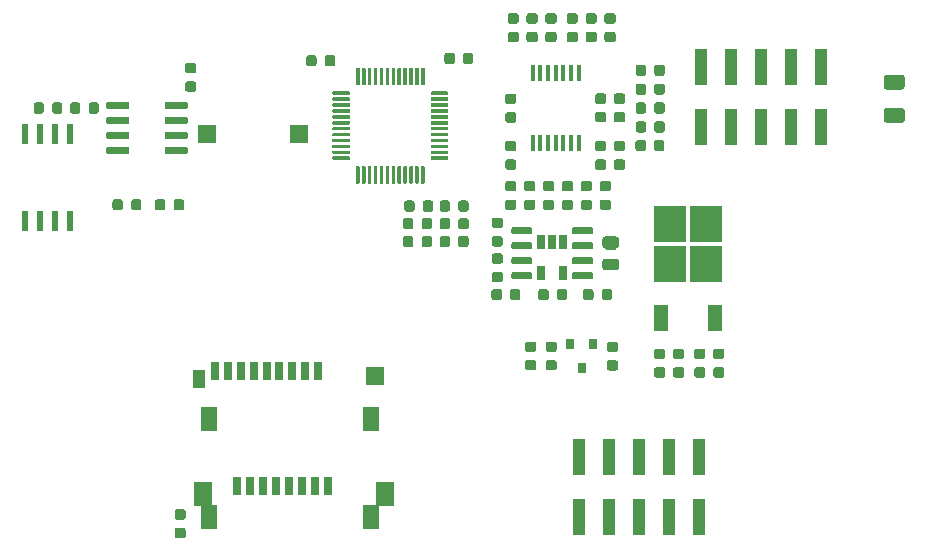
<source format=gbr>
G04 #@! TF.GenerationSoftware,KiCad,Pcbnew,5.1.5+dfsg1-2build2*
G04 #@! TF.CreationDate,2021-11-26T23:02:44+01:00*
G04 #@! TF.ProjectId,mre_addon_v2,6d72655f-6164-4646-9f6e-5f76322e6b69,V2.1*
G04 #@! TF.SameCoordinates,Original*
G04 #@! TF.FileFunction,Paste,Top*
G04 #@! TF.FilePolarity,Positive*
%FSLAX46Y46*%
G04 Gerber Fmt 4.6, Leading zero omitted, Abs format (unit mm)*
G04 Created by KiCad (PCBNEW 5.1.5+dfsg1-2build2) date 2021-11-26 23:02:44*
%MOMM*%
%LPD*%
G04 APERTURE LIST*
%ADD10C,0.100000*%
%ADD11R,0.550000X1.750000*%
%ADD12R,1.524000X1.524000*%
%ADD13R,1.524000X2.032000*%
%ADD14R,1.016000X1.524000*%
%ADD15R,0.762000X1.524000*%
%ADD16R,0.800000X1.500000*%
%ADD17R,1.450000X2.000000*%
%ADD18R,1.000000X3.150000*%
%ADD19R,0.800000X0.900000*%
%ADD20R,0.650000X1.220000*%
%ADD21R,0.450000X1.450000*%
%ADD22R,1.500000X1.500000*%
%ADD23R,2.750000X3.050000*%
%ADD24R,1.200000X2.200000*%
G04 APERTURE END LIST*
D10*
G36*
X126014703Y-145095722D02*
G01*
X126029264Y-145097882D01*
X126043543Y-145101459D01*
X126057403Y-145106418D01*
X126070710Y-145112712D01*
X126083336Y-145120280D01*
X126095159Y-145129048D01*
X126106066Y-145138934D01*
X126115952Y-145149841D01*
X126124720Y-145161664D01*
X126132288Y-145174290D01*
X126138582Y-145187597D01*
X126143541Y-145201457D01*
X126147118Y-145215736D01*
X126149278Y-145230297D01*
X126150000Y-145245000D01*
X126150000Y-145545000D01*
X126149278Y-145559703D01*
X126147118Y-145574264D01*
X126143541Y-145588543D01*
X126138582Y-145602403D01*
X126132288Y-145615710D01*
X126124720Y-145628336D01*
X126115952Y-145640159D01*
X126106066Y-145651066D01*
X126095159Y-145660952D01*
X126083336Y-145669720D01*
X126070710Y-145677288D01*
X126057403Y-145683582D01*
X126043543Y-145688541D01*
X126029264Y-145692118D01*
X126014703Y-145694278D01*
X126000000Y-145695000D01*
X124550000Y-145695000D01*
X124535297Y-145694278D01*
X124520736Y-145692118D01*
X124506457Y-145688541D01*
X124492597Y-145683582D01*
X124479290Y-145677288D01*
X124466664Y-145669720D01*
X124454841Y-145660952D01*
X124443934Y-145651066D01*
X124434048Y-145640159D01*
X124425280Y-145628336D01*
X124417712Y-145615710D01*
X124411418Y-145602403D01*
X124406459Y-145588543D01*
X124402882Y-145574264D01*
X124400722Y-145559703D01*
X124400000Y-145545000D01*
X124400000Y-145245000D01*
X124400722Y-145230297D01*
X124402882Y-145215736D01*
X124406459Y-145201457D01*
X124411418Y-145187597D01*
X124417712Y-145174290D01*
X124425280Y-145161664D01*
X124434048Y-145149841D01*
X124443934Y-145138934D01*
X124454841Y-145129048D01*
X124466664Y-145120280D01*
X124479290Y-145112712D01*
X124492597Y-145106418D01*
X124506457Y-145101459D01*
X124520736Y-145097882D01*
X124535297Y-145095722D01*
X124550000Y-145095000D01*
X126000000Y-145095000D01*
X126014703Y-145095722D01*
G37*
G36*
X126014703Y-146365722D02*
G01*
X126029264Y-146367882D01*
X126043543Y-146371459D01*
X126057403Y-146376418D01*
X126070710Y-146382712D01*
X126083336Y-146390280D01*
X126095159Y-146399048D01*
X126106066Y-146408934D01*
X126115952Y-146419841D01*
X126124720Y-146431664D01*
X126132288Y-146444290D01*
X126138582Y-146457597D01*
X126143541Y-146471457D01*
X126147118Y-146485736D01*
X126149278Y-146500297D01*
X126150000Y-146515000D01*
X126150000Y-146815000D01*
X126149278Y-146829703D01*
X126147118Y-146844264D01*
X126143541Y-146858543D01*
X126138582Y-146872403D01*
X126132288Y-146885710D01*
X126124720Y-146898336D01*
X126115952Y-146910159D01*
X126106066Y-146921066D01*
X126095159Y-146930952D01*
X126083336Y-146939720D01*
X126070710Y-146947288D01*
X126057403Y-146953582D01*
X126043543Y-146958541D01*
X126029264Y-146962118D01*
X126014703Y-146964278D01*
X126000000Y-146965000D01*
X124550000Y-146965000D01*
X124535297Y-146964278D01*
X124520736Y-146962118D01*
X124506457Y-146958541D01*
X124492597Y-146953582D01*
X124479290Y-146947288D01*
X124466664Y-146939720D01*
X124454841Y-146930952D01*
X124443934Y-146921066D01*
X124434048Y-146910159D01*
X124425280Y-146898336D01*
X124417712Y-146885710D01*
X124411418Y-146872403D01*
X124406459Y-146858543D01*
X124402882Y-146844264D01*
X124400722Y-146829703D01*
X124400000Y-146815000D01*
X124400000Y-146515000D01*
X124400722Y-146500297D01*
X124402882Y-146485736D01*
X124406459Y-146471457D01*
X124411418Y-146457597D01*
X124417712Y-146444290D01*
X124425280Y-146431664D01*
X124434048Y-146419841D01*
X124443934Y-146408934D01*
X124454841Y-146399048D01*
X124466664Y-146390280D01*
X124479290Y-146382712D01*
X124492597Y-146376418D01*
X124506457Y-146371459D01*
X124520736Y-146367882D01*
X124535297Y-146365722D01*
X124550000Y-146365000D01*
X126000000Y-146365000D01*
X126014703Y-146365722D01*
G37*
G36*
X126014703Y-147635722D02*
G01*
X126029264Y-147637882D01*
X126043543Y-147641459D01*
X126057403Y-147646418D01*
X126070710Y-147652712D01*
X126083336Y-147660280D01*
X126095159Y-147669048D01*
X126106066Y-147678934D01*
X126115952Y-147689841D01*
X126124720Y-147701664D01*
X126132288Y-147714290D01*
X126138582Y-147727597D01*
X126143541Y-147741457D01*
X126147118Y-147755736D01*
X126149278Y-147770297D01*
X126150000Y-147785000D01*
X126150000Y-148085000D01*
X126149278Y-148099703D01*
X126147118Y-148114264D01*
X126143541Y-148128543D01*
X126138582Y-148142403D01*
X126132288Y-148155710D01*
X126124720Y-148168336D01*
X126115952Y-148180159D01*
X126106066Y-148191066D01*
X126095159Y-148200952D01*
X126083336Y-148209720D01*
X126070710Y-148217288D01*
X126057403Y-148223582D01*
X126043543Y-148228541D01*
X126029264Y-148232118D01*
X126014703Y-148234278D01*
X126000000Y-148235000D01*
X124550000Y-148235000D01*
X124535297Y-148234278D01*
X124520736Y-148232118D01*
X124506457Y-148228541D01*
X124492597Y-148223582D01*
X124479290Y-148217288D01*
X124466664Y-148209720D01*
X124454841Y-148200952D01*
X124443934Y-148191066D01*
X124434048Y-148180159D01*
X124425280Y-148168336D01*
X124417712Y-148155710D01*
X124411418Y-148142403D01*
X124406459Y-148128543D01*
X124402882Y-148114264D01*
X124400722Y-148099703D01*
X124400000Y-148085000D01*
X124400000Y-147785000D01*
X124400722Y-147770297D01*
X124402882Y-147755736D01*
X124406459Y-147741457D01*
X124411418Y-147727597D01*
X124417712Y-147714290D01*
X124425280Y-147701664D01*
X124434048Y-147689841D01*
X124443934Y-147678934D01*
X124454841Y-147669048D01*
X124466664Y-147660280D01*
X124479290Y-147652712D01*
X124492597Y-147646418D01*
X124506457Y-147641459D01*
X124520736Y-147637882D01*
X124535297Y-147635722D01*
X124550000Y-147635000D01*
X126000000Y-147635000D01*
X126014703Y-147635722D01*
G37*
G36*
X126014703Y-148905722D02*
G01*
X126029264Y-148907882D01*
X126043543Y-148911459D01*
X126057403Y-148916418D01*
X126070710Y-148922712D01*
X126083336Y-148930280D01*
X126095159Y-148939048D01*
X126106066Y-148948934D01*
X126115952Y-148959841D01*
X126124720Y-148971664D01*
X126132288Y-148984290D01*
X126138582Y-148997597D01*
X126143541Y-149011457D01*
X126147118Y-149025736D01*
X126149278Y-149040297D01*
X126150000Y-149055000D01*
X126150000Y-149355000D01*
X126149278Y-149369703D01*
X126147118Y-149384264D01*
X126143541Y-149398543D01*
X126138582Y-149412403D01*
X126132288Y-149425710D01*
X126124720Y-149438336D01*
X126115952Y-149450159D01*
X126106066Y-149461066D01*
X126095159Y-149470952D01*
X126083336Y-149479720D01*
X126070710Y-149487288D01*
X126057403Y-149493582D01*
X126043543Y-149498541D01*
X126029264Y-149502118D01*
X126014703Y-149504278D01*
X126000000Y-149505000D01*
X124550000Y-149505000D01*
X124535297Y-149504278D01*
X124520736Y-149502118D01*
X124506457Y-149498541D01*
X124492597Y-149493582D01*
X124479290Y-149487288D01*
X124466664Y-149479720D01*
X124454841Y-149470952D01*
X124443934Y-149461066D01*
X124434048Y-149450159D01*
X124425280Y-149438336D01*
X124417712Y-149425710D01*
X124411418Y-149412403D01*
X124406459Y-149398543D01*
X124402882Y-149384264D01*
X124400722Y-149369703D01*
X124400000Y-149355000D01*
X124400000Y-149055000D01*
X124400722Y-149040297D01*
X124402882Y-149025736D01*
X124406459Y-149011457D01*
X124411418Y-148997597D01*
X124417712Y-148984290D01*
X124425280Y-148971664D01*
X124434048Y-148959841D01*
X124443934Y-148948934D01*
X124454841Y-148939048D01*
X124466664Y-148930280D01*
X124479290Y-148922712D01*
X124492597Y-148916418D01*
X124506457Y-148911459D01*
X124520736Y-148907882D01*
X124535297Y-148905722D01*
X124550000Y-148905000D01*
X126000000Y-148905000D01*
X126014703Y-148905722D01*
G37*
G36*
X120864703Y-148905722D02*
G01*
X120879264Y-148907882D01*
X120893543Y-148911459D01*
X120907403Y-148916418D01*
X120920710Y-148922712D01*
X120933336Y-148930280D01*
X120945159Y-148939048D01*
X120956066Y-148948934D01*
X120965952Y-148959841D01*
X120974720Y-148971664D01*
X120982288Y-148984290D01*
X120988582Y-148997597D01*
X120993541Y-149011457D01*
X120997118Y-149025736D01*
X120999278Y-149040297D01*
X121000000Y-149055000D01*
X121000000Y-149355000D01*
X120999278Y-149369703D01*
X120997118Y-149384264D01*
X120993541Y-149398543D01*
X120988582Y-149412403D01*
X120982288Y-149425710D01*
X120974720Y-149438336D01*
X120965952Y-149450159D01*
X120956066Y-149461066D01*
X120945159Y-149470952D01*
X120933336Y-149479720D01*
X120920710Y-149487288D01*
X120907403Y-149493582D01*
X120893543Y-149498541D01*
X120879264Y-149502118D01*
X120864703Y-149504278D01*
X120850000Y-149505000D01*
X119400000Y-149505000D01*
X119385297Y-149504278D01*
X119370736Y-149502118D01*
X119356457Y-149498541D01*
X119342597Y-149493582D01*
X119329290Y-149487288D01*
X119316664Y-149479720D01*
X119304841Y-149470952D01*
X119293934Y-149461066D01*
X119284048Y-149450159D01*
X119275280Y-149438336D01*
X119267712Y-149425710D01*
X119261418Y-149412403D01*
X119256459Y-149398543D01*
X119252882Y-149384264D01*
X119250722Y-149369703D01*
X119250000Y-149355000D01*
X119250000Y-149055000D01*
X119250722Y-149040297D01*
X119252882Y-149025736D01*
X119256459Y-149011457D01*
X119261418Y-148997597D01*
X119267712Y-148984290D01*
X119275280Y-148971664D01*
X119284048Y-148959841D01*
X119293934Y-148948934D01*
X119304841Y-148939048D01*
X119316664Y-148930280D01*
X119329290Y-148922712D01*
X119342597Y-148916418D01*
X119356457Y-148911459D01*
X119370736Y-148907882D01*
X119385297Y-148905722D01*
X119400000Y-148905000D01*
X120850000Y-148905000D01*
X120864703Y-148905722D01*
G37*
G36*
X120864703Y-147635722D02*
G01*
X120879264Y-147637882D01*
X120893543Y-147641459D01*
X120907403Y-147646418D01*
X120920710Y-147652712D01*
X120933336Y-147660280D01*
X120945159Y-147669048D01*
X120956066Y-147678934D01*
X120965952Y-147689841D01*
X120974720Y-147701664D01*
X120982288Y-147714290D01*
X120988582Y-147727597D01*
X120993541Y-147741457D01*
X120997118Y-147755736D01*
X120999278Y-147770297D01*
X121000000Y-147785000D01*
X121000000Y-148085000D01*
X120999278Y-148099703D01*
X120997118Y-148114264D01*
X120993541Y-148128543D01*
X120988582Y-148142403D01*
X120982288Y-148155710D01*
X120974720Y-148168336D01*
X120965952Y-148180159D01*
X120956066Y-148191066D01*
X120945159Y-148200952D01*
X120933336Y-148209720D01*
X120920710Y-148217288D01*
X120907403Y-148223582D01*
X120893543Y-148228541D01*
X120879264Y-148232118D01*
X120864703Y-148234278D01*
X120850000Y-148235000D01*
X119400000Y-148235000D01*
X119385297Y-148234278D01*
X119370736Y-148232118D01*
X119356457Y-148228541D01*
X119342597Y-148223582D01*
X119329290Y-148217288D01*
X119316664Y-148209720D01*
X119304841Y-148200952D01*
X119293934Y-148191066D01*
X119284048Y-148180159D01*
X119275280Y-148168336D01*
X119267712Y-148155710D01*
X119261418Y-148142403D01*
X119256459Y-148128543D01*
X119252882Y-148114264D01*
X119250722Y-148099703D01*
X119250000Y-148085000D01*
X119250000Y-147785000D01*
X119250722Y-147770297D01*
X119252882Y-147755736D01*
X119256459Y-147741457D01*
X119261418Y-147727597D01*
X119267712Y-147714290D01*
X119275280Y-147701664D01*
X119284048Y-147689841D01*
X119293934Y-147678934D01*
X119304841Y-147669048D01*
X119316664Y-147660280D01*
X119329290Y-147652712D01*
X119342597Y-147646418D01*
X119356457Y-147641459D01*
X119370736Y-147637882D01*
X119385297Y-147635722D01*
X119400000Y-147635000D01*
X120850000Y-147635000D01*
X120864703Y-147635722D01*
G37*
G36*
X120864703Y-146365722D02*
G01*
X120879264Y-146367882D01*
X120893543Y-146371459D01*
X120907403Y-146376418D01*
X120920710Y-146382712D01*
X120933336Y-146390280D01*
X120945159Y-146399048D01*
X120956066Y-146408934D01*
X120965952Y-146419841D01*
X120974720Y-146431664D01*
X120982288Y-146444290D01*
X120988582Y-146457597D01*
X120993541Y-146471457D01*
X120997118Y-146485736D01*
X120999278Y-146500297D01*
X121000000Y-146515000D01*
X121000000Y-146815000D01*
X120999278Y-146829703D01*
X120997118Y-146844264D01*
X120993541Y-146858543D01*
X120988582Y-146872403D01*
X120982288Y-146885710D01*
X120974720Y-146898336D01*
X120965952Y-146910159D01*
X120956066Y-146921066D01*
X120945159Y-146930952D01*
X120933336Y-146939720D01*
X120920710Y-146947288D01*
X120907403Y-146953582D01*
X120893543Y-146958541D01*
X120879264Y-146962118D01*
X120864703Y-146964278D01*
X120850000Y-146965000D01*
X119400000Y-146965000D01*
X119385297Y-146964278D01*
X119370736Y-146962118D01*
X119356457Y-146958541D01*
X119342597Y-146953582D01*
X119329290Y-146947288D01*
X119316664Y-146939720D01*
X119304841Y-146930952D01*
X119293934Y-146921066D01*
X119284048Y-146910159D01*
X119275280Y-146898336D01*
X119267712Y-146885710D01*
X119261418Y-146872403D01*
X119256459Y-146858543D01*
X119252882Y-146844264D01*
X119250722Y-146829703D01*
X119250000Y-146815000D01*
X119250000Y-146515000D01*
X119250722Y-146500297D01*
X119252882Y-146485736D01*
X119256459Y-146471457D01*
X119261418Y-146457597D01*
X119267712Y-146444290D01*
X119275280Y-146431664D01*
X119284048Y-146419841D01*
X119293934Y-146408934D01*
X119304841Y-146399048D01*
X119316664Y-146390280D01*
X119329290Y-146382712D01*
X119342597Y-146376418D01*
X119356457Y-146371459D01*
X119370736Y-146367882D01*
X119385297Y-146365722D01*
X119400000Y-146365000D01*
X120850000Y-146365000D01*
X120864703Y-146365722D01*
G37*
G36*
X120864703Y-145095722D02*
G01*
X120879264Y-145097882D01*
X120893543Y-145101459D01*
X120907403Y-145106418D01*
X120920710Y-145112712D01*
X120933336Y-145120280D01*
X120945159Y-145129048D01*
X120956066Y-145138934D01*
X120965952Y-145149841D01*
X120974720Y-145161664D01*
X120982288Y-145174290D01*
X120988582Y-145187597D01*
X120993541Y-145201457D01*
X120997118Y-145215736D01*
X120999278Y-145230297D01*
X121000000Y-145245000D01*
X121000000Y-145545000D01*
X120999278Y-145559703D01*
X120997118Y-145574264D01*
X120993541Y-145588543D01*
X120988582Y-145602403D01*
X120982288Y-145615710D01*
X120974720Y-145628336D01*
X120965952Y-145640159D01*
X120956066Y-145651066D01*
X120945159Y-145660952D01*
X120933336Y-145669720D01*
X120920710Y-145677288D01*
X120907403Y-145683582D01*
X120893543Y-145688541D01*
X120879264Y-145692118D01*
X120864703Y-145694278D01*
X120850000Y-145695000D01*
X119400000Y-145695000D01*
X119385297Y-145694278D01*
X119370736Y-145692118D01*
X119356457Y-145688541D01*
X119342597Y-145683582D01*
X119329290Y-145677288D01*
X119316664Y-145669720D01*
X119304841Y-145660952D01*
X119293934Y-145651066D01*
X119284048Y-145640159D01*
X119275280Y-145628336D01*
X119267712Y-145615710D01*
X119261418Y-145602403D01*
X119256459Y-145588543D01*
X119252882Y-145574264D01*
X119250722Y-145559703D01*
X119250000Y-145545000D01*
X119250000Y-145245000D01*
X119250722Y-145230297D01*
X119252882Y-145215736D01*
X119256459Y-145201457D01*
X119261418Y-145187597D01*
X119267712Y-145174290D01*
X119275280Y-145161664D01*
X119284048Y-145149841D01*
X119293934Y-145138934D01*
X119304841Y-145129048D01*
X119316664Y-145120280D01*
X119329290Y-145112712D01*
X119342597Y-145106418D01*
X119356457Y-145101459D01*
X119370736Y-145097882D01*
X119385297Y-145095722D01*
X119400000Y-145095000D01*
X120850000Y-145095000D01*
X120864703Y-145095722D01*
G37*
G36*
X92377691Y-131176053D02*
G01*
X92398926Y-131179203D01*
X92419750Y-131184419D01*
X92439962Y-131191651D01*
X92459368Y-131200830D01*
X92477781Y-131211866D01*
X92495024Y-131224654D01*
X92510930Y-131239070D01*
X92525346Y-131254976D01*
X92538134Y-131272219D01*
X92549170Y-131290632D01*
X92558349Y-131310038D01*
X92565581Y-131330250D01*
X92570797Y-131351074D01*
X92573947Y-131372309D01*
X92575000Y-131393750D01*
X92575000Y-131831250D01*
X92573947Y-131852691D01*
X92570797Y-131873926D01*
X92565581Y-131894750D01*
X92558349Y-131914962D01*
X92549170Y-131934368D01*
X92538134Y-131952781D01*
X92525346Y-131970024D01*
X92510930Y-131985930D01*
X92495024Y-132000346D01*
X92477781Y-132013134D01*
X92459368Y-132024170D01*
X92439962Y-132033349D01*
X92419750Y-132040581D01*
X92398926Y-132045797D01*
X92377691Y-132048947D01*
X92356250Y-132050000D01*
X91843750Y-132050000D01*
X91822309Y-132048947D01*
X91801074Y-132045797D01*
X91780250Y-132040581D01*
X91760038Y-132033349D01*
X91740632Y-132024170D01*
X91722219Y-132013134D01*
X91704976Y-132000346D01*
X91689070Y-131985930D01*
X91674654Y-131970024D01*
X91661866Y-131952781D01*
X91650830Y-131934368D01*
X91641651Y-131914962D01*
X91634419Y-131894750D01*
X91629203Y-131873926D01*
X91626053Y-131852691D01*
X91625000Y-131831250D01*
X91625000Y-131393750D01*
X91626053Y-131372309D01*
X91629203Y-131351074D01*
X91634419Y-131330250D01*
X91641651Y-131310038D01*
X91650830Y-131290632D01*
X91661866Y-131272219D01*
X91674654Y-131254976D01*
X91689070Y-131239070D01*
X91704976Y-131224654D01*
X91722219Y-131211866D01*
X91740632Y-131200830D01*
X91760038Y-131191651D01*
X91780250Y-131184419D01*
X91801074Y-131179203D01*
X91822309Y-131176053D01*
X91843750Y-131175000D01*
X92356250Y-131175000D01*
X92377691Y-131176053D01*
G37*
G36*
X92377691Y-132751053D02*
G01*
X92398926Y-132754203D01*
X92419750Y-132759419D01*
X92439962Y-132766651D01*
X92459368Y-132775830D01*
X92477781Y-132786866D01*
X92495024Y-132799654D01*
X92510930Y-132814070D01*
X92525346Y-132829976D01*
X92538134Y-132847219D01*
X92549170Y-132865632D01*
X92558349Y-132885038D01*
X92565581Y-132905250D01*
X92570797Y-132926074D01*
X92573947Y-132947309D01*
X92575000Y-132968750D01*
X92575000Y-133406250D01*
X92573947Y-133427691D01*
X92570797Y-133448926D01*
X92565581Y-133469750D01*
X92558349Y-133489962D01*
X92549170Y-133509368D01*
X92538134Y-133527781D01*
X92525346Y-133545024D01*
X92510930Y-133560930D01*
X92495024Y-133575346D01*
X92477781Y-133588134D01*
X92459368Y-133599170D01*
X92439962Y-133608349D01*
X92419750Y-133615581D01*
X92398926Y-133620797D01*
X92377691Y-133623947D01*
X92356250Y-133625000D01*
X91843750Y-133625000D01*
X91822309Y-133623947D01*
X91801074Y-133620797D01*
X91780250Y-133615581D01*
X91760038Y-133608349D01*
X91740632Y-133599170D01*
X91722219Y-133588134D01*
X91704976Y-133575346D01*
X91689070Y-133560930D01*
X91674654Y-133545024D01*
X91661866Y-133527781D01*
X91650830Y-133509368D01*
X91641651Y-133489962D01*
X91634419Y-133469750D01*
X91629203Y-133448926D01*
X91626053Y-133427691D01*
X91625000Y-133406250D01*
X91625000Y-132968750D01*
X91626053Y-132947309D01*
X91629203Y-132926074D01*
X91634419Y-132905250D01*
X91641651Y-132885038D01*
X91650830Y-132865632D01*
X91661866Y-132847219D01*
X91674654Y-132829976D01*
X91689070Y-132814070D01*
X91704976Y-132799654D01*
X91722219Y-132786866D01*
X91740632Y-132775830D01*
X91760038Y-132766651D01*
X91780250Y-132759419D01*
X91801074Y-132754203D01*
X91822309Y-132751053D01*
X91843750Y-132750000D01*
X92356250Y-132750000D01*
X92377691Y-132751053D01*
G37*
G36*
X111832351Y-139925361D02*
G01*
X111839632Y-139926441D01*
X111846771Y-139928229D01*
X111853701Y-139930709D01*
X111860355Y-139933856D01*
X111866668Y-139937640D01*
X111872579Y-139942024D01*
X111878033Y-139946967D01*
X111882976Y-139952421D01*
X111887360Y-139958332D01*
X111891144Y-139964645D01*
X111894291Y-139971299D01*
X111896771Y-139978229D01*
X111898559Y-139985368D01*
X111899639Y-139992649D01*
X111900000Y-140000000D01*
X111900000Y-141325000D01*
X111899639Y-141332351D01*
X111898559Y-141339632D01*
X111896771Y-141346771D01*
X111894291Y-141353701D01*
X111891144Y-141360355D01*
X111887360Y-141366668D01*
X111882976Y-141372579D01*
X111878033Y-141378033D01*
X111872579Y-141382976D01*
X111866668Y-141387360D01*
X111860355Y-141391144D01*
X111853701Y-141394291D01*
X111846771Y-141396771D01*
X111839632Y-141398559D01*
X111832351Y-141399639D01*
X111825000Y-141400000D01*
X111675000Y-141400000D01*
X111667649Y-141399639D01*
X111660368Y-141398559D01*
X111653229Y-141396771D01*
X111646299Y-141394291D01*
X111639645Y-141391144D01*
X111633332Y-141387360D01*
X111627421Y-141382976D01*
X111621967Y-141378033D01*
X111617024Y-141372579D01*
X111612640Y-141366668D01*
X111608856Y-141360355D01*
X111605709Y-141353701D01*
X111603229Y-141346771D01*
X111601441Y-141339632D01*
X111600361Y-141332351D01*
X111600000Y-141325000D01*
X111600000Y-140000000D01*
X111600361Y-139992649D01*
X111601441Y-139985368D01*
X111603229Y-139978229D01*
X111605709Y-139971299D01*
X111608856Y-139964645D01*
X111612640Y-139958332D01*
X111617024Y-139952421D01*
X111621967Y-139946967D01*
X111627421Y-139942024D01*
X111633332Y-139937640D01*
X111639645Y-139933856D01*
X111646299Y-139930709D01*
X111653229Y-139928229D01*
X111660368Y-139926441D01*
X111667649Y-139925361D01*
X111675000Y-139925000D01*
X111825000Y-139925000D01*
X111832351Y-139925361D01*
G37*
G36*
X111332351Y-139925361D02*
G01*
X111339632Y-139926441D01*
X111346771Y-139928229D01*
X111353701Y-139930709D01*
X111360355Y-139933856D01*
X111366668Y-139937640D01*
X111372579Y-139942024D01*
X111378033Y-139946967D01*
X111382976Y-139952421D01*
X111387360Y-139958332D01*
X111391144Y-139964645D01*
X111394291Y-139971299D01*
X111396771Y-139978229D01*
X111398559Y-139985368D01*
X111399639Y-139992649D01*
X111400000Y-140000000D01*
X111400000Y-141325000D01*
X111399639Y-141332351D01*
X111398559Y-141339632D01*
X111396771Y-141346771D01*
X111394291Y-141353701D01*
X111391144Y-141360355D01*
X111387360Y-141366668D01*
X111382976Y-141372579D01*
X111378033Y-141378033D01*
X111372579Y-141382976D01*
X111366668Y-141387360D01*
X111360355Y-141391144D01*
X111353701Y-141394291D01*
X111346771Y-141396771D01*
X111339632Y-141398559D01*
X111332351Y-141399639D01*
X111325000Y-141400000D01*
X111175000Y-141400000D01*
X111167649Y-141399639D01*
X111160368Y-141398559D01*
X111153229Y-141396771D01*
X111146299Y-141394291D01*
X111139645Y-141391144D01*
X111133332Y-141387360D01*
X111127421Y-141382976D01*
X111121967Y-141378033D01*
X111117024Y-141372579D01*
X111112640Y-141366668D01*
X111108856Y-141360355D01*
X111105709Y-141353701D01*
X111103229Y-141346771D01*
X111101441Y-141339632D01*
X111100361Y-141332351D01*
X111100000Y-141325000D01*
X111100000Y-140000000D01*
X111100361Y-139992649D01*
X111101441Y-139985368D01*
X111103229Y-139978229D01*
X111105709Y-139971299D01*
X111108856Y-139964645D01*
X111112640Y-139958332D01*
X111117024Y-139952421D01*
X111121967Y-139946967D01*
X111127421Y-139942024D01*
X111133332Y-139937640D01*
X111139645Y-139933856D01*
X111146299Y-139930709D01*
X111153229Y-139928229D01*
X111160368Y-139926441D01*
X111167649Y-139925361D01*
X111175000Y-139925000D01*
X111325000Y-139925000D01*
X111332351Y-139925361D01*
G37*
G36*
X110832351Y-139925361D02*
G01*
X110839632Y-139926441D01*
X110846771Y-139928229D01*
X110853701Y-139930709D01*
X110860355Y-139933856D01*
X110866668Y-139937640D01*
X110872579Y-139942024D01*
X110878033Y-139946967D01*
X110882976Y-139952421D01*
X110887360Y-139958332D01*
X110891144Y-139964645D01*
X110894291Y-139971299D01*
X110896771Y-139978229D01*
X110898559Y-139985368D01*
X110899639Y-139992649D01*
X110900000Y-140000000D01*
X110900000Y-141325000D01*
X110899639Y-141332351D01*
X110898559Y-141339632D01*
X110896771Y-141346771D01*
X110894291Y-141353701D01*
X110891144Y-141360355D01*
X110887360Y-141366668D01*
X110882976Y-141372579D01*
X110878033Y-141378033D01*
X110872579Y-141382976D01*
X110866668Y-141387360D01*
X110860355Y-141391144D01*
X110853701Y-141394291D01*
X110846771Y-141396771D01*
X110839632Y-141398559D01*
X110832351Y-141399639D01*
X110825000Y-141400000D01*
X110675000Y-141400000D01*
X110667649Y-141399639D01*
X110660368Y-141398559D01*
X110653229Y-141396771D01*
X110646299Y-141394291D01*
X110639645Y-141391144D01*
X110633332Y-141387360D01*
X110627421Y-141382976D01*
X110621967Y-141378033D01*
X110617024Y-141372579D01*
X110612640Y-141366668D01*
X110608856Y-141360355D01*
X110605709Y-141353701D01*
X110603229Y-141346771D01*
X110601441Y-141339632D01*
X110600361Y-141332351D01*
X110600000Y-141325000D01*
X110600000Y-140000000D01*
X110600361Y-139992649D01*
X110601441Y-139985368D01*
X110603229Y-139978229D01*
X110605709Y-139971299D01*
X110608856Y-139964645D01*
X110612640Y-139958332D01*
X110617024Y-139952421D01*
X110621967Y-139946967D01*
X110627421Y-139942024D01*
X110633332Y-139937640D01*
X110639645Y-139933856D01*
X110646299Y-139930709D01*
X110653229Y-139928229D01*
X110660368Y-139926441D01*
X110667649Y-139925361D01*
X110675000Y-139925000D01*
X110825000Y-139925000D01*
X110832351Y-139925361D01*
G37*
G36*
X110332351Y-139925361D02*
G01*
X110339632Y-139926441D01*
X110346771Y-139928229D01*
X110353701Y-139930709D01*
X110360355Y-139933856D01*
X110366668Y-139937640D01*
X110372579Y-139942024D01*
X110378033Y-139946967D01*
X110382976Y-139952421D01*
X110387360Y-139958332D01*
X110391144Y-139964645D01*
X110394291Y-139971299D01*
X110396771Y-139978229D01*
X110398559Y-139985368D01*
X110399639Y-139992649D01*
X110400000Y-140000000D01*
X110400000Y-141325000D01*
X110399639Y-141332351D01*
X110398559Y-141339632D01*
X110396771Y-141346771D01*
X110394291Y-141353701D01*
X110391144Y-141360355D01*
X110387360Y-141366668D01*
X110382976Y-141372579D01*
X110378033Y-141378033D01*
X110372579Y-141382976D01*
X110366668Y-141387360D01*
X110360355Y-141391144D01*
X110353701Y-141394291D01*
X110346771Y-141396771D01*
X110339632Y-141398559D01*
X110332351Y-141399639D01*
X110325000Y-141400000D01*
X110175000Y-141400000D01*
X110167649Y-141399639D01*
X110160368Y-141398559D01*
X110153229Y-141396771D01*
X110146299Y-141394291D01*
X110139645Y-141391144D01*
X110133332Y-141387360D01*
X110127421Y-141382976D01*
X110121967Y-141378033D01*
X110117024Y-141372579D01*
X110112640Y-141366668D01*
X110108856Y-141360355D01*
X110105709Y-141353701D01*
X110103229Y-141346771D01*
X110101441Y-141339632D01*
X110100361Y-141332351D01*
X110100000Y-141325000D01*
X110100000Y-140000000D01*
X110100361Y-139992649D01*
X110101441Y-139985368D01*
X110103229Y-139978229D01*
X110105709Y-139971299D01*
X110108856Y-139964645D01*
X110112640Y-139958332D01*
X110117024Y-139952421D01*
X110121967Y-139946967D01*
X110127421Y-139942024D01*
X110133332Y-139937640D01*
X110139645Y-139933856D01*
X110146299Y-139930709D01*
X110153229Y-139928229D01*
X110160368Y-139926441D01*
X110167649Y-139925361D01*
X110175000Y-139925000D01*
X110325000Y-139925000D01*
X110332351Y-139925361D01*
G37*
G36*
X109832351Y-139925361D02*
G01*
X109839632Y-139926441D01*
X109846771Y-139928229D01*
X109853701Y-139930709D01*
X109860355Y-139933856D01*
X109866668Y-139937640D01*
X109872579Y-139942024D01*
X109878033Y-139946967D01*
X109882976Y-139952421D01*
X109887360Y-139958332D01*
X109891144Y-139964645D01*
X109894291Y-139971299D01*
X109896771Y-139978229D01*
X109898559Y-139985368D01*
X109899639Y-139992649D01*
X109900000Y-140000000D01*
X109900000Y-141325000D01*
X109899639Y-141332351D01*
X109898559Y-141339632D01*
X109896771Y-141346771D01*
X109894291Y-141353701D01*
X109891144Y-141360355D01*
X109887360Y-141366668D01*
X109882976Y-141372579D01*
X109878033Y-141378033D01*
X109872579Y-141382976D01*
X109866668Y-141387360D01*
X109860355Y-141391144D01*
X109853701Y-141394291D01*
X109846771Y-141396771D01*
X109839632Y-141398559D01*
X109832351Y-141399639D01*
X109825000Y-141400000D01*
X109675000Y-141400000D01*
X109667649Y-141399639D01*
X109660368Y-141398559D01*
X109653229Y-141396771D01*
X109646299Y-141394291D01*
X109639645Y-141391144D01*
X109633332Y-141387360D01*
X109627421Y-141382976D01*
X109621967Y-141378033D01*
X109617024Y-141372579D01*
X109612640Y-141366668D01*
X109608856Y-141360355D01*
X109605709Y-141353701D01*
X109603229Y-141346771D01*
X109601441Y-141339632D01*
X109600361Y-141332351D01*
X109600000Y-141325000D01*
X109600000Y-140000000D01*
X109600361Y-139992649D01*
X109601441Y-139985368D01*
X109603229Y-139978229D01*
X109605709Y-139971299D01*
X109608856Y-139964645D01*
X109612640Y-139958332D01*
X109617024Y-139952421D01*
X109621967Y-139946967D01*
X109627421Y-139942024D01*
X109633332Y-139937640D01*
X109639645Y-139933856D01*
X109646299Y-139930709D01*
X109653229Y-139928229D01*
X109660368Y-139926441D01*
X109667649Y-139925361D01*
X109675000Y-139925000D01*
X109825000Y-139925000D01*
X109832351Y-139925361D01*
G37*
G36*
X109332351Y-139925361D02*
G01*
X109339632Y-139926441D01*
X109346771Y-139928229D01*
X109353701Y-139930709D01*
X109360355Y-139933856D01*
X109366668Y-139937640D01*
X109372579Y-139942024D01*
X109378033Y-139946967D01*
X109382976Y-139952421D01*
X109387360Y-139958332D01*
X109391144Y-139964645D01*
X109394291Y-139971299D01*
X109396771Y-139978229D01*
X109398559Y-139985368D01*
X109399639Y-139992649D01*
X109400000Y-140000000D01*
X109400000Y-141325000D01*
X109399639Y-141332351D01*
X109398559Y-141339632D01*
X109396771Y-141346771D01*
X109394291Y-141353701D01*
X109391144Y-141360355D01*
X109387360Y-141366668D01*
X109382976Y-141372579D01*
X109378033Y-141378033D01*
X109372579Y-141382976D01*
X109366668Y-141387360D01*
X109360355Y-141391144D01*
X109353701Y-141394291D01*
X109346771Y-141396771D01*
X109339632Y-141398559D01*
X109332351Y-141399639D01*
X109325000Y-141400000D01*
X109175000Y-141400000D01*
X109167649Y-141399639D01*
X109160368Y-141398559D01*
X109153229Y-141396771D01*
X109146299Y-141394291D01*
X109139645Y-141391144D01*
X109133332Y-141387360D01*
X109127421Y-141382976D01*
X109121967Y-141378033D01*
X109117024Y-141372579D01*
X109112640Y-141366668D01*
X109108856Y-141360355D01*
X109105709Y-141353701D01*
X109103229Y-141346771D01*
X109101441Y-141339632D01*
X109100361Y-141332351D01*
X109100000Y-141325000D01*
X109100000Y-140000000D01*
X109100361Y-139992649D01*
X109101441Y-139985368D01*
X109103229Y-139978229D01*
X109105709Y-139971299D01*
X109108856Y-139964645D01*
X109112640Y-139958332D01*
X109117024Y-139952421D01*
X109121967Y-139946967D01*
X109127421Y-139942024D01*
X109133332Y-139937640D01*
X109139645Y-139933856D01*
X109146299Y-139930709D01*
X109153229Y-139928229D01*
X109160368Y-139926441D01*
X109167649Y-139925361D01*
X109175000Y-139925000D01*
X109325000Y-139925000D01*
X109332351Y-139925361D01*
G37*
G36*
X108832351Y-139925361D02*
G01*
X108839632Y-139926441D01*
X108846771Y-139928229D01*
X108853701Y-139930709D01*
X108860355Y-139933856D01*
X108866668Y-139937640D01*
X108872579Y-139942024D01*
X108878033Y-139946967D01*
X108882976Y-139952421D01*
X108887360Y-139958332D01*
X108891144Y-139964645D01*
X108894291Y-139971299D01*
X108896771Y-139978229D01*
X108898559Y-139985368D01*
X108899639Y-139992649D01*
X108900000Y-140000000D01*
X108900000Y-141325000D01*
X108899639Y-141332351D01*
X108898559Y-141339632D01*
X108896771Y-141346771D01*
X108894291Y-141353701D01*
X108891144Y-141360355D01*
X108887360Y-141366668D01*
X108882976Y-141372579D01*
X108878033Y-141378033D01*
X108872579Y-141382976D01*
X108866668Y-141387360D01*
X108860355Y-141391144D01*
X108853701Y-141394291D01*
X108846771Y-141396771D01*
X108839632Y-141398559D01*
X108832351Y-141399639D01*
X108825000Y-141400000D01*
X108675000Y-141400000D01*
X108667649Y-141399639D01*
X108660368Y-141398559D01*
X108653229Y-141396771D01*
X108646299Y-141394291D01*
X108639645Y-141391144D01*
X108633332Y-141387360D01*
X108627421Y-141382976D01*
X108621967Y-141378033D01*
X108617024Y-141372579D01*
X108612640Y-141366668D01*
X108608856Y-141360355D01*
X108605709Y-141353701D01*
X108603229Y-141346771D01*
X108601441Y-141339632D01*
X108600361Y-141332351D01*
X108600000Y-141325000D01*
X108600000Y-140000000D01*
X108600361Y-139992649D01*
X108601441Y-139985368D01*
X108603229Y-139978229D01*
X108605709Y-139971299D01*
X108608856Y-139964645D01*
X108612640Y-139958332D01*
X108617024Y-139952421D01*
X108621967Y-139946967D01*
X108627421Y-139942024D01*
X108633332Y-139937640D01*
X108639645Y-139933856D01*
X108646299Y-139930709D01*
X108653229Y-139928229D01*
X108660368Y-139926441D01*
X108667649Y-139925361D01*
X108675000Y-139925000D01*
X108825000Y-139925000D01*
X108832351Y-139925361D01*
G37*
G36*
X108332351Y-139925361D02*
G01*
X108339632Y-139926441D01*
X108346771Y-139928229D01*
X108353701Y-139930709D01*
X108360355Y-139933856D01*
X108366668Y-139937640D01*
X108372579Y-139942024D01*
X108378033Y-139946967D01*
X108382976Y-139952421D01*
X108387360Y-139958332D01*
X108391144Y-139964645D01*
X108394291Y-139971299D01*
X108396771Y-139978229D01*
X108398559Y-139985368D01*
X108399639Y-139992649D01*
X108400000Y-140000000D01*
X108400000Y-141325000D01*
X108399639Y-141332351D01*
X108398559Y-141339632D01*
X108396771Y-141346771D01*
X108394291Y-141353701D01*
X108391144Y-141360355D01*
X108387360Y-141366668D01*
X108382976Y-141372579D01*
X108378033Y-141378033D01*
X108372579Y-141382976D01*
X108366668Y-141387360D01*
X108360355Y-141391144D01*
X108353701Y-141394291D01*
X108346771Y-141396771D01*
X108339632Y-141398559D01*
X108332351Y-141399639D01*
X108325000Y-141400000D01*
X108175000Y-141400000D01*
X108167649Y-141399639D01*
X108160368Y-141398559D01*
X108153229Y-141396771D01*
X108146299Y-141394291D01*
X108139645Y-141391144D01*
X108133332Y-141387360D01*
X108127421Y-141382976D01*
X108121967Y-141378033D01*
X108117024Y-141372579D01*
X108112640Y-141366668D01*
X108108856Y-141360355D01*
X108105709Y-141353701D01*
X108103229Y-141346771D01*
X108101441Y-141339632D01*
X108100361Y-141332351D01*
X108100000Y-141325000D01*
X108100000Y-140000000D01*
X108100361Y-139992649D01*
X108101441Y-139985368D01*
X108103229Y-139978229D01*
X108105709Y-139971299D01*
X108108856Y-139964645D01*
X108112640Y-139958332D01*
X108117024Y-139952421D01*
X108121967Y-139946967D01*
X108127421Y-139942024D01*
X108133332Y-139937640D01*
X108139645Y-139933856D01*
X108146299Y-139930709D01*
X108153229Y-139928229D01*
X108160368Y-139926441D01*
X108167649Y-139925361D01*
X108175000Y-139925000D01*
X108325000Y-139925000D01*
X108332351Y-139925361D01*
G37*
G36*
X107832351Y-139925361D02*
G01*
X107839632Y-139926441D01*
X107846771Y-139928229D01*
X107853701Y-139930709D01*
X107860355Y-139933856D01*
X107866668Y-139937640D01*
X107872579Y-139942024D01*
X107878033Y-139946967D01*
X107882976Y-139952421D01*
X107887360Y-139958332D01*
X107891144Y-139964645D01*
X107894291Y-139971299D01*
X107896771Y-139978229D01*
X107898559Y-139985368D01*
X107899639Y-139992649D01*
X107900000Y-140000000D01*
X107900000Y-141325000D01*
X107899639Y-141332351D01*
X107898559Y-141339632D01*
X107896771Y-141346771D01*
X107894291Y-141353701D01*
X107891144Y-141360355D01*
X107887360Y-141366668D01*
X107882976Y-141372579D01*
X107878033Y-141378033D01*
X107872579Y-141382976D01*
X107866668Y-141387360D01*
X107860355Y-141391144D01*
X107853701Y-141394291D01*
X107846771Y-141396771D01*
X107839632Y-141398559D01*
X107832351Y-141399639D01*
X107825000Y-141400000D01*
X107675000Y-141400000D01*
X107667649Y-141399639D01*
X107660368Y-141398559D01*
X107653229Y-141396771D01*
X107646299Y-141394291D01*
X107639645Y-141391144D01*
X107633332Y-141387360D01*
X107627421Y-141382976D01*
X107621967Y-141378033D01*
X107617024Y-141372579D01*
X107612640Y-141366668D01*
X107608856Y-141360355D01*
X107605709Y-141353701D01*
X107603229Y-141346771D01*
X107601441Y-141339632D01*
X107600361Y-141332351D01*
X107600000Y-141325000D01*
X107600000Y-140000000D01*
X107600361Y-139992649D01*
X107601441Y-139985368D01*
X107603229Y-139978229D01*
X107605709Y-139971299D01*
X107608856Y-139964645D01*
X107612640Y-139958332D01*
X107617024Y-139952421D01*
X107621967Y-139946967D01*
X107627421Y-139942024D01*
X107633332Y-139937640D01*
X107639645Y-139933856D01*
X107646299Y-139930709D01*
X107653229Y-139928229D01*
X107660368Y-139926441D01*
X107667649Y-139925361D01*
X107675000Y-139925000D01*
X107825000Y-139925000D01*
X107832351Y-139925361D01*
G37*
G36*
X107332351Y-139925361D02*
G01*
X107339632Y-139926441D01*
X107346771Y-139928229D01*
X107353701Y-139930709D01*
X107360355Y-139933856D01*
X107366668Y-139937640D01*
X107372579Y-139942024D01*
X107378033Y-139946967D01*
X107382976Y-139952421D01*
X107387360Y-139958332D01*
X107391144Y-139964645D01*
X107394291Y-139971299D01*
X107396771Y-139978229D01*
X107398559Y-139985368D01*
X107399639Y-139992649D01*
X107400000Y-140000000D01*
X107400000Y-141325000D01*
X107399639Y-141332351D01*
X107398559Y-141339632D01*
X107396771Y-141346771D01*
X107394291Y-141353701D01*
X107391144Y-141360355D01*
X107387360Y-141366668D01*
X107382976Y-141372579D01*
X107378033Y-141378033D01*
X107372579Y-141382976D01*
X107366668Y-141387360D01*
X107360355Y-141391144D01*
X107353701Y-141394291D01*
X107346771Y-141396771D01*
X107339632Y-141398559D01*
X107332351Y-141399639D01*
X107325000Y-141400000D01*
X107175000Y-141400000D01*
X107167649Y-141399639D01*
X107160368Y-141398559D01*
X107153229Y-141396771D01*
X107146299Y-141394291D01*
X107139645Y-141391144D01*
X107133332Y-141387360D01*
X107127421Y-141382976D01*
X107121967Y-141378033D01*
X107117024Y-141372579D01*
X107112640Y-141366668D01*
X107108856Y-141360355D01*
X107105709Y-141353701D01*
X107103229Y-141346771D01*
X107101441Y-141339632D01*
X107100361Y-141332351D01*
X107100000Y-141325000D01*
X107100000Y-140000000D01*
X107100361Y-139992649D01*
X107101441Y-139985368D01*
X107103229Y-139978229D01*
X107105709Y-139971299D01*
X107108856Y-139964645D01*
X107112640Y-139958332D01*
X107117024Y-139952421D01*
X107121967Y-139946967D01*
X107127421Y-139942024D01*
X107133332Y-139937640D01*
X107139645Y-139933856D01*
X107146299Y-139930709D01*
X107153229Y-139928229D01*
X107160368Y-139926441D01*
X107167649Y-139925361D01*
X107175000Y-139925000D01*
X107325000Y-139925000D01*
X107332351Y-139925361D01*
G37*
G36*
X106832351Y-139925361D02*
G01*
X106839632Y-139926441D01*
X106846771Y-139928229D01*
X106853701Y-139930709D01*
X106860355Y-139933856D01*
X106866668Y-139937640D01*
X106872579Y-139942024D01*
X106878033Y-139946967D01*
X106882976Y-139952421D01*
X106887360Y-139958332D01*
X106891144Y-139964645D01*
X106894291Y-139971299D01*
X106896771Y-139978229D01*
X106898559Y-139985368D01*
X106899639Y-139992649D01*
X106900000Y-140000000D01*
X106900000Y-141325000D01*
X106899639Y-141332351D01*
X106898559Y-141339632D01*
X106896771Y-141346771D01*
X106894291Y-141353701D01*
X106891144Y-141360355D01*
X106887360Y-141366668D01*
X106882976Y-141372579D01*
X106878033Y-141378033D01*
X106872579Y-141382976D01*
X106866668Y-141387360D01*
X106860355Y-141391144D01*
X106853701Y-141394291D01*
X106846771Y-141396771D01*
X106839632Y-141398559D01*
X106832351Y-141399639D01*
X106825000Y-141400000D01*
X106675000Y-141400000D01*
X106667649Y-141399639D01*
X106660368Y-141398559D01*
X106653229Y-141396771D01*
X106646299Y-141394291D01*
X106639645Y-141391144D01*
X106633332Y-141387360D01*
X106627421Y-141382976D01*
X106621967Y-141378033D01*
X106617024Y-141372579D01*
X106612640Y-141366668D01*
X106608856Y-141360355D01*
X106605709Y-141353701D01*
X106603229Y-141346771D01*
X106601441Y-141339632D01*
X106600361Y-141332351D01*
X106600000Y-141325000D01*
X106600000Y-140000000D01*
X106600361Y-139992649D01*
X106601441Y-139985368D01*
X106603229Y-139978229D01*
X106605709Y-139971299D01*
X106608856Y-139964645D01*
X106612640Y-139958332D01*
X106617024Y-139952421D01*
X106621967Y-139946967D01*
X106627421Y-139942024D01*
X106633332Y-139937640D01*
X106639645Y-139933856D01*
X106646299Y-139930709D01*
X106653229Y-139928229D01*
X106660368Y-139926441D01*
X106667649Y-139925361D01*
X106675000Y-139925000D01*
X106825000Y-139925000D01*
X106832351Y-139925361D01*
G37*
G36*
X106332351Y-139925361D02*
G01*
X106339632Y-139926441D01*
X106346771Y-139928229D01*
X106353701Y-139930709D01*
X106360355Y-139933856D01*
X106366668Y-139937640D01*
X106372579Y-139942024D01*
X106378033Y-139946967D01*
X106382976Y-139952421D01*
X106387360Y-139958332D01*
X106391144Y-139964645D01*
X106394291Y-139971299D01*
X106396771Y-139978229D01*
X106398559Y-139985368D01*
X106399639Y-139992649D01*
X106400000Y-140000000D01*
X106400000Y-141325000D01*
X106399639Y-141332351D01*
X106398559Y-141339632D01*
X106396771Y-141346771D01*
X106394291Y-141353701D01*
X106391144Y-141360355D01*
X106387360Y-141366668D01*
X106382976Y-141372579D01*
X106378033Y-141378033D01*
X106372579Y-141382976D01*
X106366668Y-141387360D01*
X106360355Y-141391144D01*
X106353701Y-141394291D01*
X106346771Y-141396771D01*
X106339632Y-141398559D01*
X106332351Y-141399639D01*
X106325000Y-141400000D01*
X106175000Y-141400000D01*
X106167649Y-141399639D01*
X106160368Y-141398559D01*
X106153229Y-141396771D01*
X106146299Y-141394291D01*
X106139645Y-141391144D01*
X106133332Y-141387360D01*
X106127421Y-141382976D01*
X106121967Y-141378033D01*
X106117024Y-141372579D01*
X106112640Y-141366668D01*
X106108856Y-141360355D01*
X106105709Y-141353701D01*
X106103229Y-141346771D01*
X106101441Y-141339632D01*
X106100361Y-141332351D01*
X106100000Y-141325000D01*
X106100000Y-140000000D01*
X106100361Y-139992649D01*
X106101441Y-139985368D01*
X106103229Y-139978229D01*
X106105709Y-139971299D01*
X106108856Y-139964645D01*
X106112640Y-139958332D01*
X106117024Y-139952421D01*
X106121967Y-139946967D01*
X106127421Y-139942024D01*
X106133332Y-139937640D01*
X106139645Y-139933856D01*
X106146299Y-139930709D01*
X106153229Y-139928229D01*
X106160368Y-139926441D01*
X106167649Y-139925361D01*
X106175000Y-139925000D01*
X106325000Y-139925000D01*
X106332351Y-139925361D01*
G37*
G36*
X105507351Y-139100361D02*
G01*
X105514632Y-139101441D01*
X105521771Y-139103229D01*
X105528701Y-139105709D01*
X105535355Y-139108856D01*
X105541668Y-139112640D01*
X105547579Y-139117024D01*
X105553033Y-139121967D01*
X105557976Y-139127421D01*
X105562360Y-139133332D01*
X105566144Y-139139645D01*
X105569291Y-139146299D01*
X105571771Y-139153229D01*
X105573559Y-139160368D01*
X105574639Y-139167649D01*
X105575000Y-139175000D01*
X105575000Y-139325000D01*
X105574639Y-139332351D01*
X105573559Y-139339632D01*
X105571771Y-139346771D01*
X105569291Y-139353701D01*
X105566144Y-139360355D01*
X105562360Y-139366668D01*
X105557976Y-139372579D01*
X105553033Y-139378033D01*
X105547579Y-139382976D01*
X105541668Y-139387360D01*
X105535355Y-139391144D01*
X105528701Y-139394291D01*
X105521771Y-139396771D01*
X105514632Y-139398559D01*
X105507351Y-139399639D01*
X105500000Y-139400000D01*
X104175000Y-139400000D01*
X104167649Y-139399639D01*
X104160368Y-139398559D01*
X104153229Y-139396771D01*
X104146299Y-139394291D01*
X104139645Y-139391144D01*
X104133332Y-139387360D01*
X104127421Y-139382976D01*
X104121967Y-139378033D01*
X104117024Y-139372579D01*
X104112640Y-139366668D01*
X104108856Y-139360355D01*
X104105709Y-139353701D01*
X104103229Y-139346771D01*
X104101441Y-139339632D01*
X104100361Y-139332351D01*
X104100000Y-139325000D01*
X104100000Y-139175000D01*
X104100361Y-139167649D01*
X104101441Y-139160368D01*
X104103229Y-139153229D01*
X104105709Y-139146299D01*
X104108856Y-139139645D01*
X104112640Y-139133332D01*
X104117024Y-139127421D01*
X104121967Y-139121967D01*
X104127421Y-139117024D01*
X104133332Y-139112640D01*
X104139645Y-139108856D01*
X104146299Y-139105709D01*
X104153229Y-139103229D01*
X104160368Y-139101441D01*
X104167649Y-139100361D01*
X104175000Y-139100000D01*
X105500000Y-139100000D01*
X105507351Y-139100361D01*
G37*
G36*
X105507351Y-138600361D02*
G01*
X105514632Y-138601441D01*
X105521771Y-138603229D01*
X105528701Y-138605709D01*
X105535355Y-138608856D01*
X105541668Y-138612640D01*
X105547579Y-138617024D01*
X105553033Y-138621967D01*
X105557976Y-138627421D01*
X105562360Y-138633332D01*
X105566144Y-138639645D01*
X105569291Y-138646299D01*
X105571771Y-138653229D01*
X105573559Y-138660368D01*
X105574639Y-138667649D01*
X105575000Y-138675000D01*
X105575000Y-138825000D01*
X105574639Y-138832351D01*
X105573559Y-138839632D01*
X105571771Y-138846771D01*
X105569291Y-138853701D01*
X105566144Y-138860355D01*
X105562360Y-138866668D01*
X105557976Y-138872579D01*
X105553033Y-138878033D01*
X105547579Y-138882976D01*
X105541668Y-138887360D01*
X105535355Y-138891144D01*
X105528701Y-138894291D01*
X105521771Y-138896771D01*
X105514632Y-138898559D01*
X105507351Y-138899639D01*
X105500000Y-138900000D01*
X104175000Y-138900000D01*
X104167649Y-138899639D01*
X104160368Y-138898559D01*
X104153229Y-138896771D01*
X104146299Y-138894291D01*
X104139645Y-138891144D01*
X104133332Y-138887360D01*
X104127421Y-138882976D01*
X104121967Y-138878033D01*
X104117024Y-138872579D01*
X104112640Y-138866668D01*
X104108856Y-138860355D01*
X104105709Y-138853701D01*
X104103229Y-138846771D01*
X104101441Y-138839632D01*
X104100361Y-138832351D01*
X104100000Y-138825000D01*
X104100000Y-138675000D01*
X104100361Y-138667649D01*
X104101441Y-138660368D01*
X104103229Y-138653229D01*
X104105709Y-138646299D01*
X104108856Y-138639645D01*
X104112640Y-138633332D01*
X104117024Y-138627421D01*
X104121967Y-138621967D01*
X104127421Y-138617024D01*
X104133332Y-138612640D01*
X104139645Y-138608856D01*
X104146299Y-138605709D01*
X104153229Y-138603229D01*
X104160368Y-138601441D01*
X104167649Y-138600361D01*
X104175000Y-138600000D01*
X105500000Y-138600000D01*
X105507351Y-138600361D01*
G37*
G36*
X105507351Y-138100361D02*
G01*
X105514632Y-138101441D01*
X105521771Y-138103229D01*
X105528701Y-138105709D01*
X105535355Y-138108856D01*
X105541668Y-138112640D01*
X105547579Y-138117024D01*
X105553033Y-138121967D01*
X105557976Y-138127421D01*
X105562360Y-138133332D01*
X105566144Y-138139645D01*
X105569291Y-138146299D01*
X105571771Y-138153229D01*
X105573559Y-138160368D01*
X105574639Y-138167649D01*
X105575000Y-138175000D01*
X105575000Y-138325000D01*
X105574639Y-138332351D01*
X105573559Y-138339632D01*
X105571771Y-138346771D01*
X105569291Y-138353701D01*
X105566144Y-138360355D01*
X105562360Y-138366668D01*
X105557976Y-138372579D01*
X105553033Y-138378033D01*
X105547579Y-138382976D01*
X105541668Y-138387360D01*
X105535355Y-138391144D01*
X105528701Y-138394291D01*
X105521771Y-138396771D01*
X105514632Y-138398559D01*
X105507351Y-138399639D01*
X105500000Y-138400000D01*
X104175000Y-138400000D01*
X104167649Y-138399639D01*
X104160368Y-138398559D01*
X104153229Y-138396771D01*
X104146299Y-138394291D01*
X104139645Y-138391144D01*
X104133332Y-138387360D01*
X104127421Y-138382976D01*
X104121967Y-138378033D01*
X104117024Y-138372579D01*
X104112640Y-138366668D01*
X104108856Y-138360355D01*
X104105709Y-138353701D01*
X104103229Y-138346771D01*
X104101441Y-138339632D01*
X104100361Y-138332351D01*
X104100000Y-138325000D01*
X104100000Y-138175000D01*
X104100361Y-138167649D01*
X104101441Y-138160368D01*
X104103229Y-138153229D01*
X104105709Y-138146299D01*
X104108856Y-138139645D01*
X104112640Y-138133332D01*
X104117024Y-138127421D01*
X104121967Y-138121967D01*
X104127421Y-138117024D01*
X104133332Y-138112640D01*
X104139645Y-138108856D01*
X104146299Y-138105709D01*
X104153229Y-138103229D01*
X104160368Y-138101441D01*
X104167649Y-138100361D01*
X104175000Y-138100000D01*
X105500000Y-138100000D01*
X105507351Y-138100361D01*
G37*
G36*
X105507351Y-137600361D02*
G01*
X105514632Y-137601441D01*
X105521771Y-137603229D01*
X105528701Y-137605709D01*
X105535355Y-137608856D01*
X105541668Y-137612640D01*
X105547579Y-137617024D01*
X105553033Y-137621967D01*
X105557976Y-137627421D01*
X105562360Y-137633332D01*
X105566144Y-137639645D01*
X105569291Y-137646299D01*
X105571771Y-137653229D01*
X105573559Y-137660368D01*
X105574639Y-137667649D01*
X105575000Y-137675000D01*
X105575000Y-137825000D01*
X105574639Y-137832351D01*
X105573559Y-137839632D01*
X105571771Y-137846771D01*
X105569291Y-137853701D01*
X105566144Y-137860355D01*
X105562360Y-137866668D01*
X105557976Y-137872579D01*
X105553033Y-137878033D01*
X105547579Y-137882976D01*
X105541668Y-137887360D01*
X105535355Y-137891144D01*
X105528701Y-137894291D01*
X105521771Y-137896771D01*
X105514632Y-137898559D01*
X105507351Y-137899639D01*
X105500000Y-137900000D01*
X104175000Y-137900000D01*
X104167649Y-137899639D01*
X104160368Y-137898559D01*
X104153229Y-137896771D01*
X104146299Y-137894291D01*
X104139645Y-137891144D01*
X104133332Y-137887360D01*
X104127421Y-137882976D01*
X104121967Y-137878033D01*
X104117024Y-137872579D01*
X104112640Y-137866668D01*
X104108856Y-137860355D01*
X104105709Y-137853701D01*
X104103229Y-137846771D01*
X104101441Y-137839632D01*
X104100361Y-137832351D01*
X104100000Y-137825000D01*
X104100000Y-137675000D01*
X104100361Y-137667649D01*
X104101441Y-137660368D01*
X104103229Y-137653229D01*
X104105709Y-137646299D01*
X104108856Y-137639645D01*
X104112640Y-137633332D01*
X104117024Y-137627421D01*
X104121967Y-137621967D01*
X104127421Y-137617024D01*
X104133332Y-137612640D01*
X104139645Y-137608856D01*
X104146299Y-137605709D01*
X104153229Y-137603229D01*
X104160368Y-137601441D01*
X104167649Y-137600361D01*
X104175000Y-137600000D01*
X105500000Y-137600000D01*
X105507351Y-137600361D01*
G37*
G36*
X105507351Y-137100361D02*
G01*
X105514632Y-137101441D01*
X105521771Y-137103229D01*
X105528701Y-137105709D01*
X105535355Y-137108856D01*
X105541668Y-137112640D01*
X105547579Y-137117024D01*
X105553033Y-137121967D01*
X105557976Y-137127421D01*
X105562360Y-137133332D01*
X105566144Y-137139645D01*
X105569291Y-137146299D01*
X105571771Y-137153229D01*
X105573559Y-137160368D01*
X105574639Y-137167649D01*
X105575000Y-137175000D01*
X105575000Y-137325000D01*
X105574639Y-137332351D01*
X105573559Y-137339632D01*
X105571771Y-137346771D01*
X105569291Y-137353701D01*
X105566144Y-137360355D01*
X105562360Y-137366668D01*
X105557976Y-137372579D01*
X105553033Y-137378033D01*
X105547579Y-137382976D01*
X105541668Y-137387360D01*
X105535355Y-137391144D01*
X105528701Y-137394291D01*
X105521771Y-137396771D01*
X105514632Y-137398559D01*
X105507351Y-137399639D01*
X105500000Y-137400000D01*
X104175000Y-137400000D01*
X104167649Y-137399639D01*
X104160368Y-137398559D01*
X104153229Y-137396771D01*
X104146299Y-137394291D01*
X104139645Y-137391144D01*
X104133332Y-137387360D01*
X104127421Y-137382976D01*
X104121967Y-137378033D01*
X104117024Y-137372579D01*
X104112640Y-137366668D01*
X104108856Y-137360355D01*
X104105709Y-137353701D01*
X104103229Y-137346771D01*
X104101441Y-137339632D01*
X104100361Y-137332351D01*
X104100000Y-137325000D01*
X104100000Y-137175000D01*
X104100361Y-137167649D01*
X104101441Y-137160368D01*
X104103229Y-137153229D01*
X104105709Y-137146299D01*
X104108856Y-137139645D01*
X104112640Y-137133332D01*
X104117024Y-137127421D01*
X104121967Y-137121967D01*
X104127421Y-137117024D01*
X104133332Y-137112640D01*
X104139645Y-137108856D01*
X104146299Y-137105709D01*
X104153229Y-137103229D01*
X104160368Y-137101441D01*
X104167649Y-137100361D01*
X104175000Y-137100000D01*
X105500000Y-137100000D01*
X105507351Y-137100361D01*
G37*
G36*
X105507351Y-136600361D02*
G01*
X105514632Y-136601441D01*
X105521771Y-136603229D01*
X105528701Y-136605709D01*
X105535355Y-136608856D01*
X105541668Y-136612640D01*
X105547579Y-136617024D01*
X105553033Y-136621967D01*
X105557976Y-136627421D01*
X105562360Y-136633332D01*
X105566144Y-136639645D01*
X105569291Y-136646299D01*
X105571771Y-136653229D01*
X105573559Y-136660368D01*
X105574639Y-136667649D01*
X105575000Y-136675000D01*
X105575000Y-136825000D01*
X105574639Y-136832351D01*
X105573559Y-136839632D01*
X105571771Y-136846771D01*
X105569291Y-136853701D01*
X105566144Y-136860355D01*
X105562360Y-136866668D01*
X105557976Y-136872579D01*
X105553033Y-136878033D01*
X105547579Y-136882976D01*
X105541668Y-136887360D01*
X105535355Y-136891144D01*
X105528701Y-136894291D01*
X105521771Y-136896771D01*
X105514632Y-136898559D01*
X105507351Y-136899639D01*
X105500000Y-136900000D01*
X104175000Y-136900000D01*
X104167649Y-136899639D01*
X104160368Y-136898559D01*
X104153229Y-136896771D01*
X104146299Y-136894291D01*
X104139645Y-136891144D01*
X104133332Y-136887360D01*
X104127421Y-136882976D01*
X104121967Y-136878033D01*
X104117024Y-136872579D01*
X104112640Y-136866668D01*
X104108856Y-136860355D01*
X104105709Y-136853701D01*
X104103229Y-136846771D01*
X104101441Y-136839632D01*
X104100361Y-136832351D01*
X104100000Y-136825000D01*
X104100000Y-136675000D01*
X104100361Y-136667649D01*
X104101441Y-136660368D01*
X104103229Y-136653229D01*
X104105709Y-136646299D01*
X104108856Y-136639645D01*
X104112640Y-136633332D01*
X104117024Y-136627421D01*
X104121967Y-136621967D01*
X104127421Y-136617024D01*
X104133332Y-136612640D01*
X104139645Y-136608856D01*
X104146299Y-136605709D01*
X104153229Y-136603229D01*
X104160368Y-136601441D01*
X104167649Y-136600361D01*
X104175000Y-136600000D01*
X105500000Y-136600000D01*
X105507351Y-136600361D01*
G37*
G36*
X105507351Y-136100361D02*
G01*
X105514632Y-136101441D01*
X105521771Y-136103229D01*
X105528701Y-136105709D01*
X105535355Y-136108856D01*
X105541668Y-136112640D01*
X105547579Y-136117024D01*
X105553033Y-136121967D01*
X105557976Y-136127421D01*
X105562360Y-136133332D01*
X105566144Y-136139645D01*
X105569291Y-136146299D01*
X105571771Y-136153229D01*
X105573559Y-136160368D01*
X105574639Y-136167649D01*
X105575000Y-136175000D01*
X105575000Y-136325000D01*
X105574639Y-136332351D01*
X105573559Y-136339632D01*
X105571771Y-136346771D01*
X105569291Y-136353701D01*
X105566144Y-136360355D01*
X105562360Y-136366668D01*
X105557976Y-136372579D01*
X105553033Y-136378033D01*
X105547579Y-136382976D01*
X105541668Y-136387360D01*
X105535355Y-136391144D01*
X105528701Y-136394291D01*
X105521771Y-136396771D01*
X105514632Y-136398559D01*
X105507351Y-136399639D01*
X105500000Y-136400000D01*
X104175000Y-136400000D01*
X104167649Y-136399639D01*
X104160368Y-136398559D01*
X104153229Y-136396771D01*
X104146299Y-136394291D01*
X104139645Y-136391144D01*
X104133332Y-136387360D01*
X104127421Y-136382976D01*
X104121967Y-136378033D01*
X104117024Y-136372579D01*
X104112640Y-136366668D01*
X104108856Y-136360355D01*
X104105709Y-136353701D01*
X104103229Y-136346771D01*
X104101441Y-136339632D01*
X104100361Y-136332351D01*
X104100000Y-136325000D01*
X104100000Y-136175000D01*
X104100361Y-136167649D01*
X104101441Y-136160368D01*
X104103229Y-136153229D01*
X104105709Y-136146299D01*
X104108856Y-136139645D01*
X104112640Y-136133332D01*
X104117024Y-136127421D01*
X104121967Y-136121967D01*
X104127421Y-136117024D01*
X104133332Y-136112640D01*
X104139645Y-136108856D01*
X104146299Y-136105709D01*
X104153229Y-136103229D01*
X104160368Y-136101441D01*
X104167649Y-136100361D01*
X104175000Y-136100000D01*
X105500000Y-136100000D01*
X105507351Y-136100361D01*
G37*
G36*
X105507351Y-135600361D02*
G01*
X105514632Y-135601441D01*
X105521771Y-135603229D01*
X105528701Y-135605709D01*
X105535355Y-135608856D01*
X105541668Y-135612640D01*
X105547579Y-135617024D01*
X105553033Y-135621967D01*
X105557976Y-135627421D01*
X105562360Y-135633332D01*
X105566144Y-135639645D01*
X105569291Y-135646299D01*
X105571771Y-135653229D01*
X105573559Y-135660368D01*
X105574639Y-135667649D01*
X105575000Y-135675000D01*
X105575000Y-135825000D01*
X105574639Y-135832351D01*
X105573559Y-135839632D01*
X105571771Y-135846771D01*
X105569291Y-135853701D01*
X105566144Y-135860355D01*
X105562360Y-135866668D01*
X105557976Y-135872579D01*
X105553033Y-135878033D01*
X105547579Y-135882976D01*
X105541668Y-135887360D01*
X105535355Y-135891144D01*
X105528701Y-135894291D01*
X105521771Y-135896771D01*
X105514632Y-135898559D01*
X105507351Y-135899639D01*
X105500000Y-135900000D01*
X104175000Y-135900000D01*
X104167649Y-135899639D01*
X104160368Y-135898559D01*
X104153229Y-135896771D01*
X104146299Y-135894291D01*
X104139645Y-135891144D01*
X104133332Y-135887360D01*
X104127421Y-135882976D01*
X104121967Y-135878033D01*
X104117024Y-135872579D01*
X104112640Y-135866668D01*
X104108856Y-135860355D01*
X104105709Y-135853701D01*
X104103229Y-135846771D01*
X104101441Y-135839632D01*
X104100361Y-135832351D01*
X104100000Y-135825000D01*
X104100000Y-135675000D01*
X104100361Y-135667649D01*
X104101441Y-135660368D01*
X104103229Y-135653229D01*
X104105709Y-135646299D01*
X104108856Y-135639645D01*
X104112640Y-135633332D01*
X104117024Y-135627421D01*
X104121967Y-135621967D01*
X104127421Y-135617024D01*
X104133332Y-135612640D01*
X104139645Y-135608856D01*
X104146299Y-135605709D01*
X104153229Y-135603229D01*
X104160368Y-135601441D01*
X104167649Y-135600361D01*
X104175000Y-135600000D01*
X105500000Y-135600000D01*
X105507351Y-135600361D01*
G37*
G36*
X105507351Y-135100361D02*
G01*
X105514632Y-135101441D01*
X105521771Y-135103229D01*
X105528701Y-135105709D01*
X105535355Y-135108856D01*
X105541668Y-135112640D01*
X105547579Y-135117024D01*
X105553033Y-135121967D01*
X105557976Y-135127421D01*
X105562360Y-135133332D01*
X105566144Y-135139645D01*
X105569291Y-135146299D01*
X105571771Y-135153229D01*
X105573559Y-135160368D01*
X105574639Y-135167649D01*
X105575000Y-135175000D01*
X105575000Y-135325000D01*
X105574639Y-135332351D01*
X105573559Y-135339632D01*
X105571771Y-135346771D01*
X105569291Y-135353701D01*
X105566144Y-135360355D01*
X105562360Y-135366668D01*
X105557976Y-135372579D01*
X105553033Y-135378033D01*
X105547579Y-135382976D01*
X105541668Y-135387360D01*
X105535355Y-135391144D01*
X105528701Y-135394291D01*
X105521771Y-135396771D01*
X105514632Y-135398559D01*
X105507351Y-135399639D01*
X105500000Y-135400000D01*
X104175000Y-135400000D01*
X104167649Y-135399639D01*
X104160368Y-135398559D01*
X104153229Y-135396771D01*
X104146299Y-135394291D01*
X104139645Y-135391144D01*
X104133332Y-135387360D01*
X104127421Y-135382976D01*
X104121967Y-135378033D01*
X104117024Y-135372579D01*
X104112640Y-135366668D01*
X104108856Y-135360355D01*
X104105709Y-135353701D01*
X104103229Y-135346771D01*
X104101441Y-135339632D01*
X104100361Y-135332351D01*
X104100000Y-135325000D01*
X104100000Y-135175000D01*
X104100361Y-135167649D01*
X104101441Y-135160368D01*
X104103229Y-135153229D01*
X104105709Y-135146299D01*
X104108856Y-135139645D01*
X104112640Y-135133332D01*
X104117024Y-135127421D01*
X104121967Y-135121967D01*
X104127421Y-135117024D01*
X104133332Y-135112640D01*
X104139645Y-135108856D01*
X104146299Y-135105709D01*
X104153229Y-135103229D01*
X104160368Y-135101441D01*
X104167649Y-135100361D01*
X104175000Y-135100000D01*
X105500000Y-135100000D01*
X105507351Y-135100361D01*
G37*
G36*
X105507351Y-134600361D02*
G01*
X105514632Y-134601441D01*
X105521771Y-134603229D01*
X105528701Y-134605709D01*
X105535355Y-134608856D01*
X105541668Y-134612640D01*
X105547579Y-134617024D01*
X105553033Y-134621967D01*
X105557976Y-134627421D01*
X105562360Y-134633332D01*
X105566144Y-134639645D01*
X105569291Y-134646299D01*
X105571771Y-134653229D01*
X105573559Y-134660368D01*
X105574639Y-134667649D01*
X105575000Y-134675000D01*
X105575000Y-134825000D01*
X105574639Y-134832351D01*
X105573559Y-134839632D01*
X105571771Y-134846771D01*
X105569291Y-134853701D01*
X105566144Y-134860355D01*
X105562360Y-134866668D01*
X105557976Y-134872579D01*
X105553033Y-134878033D01*
X105547579Y-134882976D01*
X105541668Y-134887360D01*
X105535355Y-134891144D01*
X105528701Y-134894291D01*
X105521771Y-134896771D01*
X105514632Y-134898559D01*
X105507351Y-134899639D01*
X105500000Y-134900000D01*
X104175000Y-134900000D01*
X104167649Y-134899639D01*
X104160368Y-134898559D01*
X104153229Y-134896771D01*
X104146299Y-134894291D01*
X104139645Y-134891144D01*
X104133332Y-134887360D01*
X104127421Y-134882976D01*
X104121967Y-134878033D01*
X104117024Y-134872579D01*
X104112640Y-134866668D01*
X104108856Y-134860355D01*
X104105709Y-134853701D01*
X104103229Y-134846771D01*
X104101441Y-134839632D01*
X104100361Y-134832351D01*
X104100000Y-134825000D01*
X104100000Y-134675000D01*
X104100361Y-134667649D01*
X104101441Y-134660368D01*
X104103229Y-134653229D01*
X104105709Y-134646299D01*
X104108856Y-134639645D01*
X104112640Y-134633332D01*
X104117024Y-134627421D01*
X104121967Y-134621967D01*
X104127421Y-134617024D01*
X104133332Y-134612640D01*
X104139645Y-134608856D01*
X104146299Y-134605709D01*
X104153229Y-134603229D01*
X104160368Y-134601441D01*
X104167649Y-134600361D01*
X104175000Y-134600000D01*
X105500000Y-134600000D01*
X105507351Y-134600361D01*
G37*
G36*
X105507351Y-134100361D02*
G01*
X105514632Y-134101441D01*
X105521771Y-134103229D01*
X105528701Y-134105709D01*
X105535355Y-134108856D01*
X105541668Y-134112640D01*
X105547579Y-134117024D01*
X105553033Y-134121967D01*
X105557976Y-134127421D01*
X105562360Y-134133332D01*
X105566144Y-134139645D01*
X105569291Y-134146299D01*
X105571771Y-134153229D01*
X105573559Y-134160368D01*
X105574639Y-134167649D01*
X105575000Y-134175000D01*
X105575000Y-134325000D01*
X105574639Y-134332351D01*
X105573559Y-134339632D01*
X105571771Y-134346771D01*
X105569291Y-134353701D01*
X105566144Y-134360355D01*
X105562360Y-134366668D01*
X105557976Y-134372579D01*
X105553033Y-134378033D01*
X105547579Y-134382976D01*
X105541668Y-134387360D01*
X105535355Y-134391144D01*
X105528701Y-134394291D01*
X105521771Y-134396771D01*
X105514632Y-134398559D01*
X105507351Y-134399639D01*
X105500000Y-134400000D01*
X104175000Y-134400000D01*
X104167649Y-134399639D01*
X104160368Y-134398559D01*
X104153229Y-134396771D01*
X104146299Y-134394291D01*
X104139645Y-134391144D01*
X104133332Y-134387360D01*
X104127421Y-134382976D01*
X104121967Y-134378033D01*
X104117024Y-134372579D01*
X104112640Y-134366668D01*
X104108856Y-134360355D01*
X104105709Y-134353701D01*
X104103229Y-134346771D01*
X104101441Y-134339632D01*
X104100361Y-134332351D01*
X104100000Y-134325000D01*
X104100000Y-134175000D01*
X104100361Y-134167649D01*
X104101441Y-134160368D01*
X104103229Y-134153229D01*
X104105709Y-134146299D01*
X104108856Y-134139645D01*
X104112640Y-134133332D01*
X104117024Y-134127421D01*
X104121967Y-134121967D01*
X104127421Y-134117024D01*
X104133332Y-134112640D01*
X104139645Y-134108856D01*
X104146299Y-134105709D01*
X104153229Y-134103229D01*
X104160368Y-134101441D01*
X104167649Y-134100361D01*
X104175000Y-134100000D01*
X105500000Y-134100000D01*
X105507351Y-134100361D01*
G37*
G36*
X105507351Y-133600361D02*
G01*
X105514632Y-133601441D01*
X105521771Y-133603229D01*
X105528701Y-133605709D01*
X105535355Y-133608856D01*
X105541668Y-133612640D01*
X105547579Y-133617024D01*
X105553033Y-133621967D01*
X105557976Y-133627421D01*
X105562360Y-133633332D01*
X105566144Y-133639645D01*
X105569291Y-133646299D01*
X105571771Y-133653229D01*
X105573559Y-133660368D01*
X105574639Y-133667649D01*
X105575000Y-133675000D01*
X105575000Y-133825000D01*
X105574639Y-133832351D01*
X105573559Y-133839632D01*
X105571771Y-133846771D01*
X105569291Y-133853701D01*
X105566144Y-133860355D01*
X105562360Y-133866668D01*
X105557976Y-133872579D01*
X105553033Y-133878033D01*
X105547579Y-133882976D01*
X105541668Y-133887360D01*
X105535355Y-133891144D01*
X105528701Y-133894291D01*
X105521771Y-133896771D01*
X105514632Y-133898559D01*
X105507351Y-133899639D01*
X105500000Y-133900000D01*
X104175000Y-133900000D01*
X104167649Y-133899639D01*
X104160368Y-133898559D01*
X104153229Y-133896771D01*
X104146299Y-133894291D01*
X104139645Y-133891144D01*
X104133332Y-133887360D01*
X104127421Y-133882976D01*
X104121967Y-133878033D01*
X104117024Y-133872579D01*
X104112640Y-133866668D01*
X104108856Y-133860355D01*
X104105709Y-133853701D01*
X104103229Y-133846771D01*
X104101441Y-133839632D01*
X104100361Y-133832351D01*
X104100000Y-133825000D01*
X104100000Y-133675000D01*
X104100361Y-133667649D01*
X104101441Y-133660368D01*
X104103229Y-133653229D01*
X104105709Y-133646299D01*
X104108856Y-133639645D01*
X104112640Y-133633332D01*
X104117024Y-133627421D01*
X104121967Y-133621967D01*
X104127421Y-133617024D01*
X104133332Y-133612640D01*
X104139645Y-133608856D01*
X104146299Y-133605709D01*
X104153229Y-133603229D01*
X104160368Y-133601441D01*
X104167649Y-133600361D01*
X104175000Y-133600000D01*
X105500000Y-133600000D01*
X105507351Y-133600361D01*
G37*
G36*
X106332351Y-131600361D02*
G01*
X106339632Y-131601441D01*
X106346771Y-131603229D01*
X106353701Y-131605709D01*
X106360355Y-131608856D01*
X106366668Y-131612640D01*
X106372579Y-131617024D01*
X106378033Y-131621967D01*
X106382976Y-131627421D01*
X106387360Y-131633332D01*
X106391144Y-131639645D01*
X106394291Y-131646299D01*
X106396771Y-131653229D01*
X106398559Y-131660368D01*
X106399639Y-131667649D01*
X106400000Y-131675000D01*
X106400000Y-133000000D01*
X106399639Y-133007351D01*
X106398559Y-133014632D01*
X106396771Y-133021771D01*
X106394291Y-133028701D01*
X106391144Y-133035355D01*
X106387360Y-133041668D01*
X106382976Y-133047579D01*
X106378033Y-133053033D01*
X106372579Y-133057976D01*
X106366668Y-133062360D01*
X106360355Y-133066144D01*
X106353701Y-133069291D01*
X106346771Y-133071771D01*
X106339632Y-133073559D01*
X106332351Y-133074639D01*
X106325000Y-133075000D01*
X106175000Y-133075000D01*
X106167649Y-133074639D01*
X106160368Y-133073559D01*
X106153229Y-133071771D01*
X106146299Y-133069291D01*
X106139645Y-133066144D01*
X106133332Y-133062360D01*
X106127421Y-133057976D01*
X106121967Y-133053033D01*
X106117024Y-133047579D01*
X106112640Y-133041668D01*
X106108856Y-133035355D01*
X106105709Y-133028701D01*
X106103229Y-133021771D01*
X106101441Y-133014632D01*
X106100361Y-133007351D01*
X106100000Y-133000000D01*
X106100000Y-131675000D01*
X106100361Y-131667649D01*
X106101441Y-131660368D01*
X106103229Y-131653229D01*
X106105709Y-131646299D01*
X106108856Y-131639645D01*
X106112640Y-131633332D01*
X106117024Y-131627421D01*
X106121967Y-131621967D01*
X106127421Y-131617024D01*
X106133332Y-131612640D01*
X106139645Y-131608856D01*
X106146299Y-131605709D01*
X106153229Y-131603229D01*
X106160368Y-131601441D01*
X106167649Y-131600361D01*
X106175000Y-131600000D01*
X106325000Y-131600000D01*
X106332351Y-131600361D01*
G37*
G36*
X106832351Y-131600361D02*
G01*
X106839632Y-131601441D01*
X106846771Y-131603229D01*
X106853701Y-131605709D01*
X106860355Y-131608856D01*
X106866668Y-131612640D01*
X106872579Y-131617024D01*
X106878033Y-131621967D01*
X106882976Y-131627421D01*
X106887360Y-131633332D01*
X106891144Y-131639645D01*
X106894291Y-131646299D01*
X106896771Y-131653229D01*
X106898559Y-131660368D01*
X106899639Y-131667649D01*
X106900000Y-131675000D01*
X106900000Y-133000000D01*
X106899639Y-133007351D01*
X106898559Y-133014632D01*
X106896771Y-133021771D01*
X106894291Y-133028701D01*
X106891144Y-133035355D01*
X106887360Y-133041668D01*
X106882976Y-133047579D01*
X106878033Y-133053033D01*
X106872579Y-133057976D01*
X106866668Y-133062360D01*
X106860355Y-133066144D01*
X106853701Y-133069291D01*
X106846771Y-133071771D01*
X106839632Y-133073559D01*
X106832351Y-133074639D01*
X106825000Y-133075000D01*
X106675000Y-133075000D01*
X106667649Y-133074639D01*
X106660368Y-133073559D01*
X106653229Y-133071771D01*
X106646299Y-133069291D01*
X106639645Y-133066144D01*
X106633332Y-133062360D01*
X106627421Y-133057976D01*
X106621967Y-133053033D01*
X106617024Y-133047579D01*
X106612640Y-133041668D01*
X106608856Y-133035355D01*
X106605709Y-133028701D01*
X106603229Y-133021771D01*
X106601441Y-133014632D01*
X106600361Y-133007351D01*
X106600000Y-133000000D01*
X106600000Y-131675000D01*
X106600361Y-131667649D01*
X106601441Y-131660368D01*
X106603229Y-131653229D01*
X106605709Y-131646299D01*
X106608856Y-131639645D01*
X106612640Y-131633332D01*
X106617024Y-131627421D01*
X106621967Y-131621967D01*
X106627421Y-131617024D01*
X106633332Y-131612640D01*
X106639645Y-131608856D01*
X106646299Y-131605709D01*
X106653229Y-131603229D01*
X106660368Y-131601441D01*
X106667649Y-131600361D01*
X106675000Y-131600000D01*
X106825000Y-131600000D01*
X106832351Y-131600361D01*
G37*
G36*
X107332351Y-131600361D02*
G01*
X107339632Y-131601441D01*
X107346771Y-131603229D01*
X107353701Y-131605709D01*
X107360355Y-131608856D01*
X107366668Y-131612640D01*
X107372579Y-131617024D01*
X107378033Y-131621967D01*
X107382976Y-131627421D01*
X107387360Y-131633332D01*
X107391144Y-131639645D01*
X107394291Y-131646299D01*
X107396771Y-131653229D01*
X107398559Y-131660368D01*
X107399639Y-131667649D01*
X107400000Y-131675000D01*
X107400000Y-133000000D01*
X107399639Y-133007351D01*
X107398559Y-133014632D01*
X107396771Y-133021771D01*
X107394291Y-133028701D01*
X107391144Y-133035355D01*
X107387360Y-133041668D01*
X107382976Y-133047579D01*
X107378033Y-133053033D01*
X107372579Y-133057976D01*
X107366668Y-133062360D01*
X107360355Y-133066144D01*
X107353701Y-133069291D01*
X107346771Y-133071771D01*
X107339632Y-133073559D01*
X107332351Y-133074639D01*
X107325000Y-133075000D01*
X107175000Y-133075000D01*
X107167649Y-133074639D01*
X107160368Y-133073559D01*
X107153229Y-133071771D01*
X107146299Y-133069291D01*
X107139645Y-133066144D01*
X107133332Y-133062360D01*
X107127421Y-133057976D01*
X107121967Y-133053033D01*
X107117024Y-133047579D01*
X107112640Y-133041668D01*
X107108856Y-133035355D01*
X107105709Y-133028701D01*
X107103229Y-133021771D01*
X107101441Y-133014632D01*
X107100361Y-133007351D01*
X107100000Y-133000000D01*
X107100000Y-131675000D01*
X107100361Y-131667649D01*
X107101441Y-131660368D01*
X107103229Y-131653229D01*
X107105709Y-131646299D01*
X107108856Y-131639645D01*
X107112640Y-131633332D01*
X107117024Y-131627421D01*
X107121967Y-131621967D01*
X107127421Y-131617024D01*
X107133332Y-131612640D01*
X107139645Y-131608856D01*
X107146299Y-131605709D01*
X107153229Y-131603229D01*
X107160368Y-131601441D01*
X107167649Y-131600361D01*
X107175000Y-131600000D01*
X107325000Y-131600000D01*
X107332351Y-131600361D01*
G37*
G36*
X107832351Y-131600361D02*
G01*
X107839632Y-131601441D01*
X107846771Y-131603229D01*
X107853701Y-131605709D01*
X107860355Y-131608856D01*
X107866668Y-131612640D01*
X107872579Y-131617024D01*
X107878033Y-131621967D01*
X107882976Y-131627421D01*
X107887360Y-131633332D01*
X107891144Y-131639645D01*
X107894291Y-131646299D01*
X107896771Y-131653229D01*
X107898559Y-131660368D01*
X107899639Y-131667649D01*
X107900000Y-131675000D01*
X107900000Y-133000000D01*
X107899639Y-133007351D01*
X107898559Y-133014632D01*
X107896771Y-133021771D01*
X107894291Y-133028701D01*
X107891144Y-133035355D01*
X107887360Y-133041668D01*
X107882976Y-133047579D01*
X107878033Y-133053033D01*
X107872579Y-133057976D01*
X107866668Y-133062360D01*
X107860355Y-133066144D01*
X107853701Y-133069291D01*
X107846771Y-133071771D01*
X107839632Y-133073559D01*
X107832351Y-133074639D01*
X107825000Y-133075000D01*
X107675000Y-133075000D01*
X107667649Y-133074639D01*
X107660368Y-133073559D01*
X107653229Y-133071771D01*
X107646299Y-133069291D01*
X107639645Y-133066144D01*
X107633332Y-133062360D01*
X107627421Y-133057976D01*
X107621967Y-133053033D01*
X107617024Y-133047579D01*
X107612640Y-133041668D01*
X107608856Y-133035355D01*
X107605709Y-133028701D01*
X107603229Y-133021771D01*
X107601441Y-133014632D01*
X107600361Y-133007351D01*
X107600000Y-133000000D01*
X107600000Y-131675000D01*
X107600361Y-131667649D01*
X107601441Y-131660368D01*
X107603229Y-131653229D01*
X107605709Y-131646299D01*
X107608856Y-131639645D01*
X107612640Y-131633332D01*
X107617024Y-131627421D01*
X107621967Y-131621967D01*
X107627421Y-131617024D01*
X107633332Y-131612640D01*
X107639645Y-131608856D01*
X107646299Y-131605709D01*
X107653229Y-131603229D01*
X107660368Y-131601441D01*
X107667649Y-131600361D01*
X107675000Y-131600000D01*
X107825000Y-131600000D01*
X107832351Y-131600361D01*
G37*
G36*
X108332351Y-131600361D02*
G01*
X108339632Y-131601441D01*
X108346771Y-131603229D01*
X108353701Y-131605709D01*
X108360355Y-131608856D01*
X108366668Y-131612640D01*
X108372579Y-131617024D01*
X108378033Y-131621967D01*
X108382976Y-131627421D01*
X108387360Y-131633332D01*
X108391144Y-131639645D01*
X108394291Y-131646299D01*
X108396771Y-131653229D01*
X108398559Y-131660368D01*
X108399639Y-131667649D01*
X108400000Y-131675000D01*
X108400000Y-133000000D01*
X108399639Y-133007351D01*
X108398559Y-133014632D01*
X108396771Y-133021771D01*
X108394291Y-133028701D01*
X108391144Y-133035355D01*
X108387360Y-133041668D01*
X108382976Y-133047579D01*
X108378033Y-133053033D01*
X108372579Y-133057976D01*
X108366668Y-133062360D01*
X108360355Y-133066144D01*
X108353701Y-133069291D01*
X108346771Y-133071771D01*
X108339632Y-133073559D01*
X108332351Y-133074639D01*
X108325000Y-133075000D01*
X108175000Y-133075000D01*
X108167649Y-133074639D01*
X108160368Y-133073559D01*
X108153229Y-133071771D01*
X108146299Y-133069291D01*
X108139645Y-133066144D01*
X108133332Y-133062360D01*
X108127421Y-133057976D01*
X108121967Y-133053033D01*
X108117024Y-133047579D01*
X108112640Y-133041668D01*
X108108856Y-133035355D01*
X108105709Y-133028701D01*
X108103229Y-133021771D01*
X108101441Y-133014632D01*
X108100361Y-133007351D01*
X108100000Y-133000000D01*
X108100000Y-131675000D01*
X108100361Y-131667649D01*
X108101441Y-131660368D01*
X108103229Y-131653229D01*
X108105709Y-131646299D01*
X108108856Y-131639645D01*
X108112640Y-131633332D01*
X108117024Y-131627421D01*
X108121967Y-131621967D01*
X108127421Y-131617024D01*
X108133332Y-131612640D01*
X108139645Y-131608856D01*
X108146299Y-131605709D01*
X108153229Y-131603229D01*
X108160368Y-131601441D01*
X108167649Y-131600361D01*
X108175000Y-131600000D01*
X108325000Y-131600000D01*
X108332351Y-131600361D01*
G37*
G36*
X108832351Y-131600361D02*
G01*
X108839632Y-131601441D01*
X108846771Y-131603229D01*
X108853701Y-131605709D01*
X108860355Y-131608856D01*
X108866668Y-131612640D01*
X108872579Y-131617024D01*
X108878033Y-131621967D01*
X108882976Y-131627421D01*
X108887360Y-131633332D01*
X108891144Y-131639645D01*
X108894291Y-131646299D01*
X108896771Y-131653229D01*
X108898559Y-131660368D01*
X108899639Y-131667649D01*
X108900000Y-131675000D01*
X108900000Y-133000000D01*
X108899639Y-133007351D01*
X108898559Y-133014632D01*
X108896771Y-133021771D01*
X108894291Y-133028701D01*
X108891144Y-133035355D01*
X108887360Y-133041668D01*
X108882976Y-133047579D01*
X108878033Y-133053033D01*
X108872579Y-133057976D01*
X108866668Y-133062360D01*
X108860355Y-133066144D01*
X108853701Y-133069291D01*
X108846771Y-133071771D01*
X108839632Y-133073559D01*
X108832351Y-133074639D01*
X108825000Y-133075000D01*
X108675000Y-133075000D01*
X108667649Y-133074639D01*
X108660368Y-133073559D01*
X108653229Y-133071771D01*
X108646299Y-133069291D01*
X108639645Y-133066144D01*
X108633332Y-133062360D01*
X108627421Y-133057976D01*
X108621967Y-133053033D01*
X108617024Y-133047579D01*
X108612640Y-133041668D01*
X108608856Y-133035355D01*
X108605709Y-133028701D01*
X108603229Y-133021771D01*
X108601441Y-133014632D01*
X108600361Y-133007351D01*
X108600000Y-133000000D01*
X108600000Y-131675000D01*
X108600361Y-131667649D01*
X108601441Y-131660368D01*
X108603229Y-131653229D01*
X108605709Y-131646299D01*
X108608856Y-131639645D01*
X108612640Y-131633332D01*
X108617024Y-131627421D01*
X108621967Y-131621967D01*
X108627421Y-131617024D01*
X108633332Y-131612640D01*
X108639645Y-131608856D01*
X108646299Y-131605709D01*
X108653229Y-131603229D01*
X108660368Y-131601441D01*
X108667649Y-131600361D01*
X108675000Y-131600000D01*
X108825000Y-131600000D01*
X108832351Y-131600361D01*
G37*
G36*
X109332351Y-131600361D02*
G01*
X109339632Y-131601441D01*
X109346771Y-131603229D01*
X109353701Y-131605709D01*
X109360355Y-131608856D01*
X109366668Y-131612640D01*
X109372579Y-131617024D01*
X109378033Y-131621967D01*
X109382976Y-131627421D01*
X109387360Y-131633332D01*
X109391144Y-131639645D01*
X109394291Y-131646299D01*
X109396771Y-131653229D01*
X109398559Y-131660368D01*
X109399639Y-131667649D01*
X109400000Y-131675000D01*
X109400000Y-133000000D01*
X109399639Y-133007351D01*
X109398559Y-133014632D01*
X109396771Y-133021771D01*
X109394291Y-133028701D01*
X109391144Y-133035355D01*
X109387360Y-133041668D01*
X109382976Y-133047579D01*
X109378033Y-133053033D01*
X109372579Y-133057976D01*
X109366668Y-133062360D01*
X109360355Y-133066144D01*
X109353701Y-133069291D01*
X109346771Y-133071771D01*
X109339632Y-133073559D01*
X109332351Y-133074639D01*
X109325000Y-133075000D01*
X109175000Y-133075000D01*
X109167649Y-133074639D01*
X109160368Y-133073559D01*
X109153229Y-133071771D01*
X109146299Y-133069291D01*
X109139645Y-133066144D01*
X109133332Y-133062360D01*
X109127421Y-133057976D01*
X109121967Y-133053033D01*
X109117024Y-133047579D01*
X109112640Y-133041668D01*
X109108856Y-133035355D01*
X109105709Y-133028701D01*
X109103229Y-133021771D01*
X109101441Y-133014632D01*
X109100361Y-133007351D01*
X109100000Y-133000000D01*
X109100000Y-131675000D01*
X109100361Y-131667649D01*
X109101441Y-131660368D01*
X109103229Y-131653229D01*
X109105709Y-131646299D01*
X109108856Y-131639645D01*
X109112640Y-131633332D01*
X109117024Y-131627421D01*
X109121967Y-131621967D01*
X109127421Y-131617024D01*
X109133332Y-131612640D01*
X109139645Y-131608856D01*
X109146299Y-131605709D01*
X109153229Y-131603229D01*
X109160368Y-131601441D01*
X109167649Y-131600361D01*
X109175000Y-131600000D01*
X109325000Y-131600000D01*
X109332351Y-131600361D01*
G37*
G36*
X109832351Y-131600361D02*
G01*
X109839632Y-131601441D01*
X109846771Y-131603229D01*
X109853701Y-131605709D01*
X109860355Y-131608856D01*
X109866668Y-131612640D01*
X109872579Y-131617024D01*
X109878033Y-131621967D01*
X109882976Y-131627421D01*
X109887360Y-131633332D01*
X109891144Y-131639645D01*
X109894291Y-131646299D01*
X109896771Y-131653229D01*
X109898559Y-131660368D01*
X109899639Y-131667649D01*
X109900000Y-131675000D01*
X109900000Y-133000000D01*
X109899639Y-133007351D01*
X109898559Y-133014632D01*
X109896771Y-133021771D01*
X109894291Y-133028701D01*
X109891144Y-133035355D01*
X109887360Y-133041668D01*
X109882976Y-133047579D01*
X109878033Y-133053033D01*
X109872579Y-133057976D01*
X109866668Y-133062360D01*
X109860355Y-133066144D01*
X109853701Y-133069291D01*
X109846771Y-133071771D01*
X109839632Y-133073559D01*
X109832351Y-133074639D01*
X109825000Y-133075000D01*
X109675000Y-133075000D01*
X109667649Y-133074639D01*
X109660368Y-133073559D01*
X109653229Y-133071771D01*
X109646299Y-133069291D01*
X109639645Y-133066144D01*
X109633332Y-133062360D01*
X109627421Y-133057976D01*
X109621967Y-133053033D01*
X109617024Y-133047579D01*
X109612640Y-133041668D01*
X109608856Y-133035355D01*
X109605709Y-133028701D01*
X109603229Y-133021771D01*
X109601441Y-133014632D01*
X109600361Y-133007351D01*
X109600000Y-133000000D01*
X109600000Y-131675000D01*
X109600361Y-131667649D01*
X109601441Y-131660368D01*
X109603229Y-131653229D01*
X109605709Y-131646299D01*
X109608856Y-131639645D01*
X109612640Y-131633332D01*
X109617024Y-131627421D01*
X109621967Y-131621967D01*
X109627421Y-131617024D01*
X109633332Y-131612640D01*
X109639645Y-131608856D01*
X109646299Y-131605709D01*
X109653229Y-131603229D01*
X109660368Y-131601441D01*
X109667649Y-131600361D01*
X109675000Y-131600000D01*
X109825000Y-131600000D01*
X109832351Y-131600361D01*
G37*
G36*
X110332351Y-131600361D02*
G01*
X110339632Y-131601441D01*
X110346771Y-131603229D01*
X110353701Y-131605709D01*
X110360355Y-131608856D01*
X110366668Y-131612640D01*
X110372579Y-131617024D01*
X110378033Y-131621967D01*
X110382976Y-131627421D01*
X110387360Y-131633332D01*
X110391144Y-131639645D01*
X110394291Y-131646299D01*
X110396771Y-131653229D01*
X110398559Y-131660368D01*
X110399639Y-131667649D01*
X110400000Y-131675000D01*
X110400000Y-133000000D01*
X110399639Y-133007351D01*
X110398559Y-133014632D01*
X110396771Y-133021771D01*
X110394291Y-133028701D01*
X110391144Y-133035355D01*
X110387360Y-133041668D01*
X110382976Y-133047579D01*
X110378033Y-133053033D01*
X110372579Y-133057976D01*
X110366668Y-133062360D01*
X110360355Y-133066144D01*
X110353701Y-133069291D01*
X110346771Y-133071771D01*
X110339632Y-133073559D01*
X110332351Y-133074639D01*
X110325000Y-133075000D01*
X110175000Y-133075000D01*
X110167649Y-133074639D01*
X110160368Y-133073559D01*
X110153229Y-133071771D01*
X110146299Y-133069291D01*
X110139645Y-133066144D01*
X110133332Y-133062360D01*
X110127421Y-133057976D01*
X110121967Y-133053033D01*
X110117024Y-133047579D01*
X110112640Y-133041668D01*
X110108856Y-133035355D01*
X110105709Y-133028701D01*
X110103229Y-133021771D01*
X110101441Y-133014632D01*
X110100361Y-133007351D01*
X110100000Y-133000000D01*
X110100000Y-131675000D01*
X110100361Y-131667649D01*
X110101441Y-131660368D01*
X110103229Y-131653229D01*
X110105709Y-131646299D01*
X110108856Y-131639645D01*
X110112640Y-131633332D01*
X110117024Y-131627421D01*
X110121967Y-131621967D01*
X110127421Y-131617024D01*
X110133332Y-131612640D01*
X110139645Y-131608856D01*
X110146299Y-131605709D01*
X110153229Y-131603229D01*
X110160368Y-131601441D01*
X110167649Y-131600361D01*
X110175000Y-131600000D01*
X110325000Y-131600000D01*
X110332351Y-131600361D01*
G37*
G36*
X110832351Y-131600361D02*
G01*
X110839632Y-131601441D01*
X110846771Y-131603229D01*
X110853701Y-131605709D01*
X110860355Y-131608856D01*
X110866668Y-131612640D01*
X110872579Y-131617024D01*
X110878033Y-131621967D01*
X110882976Y-131627421D01*
X110887360Y-131633332D01*
X110891144Y-131639645D01*
X110894291Y-131646299D01*
X110896771Y-131653229D01*
X110898559Y-131660368D01*
X110899639Y-131667649D01*
X110900000Y-131675000D01*
X110900000Y-133000000D01*
X110899639Y-133007351D01*
X110898559Y-133014632D01*
X110896771Y-133021771D01*
X110894291Y-133028701D01*
X110891144Y-133035355D01*
X110887360Y-133041668D01*
X110882976Y-133047579D01*
X110878033Y-133053033D01*
X110872579Y-133057976D01*
X110866668Y-133062360D01*
X110860355Y-133066144D01*
X110853701Y-133069291D01*
X110846771Y-133071771D01*
X110839632Y-133073559D01*
X110832351Y-133074639D01*
X110825000Y-133075000D01*
X110675000Y-133075000D01*
X110667649Y-133074639D01*
X110660368Y-133073559D01*
X110653229Y-133071771D01*
X110646299Y-133069291D01*
X110639645Y-133066144D01*
X110633332Y-133062360D01*
X110627421Y-133057976D01*
X110621967Y-133053033D01*
X110617024Y-133047579D01*
X110612640Y-133041668D01*
X110608856Y-133035355D01*
X110605709Y-133028701D01*
X110603229Y-133021771D01*
X110601441Y-133014632D01*
X110600361Y-133007351D01*
X110600000Y-133000000D01*
X110600000Y-131675000D01*
X110600361Y-131667649D01*
X110601441Y-131660368D01*
X110603229Y-131653229D01*
X110605709Y-131646299D01*
X110608856Y-131639645D01*
X110612640Y-131633332D01*
X110617024Y-131627421D01*
X110621967Y-131621967D01*
X110627421Y-131617024D01*
X110633332Y-131612640D01*
X110639645Y-131608856D01*
X110646299Y-131605709D01*
X110653229Y-131603229D01*
X110660368Y-131601441D01*
X110667649Y-131600361D01*
X110675000Y-131600000D01*
X110825000Y-131600000D01*
X110832351Y-131600361D01*
G37*
G36*
X111332351Y-131600361D02*
G01*
X111339632Y-131601441D01*
X111346771Y-131603229D01*
X111353701Y-131605709D01*
X111360355Y-131608856D01*
X111366668Y-131612640D01*
X111372579Y-131617024D01*
X111378033Y-131621967D01*
X111382976Y-131627421D01*
X111387360Y-131633332D01*
X111391144Y-131639645D01*
X111394291Y-131646299D01*
X111396771Y-131653229D01*
X111398559Y-131660368D01*
X111399639Y-131667649D01*
X111400000Y-131675000D01*
X111400000Y-133000000D01*
X111399639Y-133007351D01*
X111398559Y-133014632D01*
X111396771Y-133021771D01*
X111394291Y-133028701D01*
X111391144Y-133035355D01*
X111387360Y-133041668D01*
X111382976Y-133047579D01*
X111378033Y-133053033D01*
X111372579Y-133057976D01*
X111366668Y-133062360D01*
X111360355Y-133066144D01*
X111353701Y-133069291D01*
X111346771Y-133071771D01*
X111339632Y-133073559D01*
X111332351Y-133074639D01*
X111325000Y-133075000D01*
X111175000Y-133075000D01*
X111167649Y-133074639D01*
X111160368Y-133073559D01*
X111153229Y-133071771D01*
X111146299Y-133069291D01*
X111139645Y-133066144D01*
X111133332Y-133062360D01*
X111127421Y-133057976D01*
X111121967Y-133053033D01*
X111117024Y-133047579D01*
X111112640Y-133041668D01*
X111108856Y-133035355D01*
X111105709Y-133028701D01*
X111103229Y-133021771D01*
X111101441Y-133014632D01*
X111100361Y-133007351D01*
X111100000Y-133000000D01*
X111100000Y-131675000D01*
X111100361Y-131667649D01*
X111101441Y-131660368D01*
X111103229Y-131653229D01*
X111105709Y-131646299D01*
X111108856Y-131639645D01*
X111112640Y-131633332D01*
X111117024Y-131627421D01*
X111121967Y-131621967D01*
X111127421Y-131617024D01*
X111133332Y-131612640D01*
X111139645Y-131608856D01*
X111146299Y-131605709D01*
X111153229Y-131603229D01*
X111160368Y-131601441D01*
X111167649Y-131600361D01*
X111175000Y-131600000D01*
X111325000Y-131600000D01*
X111332351Y-131600361D01*
G37*
G36*
X111832351Y-131600361D02*
G01*
X111839632Y-131601441D01*
X111846771Y-131603229D01*
X111853701Y-131605709D01*
X111860355Y-131608856D01*
X111866668Y-131612640D01*
X111872579Y-131617024D01*
X111878033Y-131621967D01*
X111882976Y-131627421D01*
X111887360Y-131633332D01*
X111891144Y-131639645D01*
X111894291Y-131646299D01*
X111896771Y-131653229D01*
X111898559Y-131660368D01*
X111899639Y-131667649D01*
X111900000Y-131675000D01*
X111900000Y-133000000D01*
X111899639Y-133007351D01*
X111898559Y-133014632D01*
X111896771Y-133021771D01*
X111894291Y-133028701D01*
X111891144Y-133035355D01*
X111887360Y-133041668D01*
X111882976Y-133047579D01*
X111878033Y-133053033D01*
X111872579Y-133057976D01*
X111866668Y-133062360D01*
X111860355Y-133066144D01*
X111853701Y-133069291D01*
X111846771Y-133071771D01*
X111839632Y-133073559D01*
X111832351Y-133074639D01*
X111825000Y-133075000D01*
X111675000Y-133075000D01*
X111667649Y-133074639D01*
X111660368Y-133073559D01*
X111653229Y-133071771D01*
X111646299Y-133069291D01*
X111639645Y-133066144D01*
X111633332Y-133062360D01*
X111627421Y-133057976D01*
X111621967Y-133053033D01*
X111617024Y-133047579D01*
X111612640Y-133041668D01*
X111608856Y-133035355D01*
X111605709Y-133028701D01*
X111603229Y-133021771D01*
X111601441Y-133014632D01*
X111600361Y-133007351D01*
X111600000Y-133000000D01*
X111600000Y-131675000D01*
X111600361Y-131667649D01*
X111601441Y-131660368D01*
X111603229Y-131653229D01*
X111605709Y-131646299D01*
X111608856Y-131639645D01*
X111612640Y-131633332D01*
X111617024Y-131627421D01*
X111621967Y-131621967D01*
X111627421Y-131617024D01*
X111633332Y-131612640D01*
X111639645Y-131608856D01*
X111646299Y-131605709D01*
X111653229Y-131603229D01*
X111660368Y-131601441D01*
X111667649Y-131600361D01*
X111675000Y-131600000D01*
X111825000Y-131600000D01*
X111832351Y-131600361D01*
G37*
G36*
X113832351Y-133600361D02*
G01*
X113839632Y-133601441D01*
X113846771Y-133603229D01*
X113853701Y-133605709D01*
X113860355Y-133608856D01*
X113866668Y-133612640D01*
X113872579Y-133617024D01*
X113878033Y-133621967D01*
X113882976Y-133627421D01*
X113887360Y-133633332D01*
X113891144Y-133639645D01*
X113894291Y-133646299D01*
X113896771Y-133653229D01*
X113898559Y-133660368D01*
X113899639Y-133667649D01*
X113900000Y-133675000D01*
X113900000Y-133825000D01*
X113899639Y-133832351D01*
X113898559Y-133839632D01*
X113896771Y-133846771D01*
X113894291Y-133853701D01*
X113891144Y-133860355D01*
X113887360Y-133866668D01*
X113882976Y-133872579D01*
X113878033Y-133878033D01*
X113872579Y-133882976D01*
X113866668Y-133887360D01*
X113860355Y-133891144D01*
X113853701Y-133894291D01*
X113846771Y-133896771D01*
X113839632Y-133898559D01*
X113832351Y-133899639D01*
X113825000Y-133900000D01*
X112500000Y-133900000D01*
X112492649Y-133899639D01*
X112485368Y-133898559D01*
X112478229Y-133896771D01*
X112471299Y-133894291D01*
X112464645Y-133891144D01*
X112458332Y-133887360D01*
X112452421Y-133882976D01*
X112446967Y-133878033D01*
X112442024Y-133872579D01*
X112437640Y-133866668D01*
X112433856Y-133860355D01*
X112430709Y-133853701D01*
X112428229Y-133846771D01*
X112426441Y-133839632D01*
X112425361Y-133832351D01*
X112425000Y-133825000D01*
X112425000Y-133675000D01*
X112425361Y-133667649D01*
X112426441Y-133660368D01*
X112428229Y-133653229D01*
X112430709Y-133646299D01*
X112433856Y-133639645D01*
X112437640Y-133633332D01*
X112442024Y-133627421D01*
X112446967Y-133621967D01*
X112452421Y-133617024D01*
X112458332Y-133612640D01*
X112464645Y-133608856D01*
X112471299Y-133605709D01*
X112478229Y-133603229D01*
X112485368Y-133601441D01*
X112492649Y-133600361D01*
X112500000Y-133600000D01*
X113825000Y-133600000D01*
X113832351Y-133600361D01*
G37*
G36*
X113832351Y-134100361D02*
G01*
X113839632Y-134101441D01*
X113846771Y-134103229D01*
X113853701Y-134105709D01*
X113860355Y-134108856D01*
X113866668Y-134112640D01*
X113872579Y-134117024D01*
X113878033Y-134121967D01*
X113882976Y-134127421D01*
X113887360Y-134133332D01*
X113891144Y-134139645D01*
X113894291Y-134146299D01*
X113896771Y-134153229D01*
X113898559Y-134160368D01*
X113899639Y-134167649D01*
X113900000Y-134175000D01*
X113900000Y-134325000D01*
X113899639Y-134332351D01*
X113898559Y-134339632D01*
X113896771Y-134346771D01*
X113894291Y-134353701D01*
X113891144Y-134360355D01*
X113887360Y-134366668D01*
X113882976Y-134372579D01*
X113878033Y-134378033D01*
X113872579Y-134382976D01*
X113866668Y-134387360D01*
X113860355Y-134391144D01*
X113853701Y-134394291D01*
X113846771Y-134396771D01*
X113839632Y-134398559D01*
X113832351Y-134399639D01*
X113825000Y-134400000D01*
X112500000Y-134400000D01*
X112492649Y-134399639D01*
X112485368Y-134398559D01*
X112478229Y-134396771D01*
X112471299Y-134394291D01*
X112464645Y-134391144D01*
X112458332Y-134387360D01*
X112452421Y-134382976D01*
X112446967Y-134378033D01*
X112442024Y-134372579D01*
X112437640Y-134366668D01*
X112433856Y-134360355D01*
X112430709Y-134353701D01*
X112428229Y-134346771D01*
X112426441Y-134339632D01*
X112425361Y-134332351D01*
X112425000Y-134325000D01*
X112425000Y-134175000D01*
X112425361Y-134167649D01*
X112426441Y-134160368D01*
X112428229Y-134153229D01*
X112430709Y-134146299D01*
X112433856Y-134139645D01*
X112437640Y-134133332D01*
X112442024Y-134127421D01*
X112446967Y-134121967D01*
X112452421Y-134117024D01*
X112458332Y-134112640D01*
X112464645Y-134108856D01*
X112471299Y-134105709D01*
X112478229Y-134103229D01*
X112485368Y-134101441D01*
X112492649Y-134100361D01*
X112500000Y-134100000D01*
X113825000Y-134100000D01*
X113832351Y-134100361D01*
G37*
G36*
X113832351Y-134600361D02*
G01*
X113839632Y-134601441D01*
X113846771Y-134603229D01*
X113853701Y-134605709D01*
X113860355Y-134608856D01*
X113866668Y-134612640D01*
X113872579Y-134617024D01*
X113878033Y-134621967D01*
X113882976Y-134627421D01*
X113887360Y-134633332D01*
X113891144Y-134639645D01*
X113894291Y-134646299D01*
X113896771Y-134653229D01*
X113898559Y-134660368D01*
X113899639Y-134667649D01*
X113900000Y-134675000D01*
X113900000Y-134825000D01*
X113899639Y-134832351D01*
X113898559Y-134839632D01*
X113896771Y-134846771D01*
X113894291Y-134853701D01*
X113891144Y-134860355D01*
X113887360Y-134866668D01*
X113882976Y-134872579D01*
X113878033Y-134878033D01*
X113872579Y-134882976D01*
X113866668Y-134887360D01*
X113860355Y-134891144D01*
X113853701Y-134894291D01*
X113846771Y-134896771D01*
X113839632Y-134898559D01*
X113832351Y-134899639D01*
X113825000Y-134900000D01*
X112500000Y-134900000D01*
X112492649Y-134899639D01*
X112485368Y-134898559D01*
X112478229Y-134896771D01*
X112471299Y-134894291D01*
X112464645Y-134891144D01*
X112458332Y-134887360D01*
X112452421Y-134882976D01*
X112446967Y-134878033D01*
X112442024Y-134872579D01*
X112437640Y-134866668D01*
X112433856Y-134860355D01*
X112430709Y-134853701D01*
X112428229Y-134846771D01*
X112426441Y-134839632D01*
X112425361Y-134832351D01*
X112425000Y-134825000D01*
X112425000Y-134675000D01*
X112425361Y-134667649D01*
X112426441Y-134660368D01*
X112428229Y-134653229D01*
X112430709Y-134646299D01*
X112433856Y-134639645D01*
X112437640Y-134633332D01*
X112442024Y-134627421D01*
X112446967Y-134621967D01*
X112452421Y-134617024D01*
X112458332Y-134612640D01*
X112464645Y-134608856D01*
X112471299Y-134605709D01*
X112478229Y-134603229D01*
X112485368Y-134601441D01*
X112492649Y-134600361D01*
X112500000Y-134600000D01*
X113825000Y-134600000D01*
X113832351Y-134600361D01*
G37*
G36*
X113832351Y-135100361D02*
G01*
X113839632Y-135101441D01*
X113846771Y-135103229D01*
X113853701Y-135105709D01*
X113860355Y-135108856D01*
X113866668Y-135112640D01*
X113872579Y-135117024D01*
X113878033Y-135121967D01*
X113882976Y-135127421D01*
X113887360Y-135133332D01*
X113891144Y-135139645D01*
X113894291Y-135146299D01*
X113896771Y-135153229D01*
X113898559Y-135160368D01*
X113899639Y-135167649D01*
X113900000Y-135175000D01*
X113900000Y-135325000D01*
X113899639Y-135332351D01*
X113898559Y-135339632D01*
X113896771Y-135346771D01*
X113894291Y-135353701D01*
X113891144Y-135360355D01*
X113887360Y-135366668D01*
X113882976Y-135372579D01*
X113878033Y-135378033D01*
X113872579Y-135382976D01*
X113866668Y-135387360D01*
X113860355Y-135391144D01*
X113853701Y-135394291D01*
X113846771Y-135396771D01*
X113839632Y-135398559D01*
X113832351Y-135399639D01*
X113825000Y-135400000D01*
X112500000Y-135400000D01*
X112492649Y-135399639D01*
X112485368Y-135398559D01*
X112478229Y-135396771D01*
X112471299Y-135394291D01*
X112464645Y-135391144D01*
X112458332Y-135387360D01*
X112452421Y-135382976D01*
X112446967Y-135378033D01*
X112442024Y-135372579D01*
X112437640Y-135366668D01*
X112433856Y-135360355D01*
X112430709Y-135353701D01*
X112428229Y-135346771D01*
X112426441Y-135339632D01*
X112425361Y-135332351D01*
X112425000Y-135325000D01*
X112425000Y-135175000D01*
X112425361Y-135167649D01*
X112426441Y-135160368D01*
X112428229Y-135153229D01*
X112430709Y-135146299D01*
X112433856Y-135139645D01*
X112437640Y-135133332D01*
X112442024Y-135127421D01*
X112446967Y-135121967D01*
X112452421Y-135117024D01*
X112458332Y-135112640D01*
X112464645Y-135108856D01*
X112471299Y-135105709D01*
X112478229Y-135103229D01*
X112485368Y-135101441D01*
X112492649Y-135100361D01*
X112500000Y-135100000D01*
X113825000Y-135100000D01*
X113832351Y-135100361D01*
G37*
G36*
X113832351Y-135600361D02*
G01*
X113839632Y-135601441D01*
X113846771Y-135603229D01*
X113853701Y-135605709D01*
X113860355Y-135608856D01*
X113866668Y-135612640D01*
X113872579Y-135617024D01*
X113878033Y-135621967D01*
X113882976Y-135627421D01*
X113887360Y-135633332D01*
X113891144Y-135639645D01*
X113894291Y-135646299D01*
X113896771Y-135653229D01*
X113898559Y-135660368D01*
X113899639Y-135667649D01*
X113900000Y-135675000D01*
X113900000Y-135825000D01*
X113899639Y-135832351D01*
X113898559Y-135839632D01*
X113896771Y-135846771D01*
X113894291Y-135853701D01*
X113891144Y-135860355D01*
X113887360Y-135866668D01*
X113882976Y-135872579D01*
X113878033Y-135878033D01*
X113872579Y-135882976D01*
X113866668Y-135887360D01*
X113860355Y-135891144D01*
X113853701Y-135894291D01*
X113846771Y-135896771D01*
X113839632Y-135898559D01*
X113832351Y-135899639D01*
X113825000Y-135900000D01*
X112500000Y-135900000D01*
X112492649Y-135899639D01*
X112485368Y-135898559D01*
X112478229Y-135896771D01*
X112471299Y-135894291D01*
X112464645Y-135891144D01*
X112458332Y-135887360D01*
X112452421Y-135882976D01*
X112446967Y-135878033D01*
X112442024Y-135872579D01*
X112437640Y-135866668D01*
X112433856Y-135860355D01*
X112430709Y-135853701D01*
X112428229Y-135846771D01*
X112426441Y-135839632D01*
X112425361Y-135832351D01*
X112425000Y-135825000D01*
X112425000Y-135675000D01*
X112425361Y-135667649D01*
X112426441Y-135660368D01*
X112428229Y-135653229D01*
X112430709Y-135646299D01*
X112433856Y-135639645D01*
X112437640Y-135633332D01*
X112442024Y-135627421D01*
X112446967Y-135621967D01*
X112452421Y-135617024D01*
X112458332Y-135612640D01*
X112464645Y-135608856D01*
X112471299Y-135605709D01*
X112478229Y-135603229D01*
X112485368Y-135601441D01*
X112492649Y-135600361D01*
X112500000Y-135600000D01*
X113825000Y-135600000D01*
X113832351Y-135600361D01*
G37*
G36*
X113832351Y-136100361D02*
G01*
X113839632Y-136101441D01*
X113846771Y-136103229D01*
X113853701Y-136105709D01*
X113860355Y-136108856D01*
X113866668Y-136112640D01*
X113872579Y-136117024D01*
X113878033Y-136121967D01*
X113882976Y-136127421D01*
X113887360Y-136133332D01*
X113891144Y-136139645D01*
X113894291Y-136146299D01*
X113896771Y-136153229D01*
X113898559Y-136160368D01*
X113899639Y-136167649D01*
X113900000Y-136175000D01*
X113900000Y-136325000D01*
X113899639Y-136332351D01*
X113898559Y-136339632D01*
X113896771Y-136346771D01*
X113894291Y-136353701D01*
X113891144Y-136360355D01*
X113887360Y-136366668D01*
X113882976Y-136372579D01*
X113878033Y-136378033D01*
X113872579Y-136382976D01*
X113866668Y-136387360D01*
X113860355Y-136391144D01*
X113853701Y-136394291D01*
X113846771Y-136396771D01*
X113839632Y-136398559D01*
X113832351Y-136399639D01*
X113825000Y-136400000D01*
X112500000Y-136400000D01*
X112492649Y-136399639D01*
X112485368Y-136398559D01*
X112478229Y-136396771D01*
X112471299Y-136394291D01*
X112464645Y-136391144D01*
X112458332Y-136387360D01*
X112452421Y-136382976D01*
X112446967Y-136378033D01*
X112442024Y-136372579D01*
X112437640Y-136366668D01*
X112433856Y-136360355D01*
X112430709Y-136353701D01*
X112428229Y-136346771D01*
X112426441Y-136339632D01*
X112425361Y-136332351D01*
X112425000Y-136325000D01*
X112425000Y-136175000D01*
X112425361Y-136167649D01*
X112426441Y-136160368D01*
X112428229Y-136153229D01*
X112430709Y-136146299D01*
X112433856Y-136139645D01*
X112437640Y-136133332D01*
X112442024Y-136127421D01*
X112446967Y-136121967D01*
X112452421Y-136117024D01*
X112458332Y-136112640D01*
X112464645Y-136108856D01*
X112471299Y-136105709D01*
X112478229Y-136103229D01*
X112485368Y-136101441D01*
X112492649Y-136100361D01*
X112500000Y-136100000D01*
X113825000Y-136100000D01*
X113832351Y-136100361D01*
G37*
G36*
X113832351Y-136600361D02*
G01*
X113839632Y-136601441D01*
X113846771Y-136603229D01*
X113853701Y-136605709D01*
X113860355Y-136608856D01*
X113866668Y-136612640D01*
X113872579Y-136617024D01*
X113878033Y-136621967D01*
X113882976Y-136627421D01*
X113887360Y-136633332D01*
X113891144Y-136639645D01*
X113894291Y-136646299D01*
X113896771Y-136653229D01*
X113898559Y-136660368D01*
X113899639Y-136667649D01*
X113900000Y-136675000D01*
X113900000Y-136825000D01*
X113899639Y-136832351D01*
X113898559Y-136839632D01*
X113896771Y-136846771D01*
X113894291Y-136853701D01*
X113891144Y-136860355D01*
X113887360Y-136866668D01*
X113882976Y-136872579D01*
X113878033Y-136878033D01*
X113872579Y-136882976D01*
X113866668Y-136887360D01*
X113860355Y-136891144D01*
X113853701Y-136894291D01*
X113846771Y-136896771D01*
X113839632Y-136898559D01*
X113832351Y-136899639D01*
X113825000Y-136900000D01*
X112500000Y-136900000D01*
X112492649Y-136899639D01*
X112485368Y-136898559D01*
X112478229Y-136896771D01*
X112471299Y-136894291D01*
X112464645Y-136891144D01*
X112458332Y-136887360D01*
X112452421Y-136882976D01*
X112446967Y-136878033D01*
X112442024Y-136872579D01*
X112437640Y-136866668D01*
X112433856Y-136860355D01*
X112430709Y-136853701D01*
X112428229Y-136846771D01*
X112426441Y-136839632D01*
X112425361Y-136832351D01*
X112425000Y-136825000D01*
X112425000Y-136675000D01*
X112425361Y-136667649D01*
X112426441Y-136660368D01*
X112428229Y-136653229D01*
X112430709Y-136646299D01*
X112433856Y-136639645D01*
X112437640Y-136633332D01*
X112442024Y-136627421D01*
X112446967Y-136621967D01*
X112452421Y-136617024D01*
X112458332Y-136612640D01*
X112464645Y-136608856D01*
X112471299Y-136605709D01*
X112478229Y-136603229D01*
X112485368Y-136601441D01*
X112492649Y-136600361D01*
X112500000Y-136600000D01*
X113825000Y-136600000D01*
X113832351Y-136600361D01*
G37*
G36*
X113832351Y-137100361D02*
G01*
X113839632Y-137101441D01*
X113846771Y-137103229D01*
X113853701Y-137105709D01*
X113860355Y-137108856D01*
X113866668Y-137112640D01*
X113872579Y-137117024D01*
X113878033Y-137121967D01*
X113882976Y-137127421D01*
X113887360Y-137133332D01*
X113891144Y-137139645D01*
X113894291Y-137146299D01*
X113896771Y-137153229D01*
X113898559Y-137160368D01*
X113899639Y-137167649D01*
X113900000Y-137175000D01*
X113900000Y-137325000D01*
X113899639Y-137332351D01*
X113898559Y-137339632D01*
X113896771Y-137346771D01*
X113894291Y-137353701D01*
X113891144Y-137360355D01*
X113887360Y-137366668D01*
X113882976Y-137372579D01*
X113878033Y-137378033D01*
X113872579Y-137382976D01*
X113866668Y-137387360D01*
X113860355Y-137391144D01*
X113853701Y-137394291D01*
X113846771Y-137396771D01*
X113839632Y-137398559D01*
X113832351Y-137399639D01*
X113825000Y-137400000D01*
X112500000Y-137400000D01*
X112492649Y-137399639D01*
X112485368Y-137398559D01*
X112478229Y-137396771D01*
X112471299Y-137394291D01*
X112464645Y-137391144D01*
X112458332Y-137387360D01*
X112452421Y-137382976D01*
X112446967Y-137378033D01*
X112442024Y-137372579D01*
X112437640Y-137366668D01*
X112433856Y-137360355D01*
X112430709Y-137353701D01*
X112428229Y-137346771D01*
X112426441Y-137339632D01*
X112425361Y-137332351D01*
X112425000Y-137325000D01*
X112425000Y-137175000D01*
X112425361Y-137167649D01*
X112426441Y-137160368D01*
X112428229Y-137153229D01*
X112430709Y-137146299D01*
X112433856Y-137139645D01*
X112437640Y-137133332D01*
X112442024Y-137127421D01*
X112446967Y-137121967D01*
X112452421Y-137117024D01*
X112458332Y-137112640D01*
X112464645Y-137108856D01*
X112471299Y-137105709D01*
X112478229Y-137103229D01*
X112485368Y-137101441D01*
X112492649Y-137100361D01*
X112500000Y-137100000D01*
X113825000Y-137100000D01*
X113832351Y-137100361D01*
G37*
G36*
X113832351Y-137600361D02*
G01*
X113839632Y-137601441D01*
X113846771Y-137603229D01*
X113853701Y-137605709D01*
X113860355Y-137608856D01*
X113866668Y-137612640D01*
X113872579Y-137617024D01*
X113878033Y-137621967D01*
X113882976Y-137627421D01*
X113887360Y-137633332D01*
X113891144Y-137639645D01*
X113894291Y-137646299D01*
X113896771Y-137653229D01*
X113898559Y-137660368D01*
X113899639Y-137667649D01*
X113900000Y-137675000D01*
X113900000Y-137825000D01*
X113899639Y-137832351D01*
X113898559Y-137839632D01*
X113896771Y-137846771D01*
X113894291Y-137853701D01*
X113891144Y-137860355D01*
X113887360Y-137866668D01*
X113882976Y-137872579D01*
X113878033Y-137878033D01*
X113872579Y-137882976D01*
X113866668Y-137887360D01*
X113860355Y-137891144D01*
X113853701Y-137894291D01*
X113846771Y-137896771D01*
X113839632Y-137898559D01*
X113832351Y-137899639D01*
X113825000Y-137900000D01*
X112500000Y-137900000D01*
X112492649Y-137899639D01*
X112485368Y-137898559D01*
X112478229Y-137896771D01*
X112471299Y-137894291D01*
X112464645Y-137891144D01*
X112458332Y-137887360D01*
X112452421Y-137882976D01*
X112446967Y-137878033D01*
X112442024Y-137872579D01*
X112437640Y-137866668D01*
X112433856Y-137860355D01*
X112430709Y-137853701D01*
X112428229Y-137846771D01*
X112426441Y-137839632D01*
X112425361Y-137832351D01*
X112425000Y-137825000D01*
X112425000Y-137675000D01*
X112425361Y-137667649D01*
X112426441Y-137660368D01*
X112428229Y-137653229D01*
X112430709Y-137646299D01*
X112433856Y-137639645D01*
X112437640Y-137633332D01*
X112442024Y-137627421D01*
X112446967Y-137621967D01*
X112452421Y-137617024D01*
X112458332Y-137612640D01*
X112464645Y-137608856D01*
X112471299Y-137605709D01*
X112478229Y-137603229D01*
X112485368Y-137601441D01*
X112492649Y-137600361D01*
X112500000Y-137600000D01*
X113825000Y-137600000D01*
X113832351Y-137600361D01*
G37*
G36*
X113832351Y-138100361D02*
G01*
X113839632Y-138101441D01*
X113846771Y-138103229D01*
X113853701Y-138105709D01*
X113860355Y-138108856D01*
X113866668Y-138112640D01*
X113872579Y-138117024D01*
X113878033Y-138121967D01*
X113882976Y-138127421D01*
X113887360Y-138133332D01*
X113891144Y-138139645D01*
X113894291Y-138146299D01*
X113896771Y-138153229D01*
X113898559Y-138160368D01*
X113899639Y-138167649D01*
X113900000Y-138175000D01*
X113900000Y-138325000D01*
X113899639Y-138332351D01*
X113898559Y-138339632D01*
X113896771Y-138346771D01*
X113894291Y-138353701D01*
X113891144Y-138360355D01*
X113887360Y-138366668D01*
X113882976Y-138372579D01*
X113878033Y-138378033D01*
X113872579Y-138382976D01*
X113866668Y-138387360D01*
X113860355Y-138391144D01*
X113853701Y-138394291D01*
X113846771Y-138396771D01*
X113839632Y-138398559D01*
X113832351Y-138399639D01*
X113825000Y-138400000D01*
X112500000Y-138400000D01*
X112492649Y-138399639D01*
X112485368Y-138398559D01*
X112478229Y-138396771D01*
X112471299Y-138394291D01*
X112464645Y-138391144D01*
X112458332Y-138387360D01*
X112452421Y-138382976D01*
X112446967Y-138378033D01*
X112442024Y-138372579D01*
X112437640Y-138366668D01*
X112433856Y-138360355D01*
X112430709Y-138353701D01*
X112428229Y-138346771D01*
X112426441Y-138339632D01*
X112425361Y-138332351D01*
X112425000Y-138325000D01*
X112425000Y-138175000D01*
X112425361Y-138167649D01*
X112426441Y-138160368D01*
X112428229Y-138153229D01*
X112430709Y-138146299D01*
X112433856Y-138139645D01*
X112437640Y-138133332D01*
X112442024Y-138127421D01*
X112446967Y-138121967D01*
X112452421Y-138117024D01*
X112458332Y-138112640D01*
X112464645Y-138108856D01*
X112471299Y-138105709D01*
X112478229Y-138103229D01*
X112485368Y-138101441D01*
X112492649Y-138100361D01*
X112500000Y-138100000D01*
X113825000Y-138100000D01*
X113832351Y-138100361D01*
G37*
G36*
X113832351Y-138600361D02*
G01*
X113839632Y-138601441D01*
X113846771Y-138603229D01*
X113853701Y-138605709D01*
X113860355Y-138608856D01*
X113866668Y-138612640D01*
X113872579Y-138617024D01*
X113878033Y-138621967D01*
X113882976Y-138627421D01*
X113887360Y-138633332D01*
X113891144Y-138639645D01*
X113894291Y-138646299D01*
X113896771Y-138653229D01*
X113898559Y-138660368D01*
X113899639Y-138667649D01*
X113900000Y-138675000D01*
X113900000Y-138825000D01*
X113899639Y-138832351D01*
X113898559Y-138839632D01*
X113896771Y-138846771D01*
X113894291Y-138853701D01*
X113891144Y-138860355D01*
X113887360Y-138866668D01*
X113882976Y-138872579D01*
X113878033Y-138878033D01*
X113872579Y-138882976D01*
X113866668Y-138887360D01*
X113860355Y-138891144D01*
X113853701Y-138894291D01*
X113846771Y-138896771D01*
X113839632Y-138898559D01*
X113832351Y-138899639D01*
X113825000Y-138900000D01*
X112500000Y-138900000D01*
X112492649Y-138899639D01*
X112485368Y-138898559D01*
X112478229Y-138896771D01*
X112471299Y-138894291D01*
X112464645Y-138891144D01*
X112458332Y-138887360D01*
X112452421Y-138882976D01*
X112446967Y-138878033D01*
X112442024Y-138872579D01*
X112437640Y-138866668D01*
X112433856Y-138860355D01*
X112430709Y-138853701D01*
X112428229Y-138846771D01*
X112426441Y-138839632D01*
X112425361Y-138832351D01*
X112425000Y-138825000D01*
X112425000Y-138675000D01*
X112425361Y-138667649D01*
X112426441Y-138660368D01*
X112428229Y-138653229D01*
X112430709Y-138646299D01*
X112433856Y-138639645D01*
X112437640Y-138633332D01*
X112442024Y-138627421D01*
X112446967Y-138621967D01*
X112452421Y-138617024D01*
X112458332Y-138612640D01*
X112464645Y-138608856D01*
X112471299Y-138605709D01*
X112478229Y-138603229D01*
X112485368Y-138601441D01*
X112492649Y-138600361D01*
X112500000Y-138600000D01*
X113825000Y-138600000D01*
X113832351Y-138600361D01*
G37*
G36*
X113832351Y-139100361D02*
G01*
X113839632Y-139101441D01*
X113846771Y-139103229D01*
X113853701Y-139105709D01*
X113860355Y-139108856D01*
X113866668Y-139112640D01*
X113872579Y-139117024D01*
X113878033Y-139121967D01*
X113882976Y-139127421D01*
X113887360Y-139133332D01*
X113891144Y-139139645D01*
X113894291Y-139146299D01*
X113896771Y-139153229D01*
X113898559Y-139160368D01*
X113899639Y-139167649D01*
X113900000Y-139175000D01*
X113900000Y-139325000D01*
X113899639Y-139332351D01*
X113898559Y-139339632D01*
X113896771Y-139346771D01*
X113894291Y-139353701D01*
X113891144Y-139360355D01*
X113887360Y-139366668D01*
X113882976Y-139372579D01*
X113878033Y-139378033D01*
X113872579Y-139382976D01*
X113866668Y-139387360D01*
X113860355Y-139391144D01*
X113853701Y-139394291D01*
X113846771Y-139396771D01*
X113839632Y-139398559D01*
X113832351Y-139399639D01*
X113825000Y-139400000D01*
X112500000Y-139400000D01*
X112492649Y-139399639D01*
X112485368Y-139398559D01*
X112478229Y-139396771D01*
X112471299Y-139394291D01*
X112464645Y-139391144D01*
X112458332Y-139387360D01*
X112452421Y-139382976D01*
X112446967Y-139378033D01*
X112442024Y-139372579D01*
X112437640Y-139366668D01*
X112433856Y-139360355D01*
X112430709Y-139353701D01*
X112428229Y-139346771D01*
X112426441Y-139339632D01*
X112425361Y-139332351D01*
X112425000Y-139325000D01*
X112425000Y-139175000D01*
X112425361Y-139167649D01*
X112426441Y-139160368D01*
X112428229Y-139153229D01*
X112430709Y-139146299D01*
X112433856Y-139139645D01*
X112437640Y-139133332D01*
X112442024Y-139127421D01*
X112446967Y-139121967D01*
X112452421Y-139117024D01*
X112458332Y-139112640D01*
X112464645Y-139108856D01*
X112471299Y-139105709D01*
X112478229Y-139103229D01*
X112485368Y-139101441D01*
X112492649Y-139100361D01*
X112500000Y-139100000D01*
X113825000Y-139100000D01*
X113832351Y-139100361D01*
G37*
D11*
X81905000Y-144600000D03*
X80635000Y-144600000D03*
X79365000Y-144600000D03*
X78095000Y-144600000D03*
X78095000Y-137200000D03*
X79365000Y-137200000D03*
X80635000Y-137200000D03*
X81905000Y-137200000D03*
D10*
G36*
X82552691Y-134526053D02*
G01*
X82573926Y-134529203D01*
X82594750Y-134534419D01*
X82614962Y-134541651D01*
X82634368Y-134550830D01*
X82652781Y-134561866D01*
X82670024Y-134574654D01*
X82685930Y-134589070D01*
X82700346Y-134604976D01*
X82713134Y-134622219D01*
X82724170Y-134640632D01*
X82733349Y-134660038D01*
X82740581Y-134680250D01*
X82745797Y-134701074D01*
X82748947Y-134722309D01*
X82750000Y-134743750D01*
X82750000Y-135256250D01*
X82748947Y-135277691D01*
X82745797Y-135298926D01*
X82740581Y-135319750D01*
X82733349Y-135339962D01*
X82724170Y-135359368D01*
X82713134Y-135377781D01*
X82700346Y-135395024D01*
X82685930Y-135410930D01*
X82670024Y-135425346D01*
X82652781Y-135438134D01*
X82634368Y-135449170D01*
X82614962Y-135458349D01*
X82594750Y-135465581D01*
X82573926Y-135470797D01*
X82552691Y-135473947D01*
X82531250Y-135475000D01*
X82093750Y-135475000D01*
X82072309Y-135473947D01*
X82051074Y-135470797D01*
X82030250Y-135465581D01*
X82010038Y-135458349D01*
X81990632Y-135449170D01*
X81972219Y-135438134D01*
X81954976Y-135425346D01*
X81939070Y-135410930D01*
X81924654Y-135395024D01*
X81911866Y-135377781D01*
X81900830Y-135359368D01*
X81891651Y-135339962D01*
X81884419Y-135319750D01*
X81879203Y-135298926D01*
X81876053Y-135277691D01*
X81875000Y-135256250D01*
X81875000Y-134743750D01*
X81876053Y-134722309D01*
X81879203Y-134701074D01*
X81884419Y-134680250D01*
X81891651Y-134660038D01*
X81900830Y-134640632D01*
X81911866Y-134622219D01*
X81924654Y-134604976D01*
X81939070Y-134589070D01*
X81954976Y-134574654D01*
X81972219Y-134561866D01*
X81990632Y-134550830D01*
X82010038Y-134541651D01*
X82030250Y-134534419D01*
X82051074Y-134529203D01*
X82072309Y-134526053D01*
X82093750Y-134525000D01*
X82531250Y-134525000D01*
X82552691Y-134526053D01*
G37*
G36*
X84127691Y-134526053D02*
G01*
X84148926Y-134529203D01*
X84169750Y-134534419D01*
X84189962Y-134541651D01*
X84209368Y-134550830D01*
X84227781Y-134561866D01*
X84245024Y-134574654D01*
X84260930Y-134589070D01*
X84275346Y-134604976D01*
X84288134Y-134622219D01*
X84299170Y-134640632D01*
X84308349Y-134660038D01*
X84315581Y-134680250D01*
X84320797Y-134701074D01*
X84323947Y-134722309D01*
X84325000Y-134743750D01*
X84325000Y-135256250D01*
X84323947Y-135277691D01*
X84320797Y-135298926D01*
X84315581Y-135319750D01*
X84308349Y-135339962D01*
X84299170Y-135359368D01*
X84288134Y-135377781D01*
X84275346Y-135395024D01*
X84260930Y-135410930D01*
X84245024Y-135425346D01*
X84227781Y-135438134D01*
X84209368Y-135449170D01*
X84189962Y-135458349D01*
X84169750Y-135465581D01*
X84148926Y-135470797D01*
X84127691Y-135473947D01*
X84106250Y-135475000D01*
X83668750Y-135475000D01*
X83647309Y-135473947D01*
X83626074Y-135470797D01*
X83605250Y-135465581D01*
X83585038Y-135458349D01*
X83565632Y-135449170D01*
X83547219Y-135438134D01*
X83529976Y-135425346D01*
X83514070Y-135410930D01*
X83499654Y-135395024D01*
X83486866Y-135377781D01*
X83475830Y-135359368D01*
X83466651Y-135339962D01*
X83459419Y-135319750D01*
X83454203Y-135298926D01*
X83451053Y-135277691D01*
X83450000Y-135256250D01*
X83450000Y-134743750D01*
X83451053Y-134722309D01*
X83454203Y-134701074D01*
X83459419Y-134680250D01*
X83466651Y-134660038D01*
X83475830Y-134640632D01*
X83486866Y-134622219D01*
X83499654Y-134604976D01*
X83514070Y-134589070D01*
X83529976Y-134574654D01*
X83547219Y-134561866D01*
X83565632Y-134550830D01*
X83585038Y-134541651D01*
X83605250Y-134534419D01*
X83626074Y-134529203D01*
X83647309Y-134526053D01*
X83668750Y-134525000D01*
X84106250Y-134525000D01*
X84127691Y-134526053D01*
G37*
G36*
X81040191Y-134526053D02*
G01*
X81061426Y-134529203D01*
X81082250Y-134534419D01*
X81102462Y-134541651D01*
X81121868Y-134550830D01*
X81140281Y-134561866D01*
X81157524Y-134574654D01*
X81173430Y-134589070D01*
X81187846Y-134604976D01*
X81200634Y-134622219D01*
X81211670Y-134640632D01*
X81220849Y-134660038D01*
X81228081Y-134680250D01*
X81233297Y-134701074D01*
X81236447Y-134722309D01*
X81237500Y-134743750D01*
X81237500Y-135256250D01*
X81236447Y-135277691D01*
X81233297Y-135298926D01*
X81228081Y-135319750D01*
X81220849Y-135339962D01*
X81211670Y-135359368D01*
X81200634Y-135377781D01*
X81187846Y-135395024D01*
X81173430Y-135410930D01*
X81157524Y-135425346D01*
X81140281Y-135438134D01*
X81121868Y-135449170D01*
X81102462Y-135458349D01*
X81082250Y-135465581D01*
X81061426Y-135470797D01*
X81040191Y-135473947D01*
X81018750Y-135475000D01*
X80581250Y-135475000D01*
X80559809Y-135473947D01*
X80538574Y-135470797D01*
X80517750Y-135465581D01*
X80497538Y-135458349D01*
X80478132Y-135449170D01*
X80459719Y-135438134D01*
X80442476Y-135425346D01*
X80426570Y-135410930D01*
X80412154Y-135395024D01*
X80399366Y-135377781D01*
X80388330Y-135359368D01*
X80379151Y-135339962D01*
X80371919Y-135319750D01*
X80366703Y-135298926D01*
X80363553Y-135277691D01*
X80362500Y-135256250D01*
X80362500Y-134743750D01*
X80363553Y-134722309D01*
X80366703Y-134701074D01*
X80371919Y-134680250D01*
X80379151Y-134660038D01*
X80388330Y-134640632D01*
X80399366Y-134622219D01*
X80412154Y-134604976D01*
X80426570Y-134589070D01*
X80442476Y-134574654D01*
X80459719Y-134561866D01*
X80478132Y-134550830D01*
X80497538Y-134541651D01*
X80517750Y-134534419D01*
X80538574Y-134529203D01*
X80559809Y-134526053D01*
X80581250Y-134525000D01*
X81018750Y-134525000D01*
X81040191Y-134526053D01*
G37*
G36*
X79465191Y-134526053D02*
G01*
X79486426Y-134529203D01*
X79507250Y-134534419D01*
X79527462Y-134541651D01*
X79546868Y-134550830D01*
X79565281Y-134561866D01*
X79582524Y-134574654D01*
X79598430Y-134589070D01*
X79612846Y-134604976D01*
X79625634Y-134622219D01*
X79636670Y-134640632D01*
X79645849Y-134660038D01*
X79653081Y-134680250D01*
X79658297Y-134701074D01*
X79661447Y-134722309D01*
X79662500Y-134743750D01*
X79662500Y-135256250D01*
X79661447Y-135277691D01*
X79658297Y-135298926D01*
X79653081Y-135319750D01*
X79645849Y-135339962D01*
X79636670Y-135359368D01*
X79625634Y-135377781D01*
X79612846Y-135395024D01*
X79598430Y-135410930D01*
X79582524Y-135425346D01*
X79565281Y-135438134D01*
X79546868Y-135449170D01*
X79527462Y-135458349D01*
X79507250Y-135465581D01*
X79486426Y-135470797D01*
X79465191Y-135473947D01*
X79443750Y-135475000D01*
X79006250Y-135475000D01*
X78984809Y-135473947D01*
X78963574Y-135470797D01*
X78942750Y-135465581D01*
X78922538Y-135458349D01*
X78903132Y-135449170D01*
X78884719Y-135438134D01*
X78867476Y-135425346D01*
X78851570Y-135410930D01*
X78837154Y-135395024D01*
X78824366Y-135377781D01*
X78813330Y-135359368D01*
X78804151Y-135339962D01*
X78796919Y-135319750D01*
X78791703Y-135298926D01*
X78788553Y-135277691D01*
X78787500Y-135256250D01*
X78787500Y-134743750D01*
X78788553Y-134722309D01*
X78791703Y-134701074D01*
X78796919Y-134680250D01*
X78804151Y-134660038D01*
X78813330Y-134640632D01*
X78824366Y-134622219D01*
X78837154Y-134604976D01*
X78851570Y-134589070D01*
X78867476Y-134574654D01*
X78884719Y-134561866D01*
X78903132Y-134550830D01*
X78922538Y-134541651D01*
X78942750Y-134534419D01*
X78963574Y-134529203D01*
X78984809Y-134526053D01*
X79006250Y-134525000D01*
X79443750Y-134525000D01*
X79465191Y-134526053D01*
G37*
D12*
X107695000Y-157699000D03*
D13*
X108514000Y-167680000D03*
X93114000Y-167680000D03*
D14*
X92768000Y-157907000D03*
D15*
X94114000Y-157307000D03*
X95214000Y-157307000D03*
X96314000Y-157307000D03*
X97414000Y-157307000D03*
X98514000Y-157307000D03*
X99614000Y-157307000D03*
X100714000Y-157307000D03*
X101814000Y-157307000D03*
X102914000Y-157307000D03*
D16*
X103710000Y-167035000D03*
X102610000Y-167035000D03*
X101510000Y-167035000D03*
X100410000Y-167035000D03*
X99310000Y-167035000D03*
X98210000Y-167035000D03*
X97110000Y-167035000D03*
X96010000Y-167035000D03*
D17*
X93635000Y-161335000D03*
X107385000Y-161335000D03*
X107385000Y-169635000D03*
X93635000Y-169635000D03*
D10*
G36*
X91477691Y-170551053D02*
G01*
X91498926Y-170554203D01*
X91519750Y-170559419D01*
X91539962Y-170566651D01*
X91559368Y-170575830D01*
X91577781Y-170586866D01*
X91595024Y-170599654D01*
X91610930Y-170614070D01*
X91625346Y-170629976D01*
X91638134Y-170647219D01*
X91649170Y-170665632D01*
X91658349Y-170685038D01*
X91665581Y-170705250D01*
X91670797Y-170726074D01*
X91673947Y-170747309D01*
X91675000Y-170768750D01*
X91675000Y-171206250D01*
X91673947Y-171227691D01*
X91670797Y-171248926D01*
X91665581Y-171269750D01*
X91658349Y-171289962D01*
X91649170Y-171309368D01*
X91638134Y-171327781D01*
X91625346Y-171345024D01*
X91610930Y-171360930D01*
X91595024Y-171375346D01*
X91577781Y-171388134D01*
X91559368Y-171399170D01*
X91539962Y-171408349D01*
X91519750Y-171415581D01*
X91498926Y-171420797D01*
X91477691Y-171423947D01*
X91456250Y-171425000D01*
X90943750Y-171425000D01*
X90922309Y-171423947D01*
X90901074Y-171420797D01*
X90880250Y-171415581D01*
X90860038Y-171408349D01*
X90840632Y-171399170D01*
X90822219Y-171388134D01*
X90804976Y-171375346D01*
X90789070Y-171360930D01*
X90774654Y-171345024D01*
X90761866Y-171327781D01*
X90750830Y-171309368D01*
X90741651Y-171289962D01*
X90734419Y-171269750D01*
X90729203Y-171248926D01*
X90726053Y-171227691D01*
X90725000Y-171206250D01*
X90725000Y-170768750D01*
X90726053Y-170747309D01*
X90729203Y-170726074D01*
X90734419Y-170705250D01*
X90741651Y-170685038D01*
X90750830Y-170665632D01*
X90761866Y-170647219D01*
X90774654Y-170629976D01*
X90789070Y-170614070D01*
X90804976Y-170599654D01*
X90822219Y-170586866D01*
X90840632Y-170575830D01*
X90860038Y-170566651D01*
X90880250Y-170559419D01*
X90901074Y-170554203D01*
X90922309Y-170551053D01*
X90943750Y-170550000D01*
X91456250Y-170550000D01*
X91477691Y-170551053D01*
G37*
G36*
X91477691Y-168976053D02*
G01*
X91498926Y-168979203D01*
X91519750Y-168984419D01*
X91539962Y-168991651D01*
X91559368Y-169000830D01*
X91577781Y-169011866D01*
X91595024Y-169024654D01*
X91610930Y-169039070D01*
X91625346Y-169054976D01*
X91638134Y-169072219D01*
X91649170Y-169090632D01*
X91658349Y-169110038D01*
X91665581Y-169130250D01*
X91670797Y-169151074D01*
X91673947Y-169172309D01*
X91675000Y-169193750D01*
X91675000Y-169631250D01*
X91673947Y-169652691D01*
X91670797Y-169673926D01*
X91665581Y-169694750D01*
X91658349Y-169714962D01*
X91649170Y-169734368D01*
X91638134Y-169752781D01*
X91625346Y-169770024D01*
X91610930Y-169785930D01*
X91595024Y-169800346D01*
X91577781Y-169813134D01*
X91559368Y-169824170D01*
X91539962Y-169833349D01*
X91519750Y-169840581D01*
X91498926Y-169845797D01*
X91477691Y-169848947D01*
X91456250Y-169850000D01*
X90943750Y-169850000D01*
X90922309Y-169848947D01*
X90901074Y-169845797D01*
X90880250Y-169840581D01*
X90860038Y-169833349D01*
X90840632Y-169824170D01*
X90822219Y-169813134D01*
X90804976Y-169800346D01*
X90789070Y-169785930D01*
X90774654Y-169770024D01*
X90761866Y-169752781D01*
X90750830Y-169734368D01*
X90741651Y-169714962D01*
X90734419Y-169694750D01*
X90729203Y-169673926D01*
X90726053Y-169652691D01*
X90725000Y-169631250D01*
X90725000Y-169193750D01*
X90726053Y-169172309D01*
X90729203Y-169151074D01*
X90734419Y-169130250D01*
X90741651Y-169110038D01*
X90750830Y-169090632D01*
X90761866Y-169072219D01*
X90774654Y-169054976D01*
X90789070Y-169039070D01*
X90804976Y-169024654D01*
X90822219Y-169011866D01*
X90840632Y-169000830D01*
X90860038Y-168991651D01*
X90880250Y-168984419D01*
X90901074Y-168979203D01*
X90922309Y-168976053D01*
X90943750Y-168975000D01*
X91456250Y-168975000D01*
X91477691Y-168976053D01*
G37*
G36*
X119477691Y-139351053D02*
G01*
X119498926Y-139354203D01*
X119519750Y-139359419D01*
X119539962Y-139366651D01*
X119559368Y-139375830D01*
X119577781Y-139386866D01*
X119595024Y-139399654D01*
X119610930Y-139414070D01*
X119625346Y-139429976D01*
X119638134Y-139447219D01*
X119649170Y-139465632D01*
X119658349Y-139485038D01*
X119665581Y-139505250D01*
X119670797Y-139526074D01*
X119673947Y-139547309D01*
X119675000Y-139568750D01*
X119675000Y-140006250D01*
X119673947Y-140027691D01*
X119670797Y-140048926D01*
X119665581Y-140069750D01*
X119658349Y-140089962D01*
X119649170Y-140109368D01*
X119638134Y-140127781D01*
X119625346Y-140145024D01*
X119610930Y-140160930D01*
X119595024Y-140175346D01*
X119577781Y-140188134D01*
X119559368Y-140199170D01*
X119539962Y-140208349D01*
X119519750Y-140215581D01*
X119498926Y-140220797D01*
X119477691Y-140223947D01*
X119456250Y-140225000D01*
X118943750Y-140225000D01*
X118922309Y-140223947D01*
X118901074Y-140220797D01*
X118880250Y-140215581D01*
X118860038Y-140208349D01*
X118840632Y-140199170D01*
X118822219Y-140188134D01*
X118804976Y-140175346D01*
X118789070Y-140160930D01*
X118774654Y-140145024D01*
X118761866Y-140127781D01*
X118750830Y-140109368D01*
X118741651Y-140089962D01*
X118734419Y-140069750D01*
X118729203Y-140048926D01*
X118726053Y-140027691D01*
X118725000Y-140006250D01*
X118725000Y-139568750D01*
X118726053Y-139547309D01*
X118729203Y-139526074D01*
X118734419Y-139505250D01*
X118741651Y-139485038D01*
X118750830Y-139465632D01*
X118761866Y-139447219D01*
X118774654Y-139429976D01*
X118789070Y-139414070D01*
X118804976Y-139399654D01*
X118822219Y-139386866D01*
X118840632Y-139375830D01*
X118860038Y-139366651D01*
X118880250Y-139359419D01*
X118901074Y-139354203D01*
X118922309Y-139351053D01*
X118943750Y-139350000D01*
X119456250Y-139350000D01*
X119477691Y-139351053D01*
G37*
G36*
X119477691Y-137776053D02*
G01*
X119498926Y-137779203D01*
X119519750Y-137784419D01*
X119539962Y-137791651D01*
X119559368Y-137800830D01*
X119577781Y-137811866D01*
X119595024Y-137824654D01*
X119610930Y-137839070D01*
X119625346Y-137854976D01*
X119638134Y-137872219D01*
X119649170Y-137890632D01*
X119658349Y-137910038D01*
X119665581Y-137930250D01*
X119670797Y-137951074D01*
X119673947Y-137972309D01*
X119675000Y-137993750D01*
X119675000Y-138431250D01*
X119673947Y-138452691D01*
X119670797Y-138473926D01*
X119665581Y-138494750D01*
X119658349Y-138514962D01*
X119649170Y-138534368D01*
X119638134Y-138552781D01*
X119625346Y-138570024D01*
X119610930Y-138585930D01*
X119595024Y-138600346D01*
X119577781Y-138613134D01*
X119559368Y-138624170D01*
X119539962Y-138633349D01*
X119519750Y-138640581D01*
X119498926Y-138645797D01*
X119477691Y-138648947D01*
X119456250Y-138650000D01*
X118943750Y-138650000D01*
X118922309Y-138648947D01*
X118901074Y-138645797D01*
X118880250Y-138640581D01*
X118860038Y-138633349D01*
X118840632Y-138624170D01*
X118822219Y-138613134D01*
X118804976Y-138600346D01*
X118789070Y-138585930D01*
X118774654Y-138570024D01*
X118761866Y-138552781D01*
X118750830Y-138534368D01*
X118741651Y-138514962D01*
X118734419Y-138494750D01*
X118729203Y-138473926D01*
X118726053Y-138452691D01*
X118725000Y-138431250D01*
X118725000Y-137993750D01*
X118726053Y-137972309D01*
X118729203Y-137951074D01*
X118734419Y-137930250D01*
X118741651Y-137910038D01*
X118750830Y-137890632D01*
X118761866Y-137872219D01*
X118774654Y-137854976D01*
X118789070Y-137839070D01*
X118804976Y-137824654D01*
X118822219Y-137811866D01*
X118840632Y-137800830D01*
X118860038Y-137791651D01*
X118880250Y-137784419D01*
X118901074Y-137779203D01*
X118922309Y-137776053D01*
X118943750Y-137775000D01*
X119456250Y-137775000D01*
X119477691Y-137776053D01*
G37*
G36*
X128130142Y-145876174D02*
G01*
X128153803Y-145879684D01*
X128177007Y-145885496D01*
X128199529Y-145893554D01*
X128221153Y-145903782D01*
X128241670Y-145916079D01*
X128260883Y-145930329D01*
X128278607Y-145946393D01*
X128294671Y-145964117D01*
X128308921Y-145983330D01*
X128321218Y-146003847D01*
X128331446Y-146025471D01*
X128339504Y-146047993D01*
X128345316Y-146071197D01*
X128348826Y-146094858D01*
X128350000Y-146118750D01*
X128350000Y-146606250D01*
X128348826Y-146630142D01*
X128345316Y-146653803D01*
X128339504Y-146677007D01*
X128331446Y-146699529D01*
X128321218Y-146721153D01*
X128308921Y-146741670D01*
X128294671Y-146760883D01*
X128278607Y-146778607D01*
X128260883Y-146794671D01*
X128241670Y-146808921D01*
X128221153Y-146821218D01*
X128199529Y-146831446D01*
X128177007Y-146839504D01*
X128153803Y-146845316D01*
X128130142Y-146848826D01*
X128106250Y-146850000D01*
X127193750Y-146850000D01*
X127169858Y-146848826D01*
X127146197Y-146845316D01*
X127122993Y-146839504D01*
X127100471Y-146831446D01*
X127078847Y-146821218D01*
X127058330Y-146808921D01*
X127039117Y-146794671D01*
X127021393Y-146778607D01*
X127005329Y-146760883D01*
X126991079Y-146741670D01*
X126978782Y-146721153D01*
X126968554Y-146699529D01*
X126960496Y-146677007D01*
X126954684Y-146653803D01*
X126951174Y-146630142D01*
X126950000Y-146606250D01*
X126950000Y-146118750D01*
X126951174Y-146094858D01*
X126954684Y-146071197D01*
X126960496Y-146047993D01*
X126968554Y-146025471D01*
X126978782Y-146003847D01*
X126991079Y-145983330D01*
X127005329Y-145964117D01*
X127021393Y-145946393D01*
X127039117Y-145930329D01*
X127058330Y-145916079D01*
X127078847Y-145903782D01*
X127100471Y-145893554D01*
X127122993Y-145885496D01*
X127146197Y-145879684D01*
X127169858Y-145876174D01*
X127193750Y-145875000D01*
X128106250Y-145875000D01*
X128130142Y-145876174D01*
G37*
G36*
X128130142Y-147751174D02*
G01*
X128153803Y-147754684D01*
X128177007Y-147760496D01*
X128199529Y-147768554D01*
X128221153Y-147778782D01*
X128241670Y-147791079D01*
X128260883Y-147805329D01*
X128278607Y-147821393D01*
X128294671Y-147839117D01*
X128308921Y-147858330D01*
X128321218Y-147878847D01*
X128331446Y-147900471D01*
X128339504Y-147922993D01*
X128345316Y-147946197D01*
X128348826Y-147969858D01*
X128350000Y-147993750D01*
X128350000Y-148481250D01*
X128348826Y-148505142D01*
X128345316Y-148528803D01*
X128339504Y-148552007D01*
X128331446Y-148574529D01*
X128321218Y-148596153D01*
X128308921Y-148616670D01*
X128294671Y-148635883D01*
X128278607Y-148653607D01*
X128260883Y-148669671D01*
X128241670Y-148683921D01*
X128221153Y-148696218D01*
X128199529Y-148706446D01*
X128177007Y-148714504D01*
X128153803Y-148720316D01*
X128130142Y-148723826D01*
X128106250Y-148725000D01*
X127193750Y-148725000D01*
X127169858Y-148723826D01*
X127146197Y-148720316D01*
X127122993Y-148714504D01*
X127100471Y-148706446D01*
X127078847Y-148696218D01*
X127058330Y-148683921D01*
X127039117Y-148669671D01*
X127021393Y-148653607D01*
X127005329Y-148635883D01*
X126991079Y-148616670D01*
X126978782Y-148596153D01*
X126968554Y-148574529D01*
X126960496Y-148552007D01*
X126954684Y-148528803D01*
X126951174Y-148505142D01*
X126950000Y-148481250D01*
X126950000Y-147993750D01*
X126951174Y-147969858D01*
X126954684Y-147946197D01*
X126960496Y-147922993D01*
X126968554Y-147900471D01*
X126978782Y-147878847D01*
X126991079Y-147858330D01*
X127005329Y-147839117D01*
X127021393Y-147821393D01*
X127039117Y-147805329D01*
X127058330Y-147791079D01*
X127078847Y-147778782D01*
X127100471Y-147768554D01*
X127122993Y-147760496D01*
X127146197Y-147754684D01*
X127169858Y-147751174D01*
X127193750Y-147750000D01*
X128106250Y-147750000D01*
X128130142Y-147751174D01*
G37*
D18*
X135128000Y-164581600D03*
X135128000Y-169631600D03*
X132588000Y-164581600D03*
X132588000Y-169631600D03*
X130048000Y-164581600D03*
X130048000Y-169631600D03*
X127508000Y-164581600D03*
X127508000Y-169631600D03*
X124968000Y-164581600D03*
X124968000Y-169631600D03*
X135331200Y-136586200D03*
X135331200Y-131536200D03*
X137871200Y-136586200D03*
X137871200Y-131536200D03*
X140411200Y-136586200D03*
X140411200Y-131536200D03*
X142951200Y-136586200D03*
X142951200Y-131536200D03*
X145491200Y-136586200D03*
X145491200Y-131536200D03*
D10*
G36*
X86764703Y-138305722D02*
G01*
X86779264Y-138307882D01*
X86793543Y-138311459D01*
X86807403Y-138316418D01*
X86820710Y-138322712D01*
X86833336Y-138330280D01*
X86845159Y-138339048D01*
X86856066Y-138348934D01*
X86865952Y-138359841D01*
X86874720Y-138371664D01*
X86882288Y-138384290D01*
X86888582Y-138397597D01*
X86893541Y-138411457D01*
X86897118Y-138425736D01*
X86899278Y-138440297D01*
X86900000Y-138455000D01*
X86900000Y-138755000D01*
X86899278Y-138769703D01*
X86897118Y-138784264D01*
X86893541Y-138798543D01*
X86888582Y-138812403D01*
X86882288Y-138825710D01*
X86874720Y-138838336D01*
X86865952Y-138850159D01*
X86856066Y-138861066D01*
X86845159Y-138870952D01*
X86833336Y-138879720D01*
X86820710Y-138887288D01*
X86807403Y-138893582D01*
X86793543Y-138898541D01*
X86779264Y-138902118D01*
X86764703Y-138904278D01*
X86750000Y-138905000D01*
X85100000Y-138905000D01*
X85085297Y-138904278D01*
X85070736Y-138902118D01*
X85056457Y-138898541D01*
X85042597Y-138893582D01*
X85029290Y-138887288D01*
X85016664Y-138879720D01*
X85004841Y-138870952D01*
X84993934Y-138861066D01*
X84984048Y-138850159D01*
X84975280Y-138838336D01*
X84967712Y-138825710D01*
X84961418Y-138812403D01*
X84956459Y-138798543D01*
X84952882Y-138784264D01*
X84950722Y-138769703D01*
X84950000Y-138755000D01*
X84950000Y-138455000D01*
X84950722Y-138440297D01*
X84952882Y-138425736D01*
X84956459Y-138411457D01*
X84961418Y-138397597D01*
X84967712Y-138384290D01*
X84975280Y-138371664D01*
X84984048Y-138359841D01*
X84993934Y-138348934D01*
X85004841Y-138339048D01*
X85016664Y-138330280D01*
X85029290Y-138322712D01*
X85042597Y-138316418D01*
X85056457Y-138311459D01*
X85070736Y-138307882D01*
X85085297Y-138305722D01*
X85100000Y-138305000D01*
X86750000Y-138305000D01*
X86764703Y-138305722D01*
G37*
G36*
X86764703Y-137035722D02*
G01*
X86779264Y-137037882D01*
X86793543Y-137041459D01*
X86807403Y-137046418D01*
X86820710Y-137052712D01*
X86833336Y-137060280D01*
X86845159Y-137069048D01*
X86856066Y-137078934D01*
X86865952Y-137089841D01*
X86874720Y-137101664D01*
X86882288Y-137114290D01*
X86888582Y-137127597D01*
X86893541Y-137141457D01*
X86897118Y-137155736D01*
X86899278Y-137170297D01*
X86900000Y-137185000D01*
X86900000Y-137485000D01*
X86899278Y-137499703D01*
X86897118Y-137514264D01*
X86893541Y-137528543D01*
X86888582Y-137542403D01*
X86882288Y-137555710D01*
X86874720Y-137568336D01*
X86865952Y-137580159D01*
X86856066Y-137591066D01*
X86845159Y-137600952D01*
X86833336Y-137609720D01*
X86820710Y-137617288D01*
X86807403Y-137623582D01*
X86793543Y-137628541D01*
X86779264Y-137632118D01*
X86764703Y-137634278D01*
X86750000Y-137635000D01*
X85100000Y-137635000D01*
X85085297Y-137634278D01*
X85070736Y-137632118D01*
X85056457Y-137628541D01*
X85042597Y-137623582D01*
X85029290Y-137617288D01*
X85016664Y-137609720D01*
X85004841Y-137600952D01*
X84993934Y-137591066D01*
X84984048Y-137580159D01*
X84975280Y-137568336D01*
X84967712Y-137555710D01*
X84961418Y-137542403D01*
X84956459Y-137528543D01*
X84952882Y-137514264D01*
X84950722Y-137499703D01*
X84950000Y-137485000D01*
X84950000Y-137185000D01*
X84950722Y-137170297D01*
X84952882Y-137155736D01*
X84956459Y-137141457D01*
X84961418Y-137127597D01*
X84967712Y-137114290D01*
X84975280Y-137101664D01*
X84984048Y-137089841D01*
X84993934Y-137078934D01*
X85004841Y-137069048D01*
X85016664Y-137060280D01*
X85029290Y-137052712D01*
X85042597Y-137046418D01*
X85056457Y-137041459D01*
X85070736Y-137037882D01*
X85085297Y-137035722D01*
X85100000Y-137035000D01*
X86750000Y-137035000D01*
X86764703Y-137035722D01*
G37*
G36*
X86764703Y-135765722D02*
G01*
X86779264Y-135767882D01*
X86793543Y-135771459D01*
X86807403Y-135776418D01*
X86820710Y-135782712D01*
X86833336Y-135790280D01*
X86845159Y-135799048D01*
X86856066Y-135808934D01*
X86865952Y-135819841D01*
X86874720Y-135831664D01*
X86882288Y-135844290D01*
X86888582Y-135857597D01*
X86893541Y-135871457D01*
X86897118Y-135885736D01*
X86899278Y-135900297D01*
X86900000Y-135915000D01*
X86900000Y-136215000D01*
X86899278Y-136229703D01*
X86897118Y-136244264D01*
X86893541Y-136258543D01*
X86888582Y-136272403D01*
X86882288Y-136285710D01*
X86874720Y-136298336D01*
X86865952Y-136310159D01*
X86856066Y-136321066D01*
X86845159Y-136330952D01*
X86833336Y-136339720D01*
X86820710Y-136347288D01*
X86807403Y-136353582D01*
X86793543Y-136358541D01*
X86779264Y-136362118D01*
X86764703Y-136364278D01*
X86750000Y-136365000D01*
X85100000Y-136365000D01*
X85085297Y-136364278D01*
X85070736Y-136362118D01*
X85056457Y-136358541D01*
X85042597Y-136353582D01*
X85029290Y-136347288D01*
X85016664Y-136339720D01*
X85004841Y-136330952D01*
X84993934Y-136321066D01*
X84984048Y-136310159D01*
X84975280Y-136298336D01*
X84967712Y-136285710D01*
X84961418Y-136272403D01*
X84956459Y-136258543D01*
X84952882Y-136244264D01*
X84950722Y-136229703D01*
X84950000Y-136215000D01*
X84950000Y-135915000D01*
X84950722Y-135900297D01*
X84952882Y-135885736D01*
X84956459Y-135871457D01*
X84961418Y-135857597D01*
X84967712Y-135844290D01*
X84975280Y-135831664D01*
X84984048Y-135819841D01*
X84993934Y-135808934D01*
X85004841Y-135799048D01*
X85016664Y-135790280D01*
X85029290Y-135782712D01*
X85042597Y-135776418D01*
X85056457Y-135771459D01*
X85070736Y-135767882D01*
X85085297Y-135765722D01*
X85100000Y-135765000D01*
X86750000Y-135765000D01*
X86764703Y-135765722D01*
G37*
G36*
X86764703Y-134495722D02*
G01*
X86779264Y-134497882D01*
X86793543Y-134501459D01*
X86807403Y-134506418D01*
X86820710Y-134512712D01*
X86833336Y-134520280D01*
X86845159Y-134529048D01*
X86856066Y-134538934D01*
X86865952Y-134549841D01*
X86874720Y-134561664D01*
X86882288Y-134574290D01*
X86888582Y-134587597D01*
X86893541Y-134601457D01*
X86897118Y-134615736D01*
X86899278Y-134630297D01*
X86900000Y-134645000D01*
X86900000Y-134945000D01*
X86899278Y-134959703D01*
X86897118Y-134974264D01*
X86893541Y-134988543D01*
X86888582Y-135002403D01*
X86882288Y-135015710D01*
X86874720Y-135028336D01*
X86865952Y-135040159D01*
X86856066Y-135051066D01*
X86845159Y-135060952D01*
X86833336Y-135069720D01*
X86820710Y-135077288D01*
X86807403Y-135083582D01*
X86793543Y-135088541D01*
X86779264Y-135092118D01*
X86764703Y-135094278D01*
X86750000Y-135095000D01*
X85100000Y-135095000D01*
X85085297Y-135094278D01*
X85070736Y-135092118D01*
X85056457Y-135088541D01*
X85042597Y-135083582D01*
X85029290Y-135077288D01*
X85016664Y-135069720D01*
X85004841Y-135060952D01*
X84993934Y-135051066D01*
X84984048Y-135040159D01*
X84975280Y-135028336D01*
X84967712Y-135015710D01*
X84961418Y-135002403D01*
X84956459Y-134988543D01*
X84952882Y-134974264D01*
X84950722Y-134959703D01*
X84950000Y-134945000D01*
X84950000Y-134645000D01*
X84950722Y-134630297D01*
X84952882Y-134615736D01*
X84956459Y-134601457D01*
X84961418Y-134587597D01*
X84967712Y-134574290D01*
X84975280Y-134561664D01*
X84984048Y-134549841D01*
X84993934Y-134538934D01*
X85004841Y-134529048D01*
X85016664Y-134520280D01*
X85029290Y-134512712D01*
X85042597Y-134506418D01*
X85056457Y-134501459D01*
X85070736Y-134497882D01*
X85085297Y-134495722D01*
X85100000Y-134495000D01*
X86750000Y-134495000D01*
X86764703Y-134495722D01*
G37*
G36*
X91714703Y-134495722D02*
G01*
X91729264Y-134497882D01*
X91743543Y-134501459D01*
X91757403Y-134506418D01*
X91770710Y-134512712D01*
X91783336Y-134520280D01*
X91795159Y-134529048D01*
X91806066Y-134538934D01*
X91815952Y-134549841D01*
X91824720Y-134561664D01*
X91832288Y-134574290D01*
X91838582Y-134587597D01*
X91843541Y-134601457D01*
X91847118Y-134615736D01*
X91849278Y-134630297D01*
X91850000Y-134645000D01*
X91850000Y-134945000D01*
X91849278Y-134959703D01*
X91847118Y-134974264D01*
X91843541Y-134988543D01*
X91838582Y-135002403D01*
X91832288Y-135015710D01*
X91824720Y-135028336D01*
X91815952Y-135040159D01*
X91806066Y-135051066D01*
X91795159Y-135060952D01*
X91783336Y-135069720D01*
X91770710Y-135077288D01*
X91757403Y-135083582D01*
X91743543Y-135088541D01*
X91729264Y-135092118D01*
X91714703Y-135094278D01*
X91700000Y-135095000D01*
X90050000Y-135095000D01*
X90035297Y-135094278D01*
X90020736Y-135092118D01*
X90006457Y-135088541D01*
X89992597Y-135083582D01*
X89979290Y-135077288D01*
X89966664Y-135069720D01*
X89954841Y-135060952D01*
X89943934Y-135051066D01*
X89934048Y-135040159D01*
X89925280Y-135028336D01*
X89917712Y-135015710D01*
X89911418Y-135002403D01*
X89906459Y-134988543D01*
X89902882Y-134974264D01*
X89900722Y-134959703D01*
X89900000Y-134945000D01*
X89900000Y-134645000D01*
X89900722Y-134630297D01*
X89902882Y-134615736D01*
X89906459Y-134601457D01*
X89911418Y-134587597D01*
X89917712Y-134574290D01*
X89925280Y-134561664D01*
X89934048Y-134549841D01*
X89943934Y-134538934D01*
X89954841Y-134529048D01*
X89966664Y-134520280D01*
X89979290Y-134512712D01*
X89992597Y-134506418D01*
X90006457Y-134501459D01*
X90020736Y-134497882D01*
X90035297Y-134495722D01*
X90050000Y-134495000D01*
X91700000Y-134495000D01*
X91714703Y-134495722D01*
G37*
G36*
X91714703Y-135765722D02*
G01*
X91729264Y-135767882D01*
X91743543Y-135771459D01*
X91757403Y-135776418D01*
X91770710Y-135782712D01*
X91783336Y-135790280D01*
X91795159Y-135799048D01*
X91806066Y-135808934D01*
X91815952Y-135819841D01*
X91824720Y-135831664D01*
X91832288Y-135844290D01*
X91838582Y-135857597D01*
X91843541Y-135871457D01*
X91847118Y-135885736D01*
X91849278Y-135900297D01*
X91850000Y-135915000D01*
X91850000Y-136215000D01*
X91849278Y-136229703D01*
X91847118Y-136244264D01*
X91843541Y-136258543D01*
X91838582Y-136272403D01*
X91832288Y-136285710D01*
X91824720Y-136298336D01*
X91815952Y-136310159D01*
X91806066Y-136321066D01*
X91795159Y-136330952D01*
X91783336Y-136339720D01*
X91770710Y-136347288D01*
X91757403Y-136353582D01*
X91743543Y-136358541D01*
X91729264Y-136362118D01*
X91714703Y-136364278D01*
X91700000Y-136365000D01*
X90050000Y-136365000D01*
X90035297Y-136364278D01*
X90020736Y-136362118D01*
X90006457Y-136358541D01*
X89992597Y-136353582D01*
X89979290Y-136347288D01*
X89966664Y-136339720D01*
X89954841Y-136330952D01*
X89943934Y-136321066D01*
X89934048Y-136310159D01*
X89925280Y-136298336D01*
X89917712Y-136285710D01*
X89911418Y-136272403D01*
X89906459Y-136258543D01*
X89902882Y-136244264D01*
X89900722Y-136229703D01*
X89900000Y-136215000D01*
X89900000Y-135915000D01*
X89900722Y-135900297D01*
X89902882Y-135885736D01*
X89906459Y-135871457D01*
X89911418Y-135857597D01*
X89917712Y-135844290D01*
X89925280Y-135831664D01*
X89934048Y-135819841D01*
X89943934Y-135808934D01*
X89954841Y-135799048D01*
X89966664Y-135790280D01*
X89979290Y-135782712D01*
X89992597Y-135776418D01*
X90006457Y-135771459D01*
X90020736Y-135767882D01*
X90035297Y-135765722D01*
X90050000Y-135765000D01*
X91700000Y-135765000D01*
X91714703Y-135765722D01*
G37*
G36*
X91714703Y-137035722D02*
G01*
X91729264Y-137037882D01*
X91743543Y-137041459D01*
X91757403Y-137046418D01*
X91770710Y-137052712D01*
X91783336Y-137060280D01*
X91795159Y-137069048D01*
X91806066Y-137078934D01*
X91815952Y-137089841D01*
X91824720Y-137101664D01*
X91832288Y-137114290D01*
X91838582Y-137127597D01*
X91843541Y-137141457D01*
X91847118Y-137155736D01*
X91849278Y-137170297D01*
X91850000Y-137185000D01*
X91850000Y-137485000D01*
X91849278Y-137499703D01*
X91847118Y-137514264D01*
X91843541Y-137528543D01*
X91838582Y-137542403D01*
X91832288Y-137555710D01*
X91824720Y-137568336D01*
X91815952Y-137580159D01*
X91806066Y-137591066D01*
X91795159Y-137600952D01*
X91783336Y-137609720D01*
X91770710Y-137617288D01*
X91757403Y-137623582D01*
X91743543Y-137628541D01*
X91729264Y-137632118D01*
X91714703Y-137634278D01*
X91700000Y-137635000D01*
X90050000Y-137635000D01*
X90035297Y-137634278D01*
X90020736Y-137632118D01*
X90006457Y-137628541D01*
X89992597Y-137623582D01*
X89979290Y-137617288D01*
X89966664Y-137609720D01*
X89954841Y-137600952D01*
X89943934Y-137591066D01*
X89934048Y-137580159D01*
X89925280Y-137568336D01*
X89917712Y-137555710D01*
X89911418Y-137542403D01*
X89906459Y-137528543D01*
X89902882Y-137514264D01*
X89900722Y-137499703D01*
X89900000Y-137485000D01*
X89900000Y-137185000D01*
X89900722Y-137170297D01*
X89902882Y-137155736D01*
X89906459Y-137141457D01*
X89911418Y-137127597D01*
X89917712Y-137114290D01*
X89925280Y-137101664D01*
X89934048Y-137089841D01*
X89943934Y-137078934D01*
X89954841Y-137069048D01*
X89966664Y-137060280D01*
X89979290Y-137052712D01*
X89992597Y-137046418D01*
X90006457Y-137041459D01*
X90020736Y-137037882D01*
X90035297Y-137035722D01*
X90050000Y-137035000D01*
X91700000Y-137035000D01*
X91714703Y-137035722D01*
G37*
G36*
X91714703Y-138305722D02*
G01*
X91729264Y-138307882D01*
X91743543Y-138311459D01*
X91757403Y-138316418D01*
X91770710Y-138322712D01*
X91783336Y-138330280D01*
X91795159Y-138339048D01*
X91806066Y-138348934D01*
X91815952Y-138359841D01*
X91824720Y-138371664D01*
X91832288Y-138384290D01*
X91838582Y-138397597D01*
X91843541Y-138411457D01*
X91847118Y-138425736D01*
X91849278Y-138440297D01*
X91850000Y-138455000D01*
X91850000Y-138755000D01*
X91849278Y-138769703D01*
X91847118Y-138784264D01*
X91843541Y-138798543D01*
X91838582Y-138812403D01*
X91832288Y-138825710D01*
X91824720Y-138838336D01*
X91815952Y-138850159D01*
X91806066Y-138861066D01*
X91795159Y-138870952D01*
X91783336Y-138879720D01*
X91770710Y-138887288D01*
X91757403Y-138893582D01*
X91743543Y-138898541D01*
X91729264Y-138902118D01*
X91714703Y-138904278D01*
X91700000Y-138905000D01*
X90050000Y-138905000D01*
X90035297Y-138904278D01*
X90020736Y-138902118D01*
X90006457Y-138898541D01*
X89992597Y-138893582D01*
X89979290Y-138887288D01*
X89966664Y-138879720D01*
X89954841Y-138870952D01*
X89943934Y-138861066D01*
X89934048Y-138850159D01*
X89925280Y-138838336D01*
X89917712Y-138825710D01*
X89911418Y-138812403D01*
X89906459Y-138798543D01*
X89902882Y-138784264D01*
X89900722Y-138769703D01*
X89900000Y-138755000D01*
X89900000Y-138455000D01*
X89900722Y-138440297D01*
X89902882Y-138425736D01*
X89906459Y-138411457D01*
X89911418Y-138397597D01*
X89917712Y-138384290D01*
X89925280Y-138371664D01*
X89934048Y-138359841D01*
X89943934Y-138348934D01*
X89954841Y-138339048D01*
X89966664Y-138330280D01*
X89979290Y-138322712D01*
X89992597Y-138316418D01*
X90006457Y-138311459D01*
X90020736Y-138307882D01*
X90035297Y-138305722D01*
X90050000Y-138305000D01*
X91700000Y-138305000D01*
X91714703Y-138305722D01*
G37*
D19*
X125200000Y-157000000D03*
X124250000Y-155000000D03*
X126150000Y-155000000D03*
D20*
X123650000Y-148948000D03*
X121750000Y-148948000D03*
X121750000Y-146328000D03*
X122700000Y-146328000D03*
X123650000Y-146328000D03*
D21*
X121050000Y-132050000D03*
X121700000Y-132050000D03*
X122350000Y-132050000D03*
X123000000Y-132050000D03*
X123650000Y-132050000D03*
X124300000Y-132050000D03*
X124950000Y-132050000D03*
X124950000Y-137950000D03*
X124300000Y-137950000D03*
X123650000Y-137950000D03*
X123000000Y-137950000D03*
X122350000Y-137950000D03*
X121700000Y-137950000D03*
X121050000Y-137950000D03*
D22*
X101300000Y-137200000D03*
X93500000Y-137200000D03*
D10*
G36*
X132077691Y-156951053D02*
G01*
X132098926Y-156954203D01*
X132119750Y-156959419D01*
X132139962Y-156966651D01*
X132159368Y-156975830D01*
X132177781Y-156986866D01*
X132195024Y-156999654D01*
X132210930Y-157014070D01*
X132225346Y-157029976D01*
X132238134Y-157047219D01*
X132249170Y-157065632D01*
X132258349Y-157085038D01*
X132265581Y-157105250D01*
X132270797Y-157126074D01*
X132273947Y-157147309D01*
X132275000Y-157168750D01*
X132275000Y-157606250D01*
X132273947Y-157627691D01*
X132270797Y-157648926D01*
X132265581Y-157669750D01*
X132258349Y-157689962D01*
X132249170Y-157709368D01*
X132238134Y-157727781D01*
X132225346Y-157745024D01*
X132210930Y-157760930D01*
X132195024Y-157775346D01*
X132177781Y-157788134D01*
X132159368Y-157799170D01*
X132139962Y-157808349D01*
X132119750Y-157815581D01*
X132098926Y-157820797D01*
X132077691Y-157823947D01*
X132056250Y-157825000D01*
X131543750Y-157825000D01*
X131522309Y-157823947D01*
X131501074Y-157820797D01*
X131480250Y-157815581D01*
X131460038Y-157808349D01*
X131440632Y-157799170D01*
X131422219Y-157788134D01*
X131404976Y-157775346D01*
X131389070Y-157760930D01*
X131374654Y-157745024D01*
X131361866Y-157727781D01*
X131350830Y-157709368D01*
X131341651Y-157689962D01*
X131334419Y-157669750D01*
X131329203Y-157648926D01*
X131326053Y-157627691D01*
X131325000Y-157606250D01*
X131325000Y-157168750D01*
X131326053Y-157147309D01*
X131329203Y-157126074D01*
X131334419Y-157105250D01*
X131341651Y-157085038D01*
X131350830Y-157065632D01*
X131361866Y-157047219D01*
X131374654Y-157029976D01*
X131389070Y-157014070D01*
X131404976Y-156999654D01*
X131422219Y-156986866D01*
X131440632Y-156975830D01*
X131460038Y-156966651D01*
X131480250Y-156959419D01*
X131501074Y-156954203D01*
X131522309Y-156951053D01*
X131543750Y-156950000D01*
X132056250Y-156950000D01*
X132077691Y-156951053D01*
G37*
G36*
X132077691Y-155376053D02*
G01*
X132098926Y-155379203D01*
X132119750Y-155384419D01*
X132139962Y-155391651D01*
X132159368Y-155400830D01*
X132177781Y-155411866D01*
X132195024Y-155424654D01*
X132210930Y-155439070D01*
X132225346Y-155454976D01*
X132238134Y-155472219D01*
X132249170Y-155490632D01*
X132258349Y-155510038D01*
X132265581Y-155530250D01*
X132270797Y-155551074D01*
X132273947Y-155572309D01*
X132275000Y-155593750D01*
X132275000Y-156031250D01*
X132273947Y-156052691D01*
X132270797Y-156073926D01*
X132265581Y-156094750D01*
X132258349Y-156114962D01*
X132249170Y-156134368D01*
X132238134Y-156152781D01*
X132225346Y-156170024D01*
X132210930Y-156185930D01*
X132195024Y-156200346D01*
X132177781Y-156213134D01*
X132159368Y-156224170D01*
X132139962Y-156233349D01*
X132119750Y-156240581D01*
X132098926Y-156245797D01*
X132077691Y-156248947D01*
X132056250Y-156250000D01*
X131543750Y-156250000D01*
X131522309Y-156248947D01*
X131501074Y-156245797D01*
X131480250Y-156240581D01*
X131460038Y-156233349D01*
X131440632Y-156224170D01*
X131422219Y-156213134D01*
X131404976Y-156200346D01*
X131389070Y-156185930D01*
X131374654Y-156170024D01*
X131361866Y-156152781D01*
X131350830Y-156134368D01*
X131341651Y-156114962D01*
X131334419Y-156094750D01*
X131329203Y-156073926D01*
X131326053Y-156052691D01*
X131325000Y-156031250D01*
X131325000Y-155593750D01*
X131326053Y-155572309D01*
X131329203Y-155551074D01*
X131334419Y-155530250D01*
X131341651Y-155510038D01*
X131350830Y-155490632D01*
X131361866Y-155472219D01*
X131374654Y-155454976D01*
X131389070Y-155439070D01*
X131404976Y-155424654D01*
X131422219Y-155411866D01*
X131440632Y-155400830D01*
X131460038Y-155391651D01*
X131480250Y-155384419D01*
X131501074Y-155379203D01*
X131522309Y-155376053D01*
X131543750Y-155375000D01*
X132056250Y-155375000D01*
X132077691Y-155376053D01*
G37*
G36*
X133677691Y-156951053D02*
G01*
X133698926Y-156954203D01*
X133719750Y-156959419D01*
X133739962Y-156966651D01*
X133759368Y-156975830D01*
X133777781Y-156986866D01*
X133795024Y-156999654D01*
X133810930Y-157014070D01*
X133825346Y-157029976D01*
X133838134Y-157047219D01*
X133849170Y-157065632D01*
X133858349Y-157085038D01*
X133865581Y-157105250D01*
X133870797Y-157126074D01*
X133873947Y-157147309D01*
X133875000Y-157168750D01*
X133875000Y-157606250D01*
X133873947Y-157627691D01*
X133870797Y-157648926D01*
X133865581Y-157669750D01*
X133858349Y-157689962D01*
X133849170Y-157709368D01*
X133838134Y-157727781D01*
X133825346Y-157745024D01*
X133810930Y-157760930D01*
X133795024Y-157775346D01*
X133777781Y-157788134D01*
X133759368Y-157799170D01*
X133739962Y-157808349D01*
X133719750Y-157815581D01*
X133698926Y-157820797D01*
X133677691Y-157823947D01*
X133656250Y-157825000D01*
X133143750Y-157825000D01*
X133122309Y-157823947D01*
X133101074Y-157820797D01*
X133080250Y-157815581D01*
X133060038Y-157808349D01*
X133040632Y-157799170D01*
X133022219Y-157788134D01*
X133004976Y-157775346D01*
X132989070Y-157760930D01*
X132974654Y-157745024D01*
X132961866Y-157727781D01*
X132950830Y-157709368D01*
X132941651Y-157689962D01*
X132934419Y-157669750D01*
X132929203Y-157648926D01*
X132926053Y-157627691D01*
X132925000Y-157606250D01*
X132925000Y-157168750D01*
X132926053Y-157147309D01*
X132929203Y-157126074D01*
X132934419Y-157105250D01*
X132941651Y-157085038D01*
X132950830Y-157065632D01*
X132961866Y-157047219D01*
X132974654Y-157029976D01*
X132989070Y-157014070D01*
X133004976Y-156999654D01*
X133022219Y-156986866D01*
X133040632Y-156975830D01*
X133060038Y-156966651D01*
X133080250Y-156959419D01*
X133101074Y-156954203D01*
X133122309Y-156951053D01*
X133143750Y-156950000D01*
X133656250Y-156950000D01*
X133677691Y-156951053D01*
G37*
G36*
X133677691Y-155376053D02*
G01*
X133698926Y-155379203D01*
X133719750Y-155384419D01*
X133739962Y-155391651D01*
X133759368Y-155400830D01*
X133777781Y-155411866D01*
X133795024Y-155424654D01*
X133810930Y-155439070D01*
X133825346Y-155454976D01*
X133838134Y-155472219D01*
X133849170Y-155490632D01*
X133858349Y-155510038D01*
X133865581Y-155530250D01*
X133870797Y-155551074D01*
X133873947Y-155572309D01*
X133875000Y-155593750D01*
X133875000Y-156031250D01*
X133873947Y-156052691D01*
X133870797Y-156073926D01*
X133865581Y-156094750D01*
X133858349Y-156114962D01*
X133849170Y-156134368D01*
X133838134Y-156152781D01*
X133825346Y-156170024D01*
X133810930Y-156185930D01*
X133795024Y-156200346D01*
X133777781Y-156213134D01*
X133759368Y-156224170D01*
X133739962Y-156233349D01*
X133719750Y-156240581D01*
X133698926Y-156245797D01*
X133677691Y-156248947D01*
X133656250Y-156250000D01*
X133143750Y-156250000D01*
X133122309Y-156248947D01*
X133101074Y-156245797D01*
X133080250Y-156240581D01*
X133060038Y-156233349D01*
X133040632Y-156224170D01*
X133022219Y-156213134D01*
X133004976Y-156200346D01*
X132989070Y-156185930D01*
X132974654Y-156170024D01*
X132961866Y-156152781D01*
X132950830Y-156134368D01*
X132941651Y-156114962D01*
X132934419Y-156094750D01*
X132929203Y-156073926D01*
X132926053Y-156052691D01*
X132925000Y-156031250D01*
X132925000Y-155593750D01*
X132926053Y-155572309D01*
X132929203Y-155551074D01*
X132934419Y-155530250D01*
X132941651Y-155510038D01*
X132950830Y-155490632D01*
X132961866Y-155472219D01*
X132974654Y-155454976D01*
X132989070Y-155439070D01*
X133004976Y-155424654D01*
X133022219Y-155411866D01*
X133040632Y-155400830D01*
X133060038Y-155391651D01*
X133080250Y-155384419D01*
X133101074Y-155379203D01*
X133122309Y-155376053D01*
X133143750Y-155375000D01*
X133656250Y-155375000D01*
X133677691Y-155376053D01*
G37*
G36*
X135477691Y-156951053D02*
G01*
X135498926Y-156954203D01*
X135519750Y-156959419D01*
X135539962Y-156966651D01*
X135559368Y-156975830D01*
X135577781Y-156986866D01*
X135595024Y-156999654D01*
X135610930Y-157014070D01*
X135625346Y-157029976D01*
X135638134Y-157047219D01*
X135649170Y-157065632D01*
X135658349Y-157085038D01*
X135665581Y-157105250D01*
X135670797Y-157126074D01*
X135673947Y-157147309D01*
X135675000Y-157168750D01*
X135675000Y-157606250D01*
X135673947Y-157627691D01*
X135670797Y-157648926D01*
X135665581Y-157669750D01*
X135658349Y-157689962D01*
X135649170Y-157709368D01*
X135638134Y-157727781D01*
X135625346Y-157745024D01*
X135610930Y-157760930D01*
X135595024Y-157775346D01*
X135577781Y-157788134D01*
X135559368Y-157799170D01*
X135539962Y-157808349D01*
X135519750Y-157815581D01*
X135498926Y-157820797D01*
X135477691Y-157823947D01*
X135456250Y-157825000D01*
X134943750Y-157825000D01*
X134922309Y-157823947D01*
X134901074Y-157820797D01*
X134880250Y-157815581D01*
X134860038Y-157808349D01*
X134840632Y-157799170D01*
X134822219Y-157788134D01*
X134804976Y-157775346D01*
X134789070Y-157760930D01*
X134774654Y-157745024D01*
X134761866Y-157727781D01*
X134750830Y-157709368D01*
X134741651Y-157689962D01*
X134734419Y-157669750D01*
X134729203Y-157648926D01*
X134726053Y-157627691D01*
X134725000Y-157606250D01*
X134725000Y-157168750D01*
X134726053Y-157147309D01*
X134729203Y-157126074D01*
X134734419Y-157105250D01*
X134741651Y-157085038D01*
X134750830Y-157065632D01*
X134761866Y-157047219D01*
X134774654Y-157029976D01*
X134789070Y-157014070D01*
X134804976Y-156999654D01*
X134822219Y-156986866D01*
X134840632Y-156975830D01*
X134860038Y-156966651D01*
X134880250Y-156959419D01*
X134901074Y-156954203D01*
X134922309Y-156951053D01*
X134943750Y-156950000D01*
X135456250Y-156950000D01*
X135477691Y-156951053D01*
G37*
G36*
X135477691Y-155376053D02*
G01*
X135498926Y-155379203D01*
X135519750Y-155384419D01*
X135539962Y-155391651D01*
X135559368Y-155400830D01*
X135577781Y-155411866D01*
X135595024Y-155424654D01*
X135610930Y-155439070D01*
X135625346Y-155454976D01*
X135638134Y-155472219D01*
X135649170Y-155490632D01*
X135658349Y-155510038D01*
X135665581Y-155530250D01*
X135670797Y-155551074D01*
X135673947Y-155572309D01*
X135675000Y-155593750D01*
X135675000Y-156031250D01*
X135673947Y-156052691D01*
X135670797Y-156073926D01*
X135665581Y-156094750D01*
X135658349Y-156114962D01*
X135649170Y-156134368D01*
X135638134Y-156152781D01*
X135625346Y-156170024D01*
X135610930Y-156185930D01*
X135595024Y-156200346D01*
X135577781Y-156213134D01*
X135559368Y-156224170D01*
X135539962Y-156233349D01*
X135519750Y-156240581D01*
X135498926Y-156245797D01*
X135477691Y-156248947D01*
X135456250Y-156250000D01*
X134943750Y-156250000D01*
X134922309Y-156248947D01*
X134901074Y-156245797D01*
X134880250Y-156240581D01*
X134860038Y-156233349D01*
X134840632Y-156224170D01*
X134822219Y-156213134D01*
X134804976Y-156200346D01*
X134789070Y-156185930D01*
X134774654Y-156170024D01*
X134761866Y-156152781D01*
X134750830Y-156134368D01*
X134741651Y-156114962D01*
X134734419Y-156094750D01*
X134729203Y-156073926D01*
X134726053Y-156052691D01*
X134725000Y-156031250D01*
X134725000Y-155593750D01*
X134726053Y-155572309D01*
X134729203Y-155551074D01*
X134734419Y-155530250D01*
X134741651Y-155510038D01*
X134750830Y-155490632D01*
X134761866Y-155472219D01*
X134774654Y-155454976D01*
X134789070Y-155439070D01*
X134804976Y-155424654D01*
X134822219Y-155411866D01*
X134840632Y-155400830D01*
X134860038Y-155391651D01*
X134880250Y-155384419D01*
X134901074Y-155379203D01*
X134922309Y-155376053D01*
X134943750Y-155375000D01*
X135456250Y-155375000D01*
X135477691Y-155376053D01*
G37*
G36*
X113852691Y-145826053D02*
G01*
X113873926Y-145829203D01*
X113894750Y-145834419D01*
X113914962Y-145841651D01*
X113934368Y-145850830D01*
X113952781Y-145861866D01*
X113970024Y-145874654D01*
X113985930Y-145889070D01*
X114000346Y-145904976D01*
X114013134Y-145922219D01*
X114024170Y-145940632D01*
X114033349Y-145960038D01*
X114040581Y-145980250D01*
X114045797Y-146001074D01*
X114048947Y-146022309D01*
X114050000Y-146043750D01*
X114050000Y-146556250D01*
X114048947Y-146577691D01*
X114045797Y-146598926D01*
X114040581Y-146619750D01*
X114033349Y-146639962D01*
X114024170Y-146659368D01*
X114013134Y-146677781D01*
X114000346Y-146695024D01*
X113985930Y-146710930D01*
X113970024Y-146725346D01*
X113952781Y-146738134D01*
X113934368Y-146749170D01*
X113914962Y-146758349D01*
X113894750Y-146765581D01*
X113873926Y-146770797D01*
X113852691Y-146773947D01*
X113831250Y-146775000D01*
X113393750Y-146775000D01*
X113372309Y-146773947D01*
X113351074Y-146770797D01*
X113330250Y-146765581D01*
X113310038Y-146758349D01*
X113290632Y-146749170D01*
X113272219Y-146738134D01*
X113254976Y-146725346D01*
X113239070Y-146710930D01*
X113224654Y-146695024D01*
X113211866Y-146677781D01*
X113200830Y-146659368D01*
X113191651Y-146639962D01*
X113184419Y-146619750D01*
X113179203Y-146598926D01*
X113176053Y-146577691D01*
X113175000Y-146556250D01*
X113175000Y-146043750D01*
X113176053Y-146022309D01*
X113179203Y-146001074D01*
X113184419Y-145980250D01*
X113191651Y-145960038D01*
X113200830Y-145940632D01*
X113211866Y-145922219D01*
X113224654Y-145904976D01*
X113239070Y-145889070D01*
X113254976Y-145874654D01*
X113272219Y-145861866D01*
X113290632Y-145850830D01*
X113310038Y-145841651D01*
X113330250Y-145834419D01*
X113351074Y-145829203D01*
X113372309Y-145826053D01*
X113393750Y-145825000D01*
X113831250Y-145825000D01*
X113852691Y-145826053D01*
G37*
G36*
X115427691Y-145826053D02*
G01*
X115448926Y-145829203D01*
X115469750Y-145834419D01*
X115489962Y-145841651D01*
X115509368Y-145850830D01*
X115527781Y-145861866D01*
X115545024Y-145874654D01*
X115560930Y-145889070D01*
X115575346Y-145904976D01*
X115588134Y-145922219D01*
X115599170Y-145940632D01*
X115608349Y-145960038D01*
X115615581Y-145980250D01*
X115620797Y-146001074D01*
X115623947Y-146022309D01*
X115625000Y-146043750D01*
X115625000Y-146556250D01*
X115623947Y-146577691D01*
X115620797Y-146598926D01*
X115615581Y-146619750D01*
X115608349Y-146639962D01*
X115599170Y-146659368D01*
X115588134Y-146677781D01*
X115575346Y-146695024D01*
X115560930Y-146710930D01*
X115545024Y-146725346D01*
X115527781Y-146738134D01*
X115509368Y-146749170D01*
X115489962Y-146758349D01*
X115469750Y-146765581D01*
X115448926Y-146770797D01*
X115427691Y-146773947D01*
X115406250Y-146775000D01*
X114968750Y-146775000D01*
X114947309Y-146773947D01*
X114926074Y-146770797D01*
X114905250Y-146765581D01*
X114885038Y-146758349D01*
X114865632Y-146749170D01*
X114847219Y-146738134D01*
X114829976Y-146725346D01*
X114814070Y-146710930D01*
X114799654Y-146695024D01*
X114786866Y-146677781D01*
X114775830Y-146659368D01*
X114766651Y-146639962D01*
X114759419Y-146619750D01*
X114754203Y-146598926D01*
X114751053Y-146577691D01*
X114750000Y-146556250D01*
X114750000Y-146043750D01*
X114751053Y-146022309D01*
X114754203Y-146001074D01*
X114759419Y-145980250D01*
X114766651Y-145960038D01*
X114775830Y-145940632D01*
X114786866Y-145922219D01*
X114799654Y-145904976D01*
X114814070Y-145889070D01*
X114829976Y-145874654D01*
X114847219Y-145861866D01*
X114865632Y-145850830D01*
X114885038Y-145841651D01*
X114905250Y-145834419D01*
X114926074Y-145829203D01*
X114947309Y-145826053D01*
X114968750Y-145825000D01*
X115406250Y-145825000D01*
X115427691Y-145826053D01*
G37*
G36*
X113852691Y-144326053D02*
G01*
X113873926Y-144329203D01*
X113894750Y-144334419D01*
X113914962Y-144341651D01*
X113934368Y-144350830D01*
X113952781Y-144361866D01*
X113970024Y-144374654D01*
X113985930Y-144389070D01*
X114000346Y-144404976D01*
X114013134Y-144422219D01*
X114024170Y-144440632D01*
X114033349Y-144460038D01*
X114040581Y-144480250D01*
X114045797Y-144501074D01*
X114048947Y-144522309D01*
X114050000Y-144543750D01*
X114050000Y-145056250D01*
X114048947Y-145077691D01*
X114045797Y-145098926D01*
X114040581Y-145119750D01*
X114033349Y-145139962D01*
X114024170Y-145159368D01*
X114013134Y-145177781D01*
X114000346Y-145195024D01*
X113985930Y-145210930D01*
X113970024Y-145225346D01*
X113952781Y-145238134D01*
X113934368Y-145249170D01*
X113914962Y-145258349D01*
X113894750Y-145265581D01*
X113873926Y-145270797D01*
X113852691Y-145273947D01*
X113831250Y-145275000D01*
X113393750Y-145275000D01*
X113372309Y-145273947D01*
X113351074Y-145270797D01*
X113330250Y-145265581D01*
X113310038Y-145258349D01*
X113290632Y-145249170D01*
X113272219Y-145238134D01*
X113254976Y-145225346D01*
X113239070Y-145210930D01*
X113224654Y-145195024D01*
X113211866Y-145177781D01*
X113200830Y-145159368D01*
X113191651Y-145139962D01*
X113184419Y-145119750D01*
X113179203Y-145098926D01*
X113176053Y-145077691D01*
X113175000Y-145056250D01*
X113175000Y-144543750D01*
X113176053Y-144522309D01*
X113179203Y-144501074D01*
X113184419Y-144480250D01*
X113191651Y-144460038D01*
X113200830Y-144440632D01*
X113211866Y-144422219D01*
X113224654Y-144404976D01*
X113239070Y-144389070D01*
X113254976Y-144374654D01*
X113272219Y-144361866D01*
X113290632Y-144350830D01*
X113310038Y-144341651D01*
X113330250Y-144334419D01*
X113351074Y-144329203D01*
X113372309Y-144326053D01*
X113393750Y-144325000D01*
X113831250Y-144325000D01*
X113852691Y-144326053D01*
G37*
G36*
X115427691Y-144326053D02*
G01*
X115448926Y-144329203D01*
X115469750Y-144334419D01*
X115489962Y-144341651D01*
X115509368Y-144350830D01*
X115527781Y-144361866D01*
X115545024Y-144374654D01*
X115560930Y-144389070D01*
X115575346Y-144404976D01*
X115588134Y-144422219D01*
X115599170Y-144440632D01*
X115608349Y-144460038D01*
X115615581Y-144480250D01*
X115620797Y-144501074D01*
X115623947Y-144522309D01*
X115625000Y-144543750D01*
X115625000Y-145056250D01*
X115623947Y-145077691D01*
X115620797Y-145098926D01*
X115615581Y-145119750D01*
X115608349Y-145139962D01*
X115599170Y-145159368D01*
X115588134Y-145177781D01*
X115575346Y-145195024D01*
X115560930Y-145210930D01*
X115545024Y-145225346D01*
X115527781Y-145238134D01*
X115509368Y-145249170D01*
X115489962Y-145258349D01*
X115469750Y-145265581D01*
X115448926Y-145270797D01*
X115427691Y-145273947D01*
X115406250Y-145275000D01*
X114968750Y-145275000D01*
X114947309Y-145273947D01*
X114926074Y-145270797D01*
X114905250Y-145265581D01*
X114885038Y-145258349D01*
X114865632Y-145249170D01*
X114847219Y-145238134D01*
X114829976Y-145225346D01*
X114814070Y-145210930D01*
X114799654Y-145195024D01*
X114786866Y-145177781D01*
X114775830Y-145159368D01*
X114766651Y-145139962D01*
X114759419Y-145119750D01*
X114754203Y-145098926D01*
X114751053Y-145077691D01*
X114750000Y-145056250D01*
X114750000Y-144543750D01*
X114751053Y-144522309D01*
X114754203Y-144501074D01*
X114759419Y-144480250D01*
X114766651Y-144460038D01*
X114775830Y-144440632D01*
X114786866Y-144422219D01*
X114799654Y-144404976D01*
X114814070Y-144389070D01*
X114829976Y-144374654D01*
X114847219Y-144361866D01*
X114865632Y-144350830D01*
X114885038Y-144341651D01*
X114905250Y-144334419D01*
X114926074Y-144329203D01*
X114947309Y-144326053D01*
X114968750Y-144325000D01*
X115406250Y-144325000D01*
X115427691Y-144326053D01*
G37*
G36*
X110852691Y-142826053D02*
G01*
X110873926Y-142829203D01*
X110894750Y-142834419D01*
X110914962Y-142841651D01*
X110934368Y-142850830D01*
X110952781Y-142861866D01*
X110970024Y-142874654D01*
X110985930Y-142889070D01*
X111000346Y-142904976D01*
X111013134Y-142922219D01*
X111024170Y-142940632D01*
X111033349Y-142960038D01*
X111040581Y-142980250D01*
X111045797Y-143001074D01*
X111048947Y-143022309D01*
X111050000Y-143043750D01*
X111050000Y-143556250D01*
X111048947Y-143577691D01*
X111045797Y-143598926D01*
X111040581Y-143619750D01*
X111033349Y-143639962D01*
X111024170Y-143659368D01*
X111013134Y-143677781D01*
X111000346Y-143695024D01*
X110985930Y-143710930D01*
X110970024Y-143725346D01*
X110952781Y-143738134D01*
X110934368Y-143749170D01*
X110914962Y-143758349D01*
X110894750Y-143765581D01*
X110873926Y-143770797D01*
X110852691Y-143773947D01*
X110831250Y-143775000D01*
X110393750Y-143775000D01*
X110372309Y-143773947D01*
X110351074Y-143770797D01*
X110330250Y-143765581D01*
X110310038Y-143758349D01*
X110290632Y-143749170D01*
X110272219Y-143738134D01*
X110254976Y-143725346D01*
X110239070Y-143710930D01*
X110224654Y-143695024D01*
X110211866Y-143677781D01*
X110200830Y-143659368D01*
X110191651Y-143639962D01*
X110184419Y-143619750D01*
X110179203Y-143598926D01*
X110176053Y-143577691D01*
X110175000Y-143556250D01*
X110175000Y-143043750D01*
X110176053Y-143022309D01*
X110179203Y-143001074D01*
X110184419Y-142980250D01*
X110191651Y-142960038D01*
X110200830Y-142940632D01*
X110211866Y-142922219D01*
X110224654Y-142904976D01*
X110239070Y-142889070D01*
X110254976Y-142874654D01*
X110272219Y-142861866D01*
X110290632Y-142850830D01*
X110310038Y-142841651D01*
X110330250Y-142834419D01*
X110351074Y-142829203D01*
X110372309Y-142826053D01*
X110393750Y-142825000D01*
X110831250Y-142825000D01*
X110852691Y-142826053D01*
G37*
G36*
X112427691Y-142826053D02*
G01*
X112448926Y-142829203D01*
X112469750Y-142834419D01*
X112489962Y-142841651D01*
X112509368Y-142850830D01*
X112527781Y-142861866D01*
X112545024Y-142874654D01*
X112560930Y-142889070D01*
X112575346Y-142904976D01*
X112588134Y-142922219D01*
X112599170Y-142940632D01*
X112608349Y-142960038D01*
X112615581Y-142980250D01*
X112620797Y-143001074D01*
X112623947Y-143022309D01*
X112625000Y-143043750D01*
X112625000Y-143556250D01*
X112623947Y-143577691D01*
X112620797Y-143598926D01*
X112615581Y-143619750D01*
X112608349Y-143639962D01*
X112599170Y-143659368D01*
X112588134Y-143677781D01*
X112575346Y-143695024D01*
X112560930Y-143710930D01*
X112545024Y-143725346D01*
X112527781Y-143738134D01*
X112509368Y-143749170D01*
X112489962Y-143758349D01*
X112469750Y-143765581D01*
X112448926Y-143770797D01*
X112427691Y-143773947D01*
X112406250Y-143775000D01*
X111968750Y-143775000D01*
X111947309Y-143773947D01*
X111926074Y-143770797D01*
X111905250Y-143765581D01*
X111885038Y-143758349D01*
X111865632Y-143749170D01*
X111847219Y-143738134D01*
X111829976Y-143725346D01*
X111814070Y-143710930D01*
X111799654Y-143695024D01*
X111786866Y-143677781D01*
X111775830Y-143659368D01*
X111766651Y-143639962D01*
X111759419Y-143619750D01*
X111754203Y-143598926D01*
X111751053Y-143577691D01*
X111750000Y-143556250D01*
X111750000Y-143043750D01*
X111751053Y-143022309D01*
X111754203Y-143001074D01*
X111759419Y-142980250D01*
X111766651Y-142960038D01*
X111775830Y-142940632D01*
X111786866Y-142922219D01*
X111799654Y-142904976D01*
X111814070Y-142889070D01*
X111829976Y-142874654D01*
X111847219Y-142861866D01*
X111865632Y-142850830D01*
X111885038Y-142841651D01*
X111905250Y-142834419D01*
X111926074Y-142829203D01*
X111947309Y-142826053D01*
X111968750Y-142825000D01*
X112406250Y-142825000D01*
X112427691Y-142826053D01*
G37*
G36*
X132027691Y-131326053D02*
G01*
X132048926Y-131329203D01*
X132069750Y-131334419D01*
X132089962Y-131341651D01*
X132109368Y-131350830D01*
X132127781Y-131361866D01*
X132145024Y-131374654D01*
X132160930Y-131389070D01*
X132175346Y-131404976D01*
X132188134Y-131422219D01*
X132199170Y-131440632D01*
X132208349Y-131460038D01*
X132215581Y-131480250D01*
X132220797Y-131501074D01*
X132223947Y-131522309D01*
X132225000Y-131543750D01*
X132225000Y-132056250D01*
X132223947Y-132077691D01*
X132220797Y-132098926D01*
X132215581Y-132119750D01*
X132208349Y-132139962D01*
X132199170Y-132159368D01*
X132188134Y-132177781D01*
X132175346Y-132195024D01*
X132160930Y-132210930D01*
X132145024Y-132225346D01*
X132127781Y-132238134D01*
X132109368Y-132249170D01*
X132089962Y-132258349D01*
X132069750Y-132265581D01*
X132048926Y-132270797D01*
X132027691Y-132273947D01*
X132006250Y-132275000D01*
X131568750Y-132275000D01*
X131547309Y-132273947D01*
X131526074Y-132270797D01*
X131505250Y-132265581D01*
X131485038Y-132258349D01*
X131465632Y-132249170D01*
X131447219Y-132238134D01*
X131429976Y-132225346D01*
X131414070Y-132210930D01*
X131399654Y-132195024D01*
X131386866Y-132177781D01*
X131375830Y-132159368D01*
X131366651Y-132139962D01*
X131359419Y-132119750D01*
X131354203Y-132098926D01*
X131351053Y-132077691D01*
X131350000Y-132056250D01*
X131350000Y-131543750D01*
X131351053Y-131522309D01*
X131354203Y-131501074D01*
X131359419Y-131480250D01*
X131366651Y-131460038D01*
X131375830Y-131440632D01*
X131386866Y-131422219D01*
X131399654Y-131404976D01*
X131414070Y-131389070D01*
X131429976Y-131374654D01*
X131447219Y-131361866D01*
X131465632Y-131350830D01*
X131485038Y-131341651D01*
X131505250Y-131334419D01*
X131526074Y-131329203D01*
X131547309Y-131326053D01*
X131568750Y-131325000D01*
X132006250Y-131325000D01*
X132027691Y-131326053D01*
G37*
G36*
X130452691Y-131326053D02*
G01*
X130473926Y-131329203D01*
X130494750Y-131334419D01*
X130514962Y-131341651D01*
X130534368Y-131350830D01*
X130552781Y-131361866D01*
X130570024Y-131374654D01*
X130585930Y-131389070D01*
X130600346Y-131404976D01*
X130613134Y-131422219D01*
X130624170Y-131440632D01*
X130633349Y-131460038D01*
X130640581Y-131480250D01*
X130645797Y-131501074D01*
X130648947Y-131522309D01*
X130650000Y-131543750D01*
X130650000Y-132056250D01*
X130648947Y-132077691D01*
X130645797Y-132098926D01*
X130640581Y-132119750D01*
X130633349Y-132139962D01*
X130624170Y-132159368D01*
X130613134Y-132177781D01*
X130600346Y-132195024D01*
X130585930Y-132210930D01*
X130570024Y-132225346D01*
X130552781Y-132238134D01*
X130534368Y-132249170D01*
X130514962Y-132258349D01*
X130494750Y-132265581D01*
X130473926Y-132270797D01*
X130452691Y-132273947D01*
X130431250Y-132275000D01*
X129993750Y-132275000D01*
X129972309Y-132273947D01*
X129951074Y-132270797D01*
X129930250Y-132265581D01*
X129910038Y-132258349D01*
X129890632Y-132249170D01*
X129872219Y-132238134D01*
X129854976Y-132225346D01*
X129839070Y-132210930D01*
X129824654Y-132195024D01*
X129811866Y-132177781D01*
X129800830Y-132159368D01*
X129791651Y-132139962D01*
X129784419Y-132119750D01*
X129779203Y-132098926D01*
X129776053Y-132077691D01*
X129775000Y-132056250D01*
X129775000Y-131543750D01*
X129776053Y-131522309D01*
X129779203Y-131501074D01*
X129784419Y-131480250D01*
X129791651Y-131460038D01*
X129800830Y-131440632D01*
X129811866Y-131422219D01*
X129824654Y-131404976D01*
X129839070Y-131389070D01*
X129854976Y-131374654D01*
X129872219Y-131361866D01*
X129890632Y-131350830D01*
X129910038Y-131341651D01*
X129930250Y-131334419D01*
X129951074Y-131329203D01*
X129972309Y-131326053D01*
X129993750Y-131325000D01*
X130431250Y-131325000D01*
X130452691Y-131326053D01*
G37*
G36*
X130452691Y-134526053D02*
G01*
X130473926Y-134529203D01*
X130494750Y-134534419D01*
X130514962Y-134541651D01*
X130534368Y-134550830D01*
X130552781Y-134561866D01*
X130570024Y-134574654D01*
X130585930Y-134589070D01*
X130600346Y-134604976D01*
X130613134Y-134622219D01*
X130624170Y-134640632D01*
X130633349Y-134660038D01*
X130640581Y-134680250D01*
X130645797Y-134701074D01*
X130648947Y-134722309D01*
X130650000Y-134743750D01*
X130650000Y-135256250D01*
X130648947Y-135277691D01*
X130645797Y-135298926D01*
X130640581Y-135319750D01*
X130633349Y-135339962D01*
X130624170Y-135359368D01*
X130613134Y-135377781D01*
X130600346Y-135395024D01*
X130585930Y-135410930D01*
X130570024Y-135425346D01*
X130552781Y-135438134D01*
X130534368Y-135449170D01*
X130514962Y-135458349D01*
X130494750Y-135465581D01*
X130473926Y-135470797D01*
X130452691Y-135473947D01*
X130431250Y-135475000D01*
X129993750Y-135475000D01*
X129972309Y-135473947D01*
X129951074Y-135470797D01*
X129930250Y-135465581D01*
X129910038Y-135458349D01*
X129890632Y-135449170D01*
X129872219Y-135438134D01*
X129854976Y-135425346D01*
X129839070Y-135410930D01*
X129824654Y-135395024D01*
X129811866Y-135377781D01*
X129800830Y-135359368D01*
X129791651Y-135339962D01*
X129784419Y-135319750D01*
X129779203Y-135298926D01*
X129776053Y-135277691D01*
X129775000Y-135256250D01*
X129775000Y-134743750D01*
X129776053Y-134722309D01*
X129779203Y-134701074D01*
X129784419Y-134680250D01*
X129791651Y-134660038D01*
X129800830Y-134640632D01*
X129811866Y-134622219D01*
X129824654Y-134604976D01*
X129839070Y-134589070D01*
X129854976Y-134574654D01*
X129872219Y-134561866D01*
X129890632Y-134550830D01*
X129910038Y-134541651D01*
X129930250Y-134534419D01*
X129951074Y-134529203D01*
X129972309Y-134526053D01*
X129993750Y-134525000D01*
X130431250Y-134525000D01*
X130452691Y-134526053D01*
G37*
G36*
X132027691Y-134526053D02*
G01*
X132048926Y-134529203D01*
X132069750Y-134534419D01*
X132089962Y-134541651D01*
X132109368Y-134550830D01*
X132127781Y-134561866D01*
X132145024Y-134574654D01*
X132160930Y-134589070D01*
X132175346Y-134604976D01*
X132188134Y-134622219D01*
X132199170Y-134640632D01*
X132208349Y-134660038D01*
X132215581Y-134680250D01*
X132220797Y-134701074D01*
X132223947Y-134722309D01*
X132225000Y-134743750D01*
X132225000Y-135256250D01*
X132223947Y-135277691D01*
X132220797Y-135298926D01*
X132215581Y-135319750D01*
X132208349Y-135339962D01*
X132199170Y-135359368D01*
X132188134Y-135377781D01*
X132175346Y-135395024D01*
X132160930Y-135410930D01*
X132145024Y-135425346D01*
X132127781Y-135438134D01*
X132109368Y-135449170D01*
X132089962Y-135458349D01*
X132069750Y-135465581D01*
X132048926Y-135470797D01*
X132027691Y-135473947D01*
X132006250Y-135475000D01*
X131568750Y-135475000D01*
X131547309Y-135473947D01*
X131526074Y-135470797D01*
X131505250Y-135465581D01*
X131485038Y-135458349D01*
X131465632Y-135449170D01*
X131447219Y-135438134D01*
X131429976Y-135425346D01*
X131414070Y-135410930D01*
X131399654Y-135395024D01*
X131386866Y-135377781D01*
X131375830Y-135359368D01*
X131366651Y-135339962D01*
X131359419Y-135319750D01*
X131354203Y-135298926D01*
X131351053Y-135277691D01*
X131350000Y-135256250D01*
X131350000Y-134743750D01*
X131351053Y-134722309D01*
X131354203Y-134701074D01*
X131359419Y-134680250D01*
X131366651Y-134660038D01*
X131375830Y-134640632D01*
X131386866Y-134622219D01*
X131399654Y-134604976D01*
X131414070Y-134589070D01*
X131429976Y-134574654D01*
X131447219Y-134561866D01*
X131465632Y-134550830D01*
X131485038Y-134541651D01*
X131505250Y-134534419D01*
X131526074Y-134529203D01*
X131547309Y-134526053D01*
X131568750Y-134525000D01*
X132006250Y-134525000D01*
X132027691Y-134526053D01*
G37*
G36*
X130452691Y-136126053D02*
G01*
X130473926Y-136129203D01*
X130494750Y-136134419D01*
X130514962Y-136141651D01*
X130534368Y-136150830D01*
X130552781Y-136161866D01*
X130570024Y-136174654D01*
X130585930Y-136189070D01*
X130600346Y-136204976D01*
X130613134Y-136222219D01*
X130624170Y-136240632D01*
X130633349Y-136260038D01*
X130640581Y-136280250D01*
X130645797Y-136301074D01*
X130648947Y-136322309D01*
X130650000Y-136343750D01*
X130650000Y-136856250D01*
X130648947Y-136877691D01*
X130645797Y-136898926D01*
X130640581Y-136919750D01*
X130633349Y-136939962D01*
X130624170Y-136959368D01*
X130613134Y-136977781D01*
X130600346Y-136995024D01*
X130585930Y-137010930D01*
X130570024Y-137025346D01*
X130552781Y-137038134D01*
X130534368Y-137049170D01*
X130514962Y-137058349D01*
X130494750Y-137065581D01*
X130473926Y-137070797D01*
X130452691Y-137073947D01*
X130431250Y-137075000D01*
X129993750Y-137075000D01*
X129972309Y-137073947D01*
X129951074Y-137070797D01*
X129930250Y-137065581D01*
X129910038Y-137058349D01*
X129890632Y-137049170D01*
X129872219Y-137038134D01*
X129854976Y-137025346D01*
X129839070Y-137010930D01*
X129824654Y-136995024D01*
X129811866Y-136977781D01*
X129800830Y-136959368D01*
X129791651Y-136939962D01*
X129784419Y-136919750D01*
X129779203Y-136898926D01*
X129776053Y-136877691D01*
X129775000Y-136856250D01*
X129775000Y-136343750D01*
X129776053Y-136322309D01*
X129779203Y-136301074D01*
X129784419Y-136280250D01*
X129791651Y-136260038D01*
X129800830Y-136240632D01*
X129811866Y-136222219D01*
X129824654Y-136204976D01*
X129839070Y-136189070D01*
X129854976Y-136174654D01*
X129872219Y-136161866D01*
X129890632Y-136150830D01*
X129910038Y-136141651D01*
X129930250Y-136134419D01*
X129951074Y-136129203D01*
X129972309Y-136126053D01*
X129993750Y-136125000D01*
X130431250Y-136125000D01*
X130452691Y-136126053D01*
G37*
G36*
X132027691Y-136126053D02*
G01*
X132048926Y-136129203D01*
X132069750Y-136134419D01*
X132089962Y-136141651D01*
X132109368Y-136150830D01*
X132127781Y-136161866D01*
X132145024Y-136174654D01*
X132160930Y-136189070D01*
X132175346Y-136204976D01*
X132188134Y-136222219D01*
X132199170Y-136240632D01*
X132208349Y-136260038D01*
X132215581Y-136280250D01*
X132220797Y-136301074D01*
X132223947Y-136322309D01*
X132225000Y-136343750D01*
X132225000Y-136856250D01*
X132223947Y-136877691D01*
X132220797Y-136898926D01*
X132215581Y-136919750D01*
X132208349Y-136939962D01*
X132199170Y-136959368D01*
X132188134Y-136977781D01*
X132175346Y-136995024D01*
X132160930Y-137010930D01*
X132145024Y-137025346D01*
X132127781Y-137038134D01*
X132109368Y-137049170D01*
X132089962Y-137058349D01*
X132069750Y-137065581D01*
X132048926Y-137070797D01*
X132027691Y-137073947D01*
X132006250Y-137075000D01*
X131568750Y-137075000D01*
X131547309Y-137073947D01*
X131526074Y-137070797D01*
X131505250Y-137065581D01*
X131485038Y-137058349D01*
X131465632Y-137049170D01*
X131447219Y-137038134D01*
X131429976Y-137025346D01*
X131414070Y-137010930D01*
X131399654Y-136995024D01*
X131386866Y-136977781D01*
X131375830Y-136959368D01*
X131366651Y-136939962D01*
X131359419Y-136919750D01*
X131354203Y-136898926D01*
X131351053Y-136877691D01*
X131350000Y-136856250D01*
X131350000Y-136343750D01*
X131351053Y-136322309D01*
X131354203Y-136301074D01*
X131359419Y-136280250D01*
X131366651Y-136260038D01*
X131375830Y-136240632D01*
X131386866Y-136222219D01*
X131399654Y-136204976D01*
X131414070Y-136189070D01*
X131429976Y-136174654D01*
X131447219Y-136161866D01*
X131465632Y-136150830D01*
X131485038Y-136141651D01*
X131505250Y-136134419D01*
X131526074Y-136129203D01*
X131547309Y-136126053D01*
X131568750Y-136125000D01*
X132006250Y-136125000D01*
X132027691Y-136126053D01*
G37*
G36*
X132006091Y-137709453D02*
G01*
X132027326Y-137712603D01*
X132048150Y-137717819D01*
X132068362Y-137725051D01*
X132087768Y-137734230D01*
X132106181Y-137745266D01*
X132123424Y-137758054D01*
X132139330Y-137772470D01*
X132153746Y-137788376D01*
X132166534Y-137805619D01*
X132177570Y-137824032D01*
X132186749Y-137843438D01*
X132193981Y-137863650D01*
X132199197Y-137884474D01*
X132202347Y-137905709D01*
X132203400Y-137927150D01*
X132203400Y-138439650D01*
X132202347Y-138461091D01*
X132199197Y-138482326D01*
X132193981Y-138503150D01*
X132186749Y-138523362D01*
X132177570Y-138542768D01*
X132166534Y-138561181D01*
X132153746Y-138578424D01*
X132139330Y-138594330D01*
X132123424Y-138608746D01*
X132106181Y-138621534D01*
X132087768Y-138632570D01*
X132068362Y-138641749D01*
X132048150Y-138648981D01*
X132027326Y-138654197D01*
X132006091Y-138657347D01*
X131984650Y-138658400D01*
X131547150Y-138658400D01*
X131525709Y-138657347D01*
X131504474Y-138654197D01*
X131483650Y-138648981D01*
X131463438Y-138641749D01*
X131444032Y-138632570D01*
X131425619Y-138621534D01*
X131408376Y-138608746D01*
X131392470Y-138594330D01*
X131378054Y-138578424D01*
X131365266Y-138561181D01*
X131354230Y-138542768D01*
X131345051Y-138523362D01*
X131337819Y-138503150D01*
X131332603Y-138482326D01*
X131329453Y-138461091D01*
X131328400Y-138439650D01*
X131328400Y-137927150D01*
X131329453Y-137905709D01*
X131332603Y-137884474D01*
X131337819Y-137863650D01*
X131345051Y-137843438D01*
X131354230Y-137824032D01*
X131365266Y-137805619D01*
X131378054Y-137788376D01*
X131392470Y-137772470D01*
X131408376Y-137758054D01*
X131425619Y-137745266D01*
X131444032Y-137734230D01*
X131463438Y-137725051D01*
X131483650Y-137717819D01*
X131504474Y-137712603D01*
X131525709Y-137709453D01*
X131547150Y-137708400D01*
X131984650Y-137708400D01*
X132006091Y-137709453D01*
G37*
G36*
X130431091Y-137709453D02*
G01*
X130452326Y-137712603D01*
X130473150Y-137717819D01*
X130493362Y-137725051D01*
X130512768Y-137734230D01*
X130531181Y-137745266D01*
X130548424Y-137758054D01*
X130564330Y-137772470D01*
X130578746Y-137788376D01*
X130591534Y-137805619D01*
X130602570Y-137824032D01*
X130611749Y-137843438D01*
X130618981Y-137863650D01*
X130624197Y-137884474D01*
X130627347Y-137905709D01*
X130628400Y-137927150D01*
X130628400Y-138439650D01*
X130627347Y-138461091D01*
X130624197Y-138482326D01*
X130618981Y-138503150D01*
X130611749Y-138523362D01*
X130602570Y-138542768D01*
X130591534Y-138561181D01*
X130578746Y-138578424D01*
X130564330Y-138594330D01*
X130548424Y-138608746D01*
X130531181Y-138621534D01*
X130512768Y-138632570D01*
X130493362Y-138641749D01*
X130473150Y-138648981D01*
X130452326Y-138654197D01*
X130431091Y-138657347D01*
X130409650Y-138658400D01*
X129972150Y-138658400D01*
X129950709Y-138657347D01*
X129929474Y-138654197D01*
X129908650Y-138648981D01*
X129888438Y-138641749D01*
X129869032Y-138632570D01*
X129850619Y-138621534D01*
X129833376Y-138608746D01*
X129817470Y-138594330D01*
X129803054Y-138578424D01*
X129790266Y-138561181D01*
X129779230Y-138542768D01*
X129770051Y-138523362D01*
X129762819Y-138503150D01*
X129757603Y-138482326D01*
X129754453Y-138461091D01*
X129753400Y-138439650D01*
X129753400Y-137927150D01*
X129754453Y-137905709D01*
X129757603Y-137884474D01*
X129762819Y-137863650D01*
X129770051Y-137843438D01*
X129779230Y-137824032D01*
X129790266Y-137805619D01*
X129803054Y-137788376D01*
X129817470Y-137772470D01*
X129833376Y-137758054D01*
X129850619Y-137745266D01*
X129869032Y-137734230D01*
X129888438Y-137725051D01*
X129908650Y-137717819D01*
X129929474Y-137712603D01*
X129950709Y-137709453D01*
X129972150Y-137708400D01*
X130409650Y-137708400D01*
X130431091Y-137709453D01*
G37*
G36*
X118327691Y-147313553D02*
G01*
X118348926Y-147316703D01*
X118369750Y-147321919D01*
X118389962Y-147329151D01*
X118409368Y-147338330D01*
X118427781Y-147349366D01*
X118445024Y-147362154D01*
X118460930Y-147376570D01*
X118475346Y-147392476D01*
X118488134Y-147409719D01*
X118499170Y-147428132D01*
X118508349Y-147447538D01*
X118515581Y-147467750D01*
X118520797Y-147488574D01*
X118523947Y-147509809D01*
X118525000Y-147531250D01*
X118525000Y-147968750D01*
X118523947Y-147990191D01*
X118520797Y-148011426D01*
X118515581Y-148032250D01*
X118508349Y-148052462D01*
X118499170Y-148071868D01*
X118488134Y-148090281D01*
X118475346Y-148107524D01*
X118460930Y-148123430D01*
X118445024Y-148137846D01*
X118427781Y-148150634D01*
X118409368Y-148161670D01*
X118389962Y-148170849D01*
X118369750Y-148178081D01*
X118348926Y-148183297D01*
X118327691Y-148186447D01*
X118306250Y-148187500D01*
X117793750Y-148187500D01*
X117772309Y-148186447D01*
X117751074Y-148183297D01*
X117730250Y-148178081D01*
X117710038Y-148170849D01*
X117690632Y-148161670D01*
X117672219Y-148150634D01*
X117654976Y-148137846D01*
X117639070Y-148123430D01*
X117624654Y-148107524D01*
X117611866Y-148090281D01*
X117600830Y-148071868D01*
X117591651Y-148052462D01*
X117584419Y-148032250D01*
X117579203Y-148011426D01*
X117576053Y-147990191D01*
X117575000Y-147968750D01*
X117575000Y-147531250D01*
X117576053Y-147509809D01*
X117579203Y-147488574D01*
X117584419Y-147467750D01*
X117591651Y-147447538D01*
X117600830Y-147428132D01*
X117611866Y-147409719D01*
X117624654Y-147392476D01*
X117639070Y-147376570D01*
X117654976Y-147362154D01*
X117672219Y-147349366D01*
X117690632Y-147338330D01*
X117710038Y-147329151D01*
X117730250Y-147321919D01*
X117751074Y-147316703D01*
X117772309Y-147313553D01*
X117793750Y-147312500D01*
X118306250Y-147312500D01*
X118327691Y-147313553D01*
G37*
G36*
X118327691Y-148888553D02*
G01*
X118348926Y-148891703D01*
X118369750Y-148896919D01*
X118389962Y-148904151D01*
X118409368Y-148913330D01*
X118427781Y-148924366D01*
X118445024Y-148937154D01*
X118460930Y-148951570D01*
X118475346Y-148967476D01*
X118488134Y-148984719D01*
X118499170Y-149003132D01*
X118508349Y-149022538D01*
X118515581Y-149042750D01*
X118520797Y-149063574D01*
X118523947Y-149084809D01*
X118525000Y-149106250D01*
X118525000Y-149543750D01*
X118523947Y-149565191D01*
X118520797Y-149586426D01*
X118515581Y-149607250D01*
X118508349Y-149627462D01*
X118499170Y-149646868D01*
X118488134Y-149665281D01*
X118475346Y-149682524D01*
X118460930Y-149698430D01*
X118445024Y-149712846D01*
X118427781Y-149725634D01*
X118409368Y-149736670D01*
X118389962Y-149745849D01*
X118369750Y-149753081D01*
X118348926Y-149758297D01*
X118327691Y-149761447D01*
X118306250Y-149762500D01*
X117793750Y-149762500D01*
X117772309Y-149761447D01*
X117751074Y-149758297D01*
X117730250Y-149753081D01*
X117710038Y-149745849D01*
X117690632Y-149736670D01*
X117672219Y-149725634D01*
X117654976Y-149712846D01*
X117639070Y-149698430D01*
X117624654Y-149682524D01*
X117611866Y-149665281D01*
X117600830Y-149646868D01*
X117591651Y-149627462D01*
X117584419Y-149607250D01*
X117579203Y-149586426D01*
X117576053Y-149565191D01*
X117575000Y-149543750D01*
X117575000Y-149106250D01*
X117576053Y-149084809D01*
X117579203Y-149063574D01*
X117584419Y-149042750D01*
X117591651Y-149022538D01*
X117600830Y-149003132D01*
X117611866Y-148984719D01*
X117624654Y-148967476D01*
X117639070Y-148951570D01*
X117654976Y-148937154D01*
X117672219Y-148924366D01*
X117690632Y-148913330D01*
X117710038Y-148904151D01*
X117730250Y-148896919D01*
X117751074Y-148891703D01*
X117772309Y-148888553D01*
X117793750Y-148887500D01*
X118306250Y-148887500D01*
X118327691Y-148888553D01*
G37*
G36*
X127927691Y-146176053D02*
G01*
X127948926Y-146179203D01*
X127969750Y-146184419D01*
X127989962Y-146191651D01*
X128009368Y-146200830D01*
X128027781Y-146211866D01*
X128045024Y-146224654D01*
X128060930Y-146239070D01*
X128075346Y-146254976D01*
X128088134Y-146272219D01*
X128099170Y-146290632D01*
X128108349Y-146310038D01*
X128115581Y-146330250D01*
X128120797Y-146351074D01*
X128123947Y-146372309D01*
X128125000Y-146393750D01*
X128125000Y-146831250D01*
X128123947Y-146852691D01*
X128120797Y-146873926D01*
X128115581Y-146894750D01*
X128108349Y-146914962D01*
X128099170Y-146934368D01*
X128088134Y-146952781D01*
X128075346Y-146970024D01*
X128060930Y-146985930D01*
X128045024Y-147000346D01*
X128027781Y-147013134D01*
X128009368Y-147024170D01*
X127989962Y-147033349D01*
X127969750Y-147040581D01*
X127948926Y-147045797D01*
X127927691Y-147048947D01*
X127906250Y-147050000D01*
X127393750Y-147050000D01*
X127372309Y-147048947D01*
X127351074Y-147045797D01*
X127330250Y-147040581D01*
X127310038Y-147033349D01*
X127290632Y-147024170D01*
X127272219Y-147013134D01*
X127254976Y-147000346D01*
X127239070Y-146985930D01*
X127224654Y-146970024D01*
X127211866Y-146952781D01*
X127200830Y-146934368D01*
X127191651Y-146914962D01*
X127184419Y-146894750D01*
X127179203Y-146873926D01*
X127176053Y-146852691D01*
X127175000Y-146831250D01*
X127175000Y-146393750D01*
X127176053Y-146372309D01*
X127179203Y-146351074D01*
X127184419Y-146330250D01*
X127191651Y-146310038D01*
X127200830Y-146290632D01*
X127211866Y-146272219D01*
X127224654Y-146254976D01*
X127239070Y-146239070D01*
X127254976Y-146224654D01*
X127272219Y-146211866D01*
X127290632Y-146200830D01*
X127310038Y-146191651D01*
X127330250Y-146184419D01*
X127351074Y-146179203D01*
X127372309Y-146176053D01*
X127393750Y-146175000D01*
X127906250Y-146175000D01*
X127927691Y-146176053D01*
G37*
G36*
X127927691Y-147751053D02*
G01*
X127948926Y-147754203D01*
X127969750Y-147759419D01*
X127989962Y-147766651D01*
X128009368Y-147775830D01*
X128027781Y-147786866D01*
X128045024Y-147799654D01*
X128060930Y-147814070D01*
X128075346Y-147829976D01*
X128088134Y-147847219D01*
X128099170Y-147865632D01*
X128108349Y-147885038D01*
X128115581Y-147905250D01*
X128120797Y-147926074D01*
X128123947Y-147947309D01*
X128125000Y-147968750D01*
X128125000Y-148406250D01*
X128123947Y-148427691D01*
X128120797Y-148448926D01*
X128115581Y-148469750D01*
X128108349Y-148489962D01*
X128099170Y-148509368D01*
X128088134Y-148527781D01*
X128075346Y-148545024D01*
X128060930Y-148560930D01*
X128045024Y-148575346D01*
X128027781Y-148588134D01*
X128009368Y-148599170D01*
X127989962Y-148608349D01*
X127969750Y-148615581D01*
X127948926Y-148620797D01*
X127927691Y-148623947D01*
X127906250Y-148625000D01*
X127393750Y-148625000D01*
X127372309Y-148623947D01*
X127351074Y-148620797D01*
X127330250Y-148615581D01*
X127310038Y-148608349D01*
X127290632Y-148599170D01*
X127272219Y-148588134D01*
X127254976Y-148575346D01*
X127239070Y-148560930D01*
X127224654Y-148545024D01*
X127211866Y-148527781D01*
X127200830Y-148509368D01*
X127191651Y-148489962D01*
X127184419Y-148469750D01*
X127179203Y-148448926D01*
X127176053Y-148427691D01*
X127175000Y-148406250D01*
X127175000Y-147968750D01*
X127176053Y-147947309D01*
X127179203Y-147926074D01*
X127184419Y-147905250D01*
X127191651Y-147885038D01*
X127200830Y-147865632D01*
X127211866Y-147847219D01*
X127224654Y-147829976D01*
X127239070Y-147814070D01*
X127254976Y-147799654D01*
X127272219Y-147786866D01*
X127290632Y-147775830D01*
X127310038Y-147766651D01*
X127330250Y-147759419D01*
X127351074Y-147754203D01*
X127372309Y-147751053D01*
X127393750Y-147750000D01*
X127906250Y-147750000D01*
X127927691Y-147751053D01*
G37*
G36*
X119815191Y-150326053D02*
G01*
X119836426Y-150329203D01*
X119857250Y-150334419D01*
X119877462Y-150341651D01*
X119896868Y-150350830D01*
X119915281Y-150361866D01*
X119932524Y-150374654D01*
X119948430Y-150389070D01*
X119962846Y-150404976D01*
X119975634Y-150422219D01*
X119986670Y-150440632D01*
X119995849Y-150460038D01*
X120003081Y-150480250D01*
X120008297Y-150501074D01*
X120011447Y-150522309D01*
X120012500Y-150543750D01*
X120012500Y-151056250D01*
X120011447Y-151077691D01*
X120008297Y-151098926D01*
X120003081Y-151119750D01*
X119995849Y-151139962D01*
X119986670Y-151159368D01*
X119975634Y-151177781D01*
X119962846Y-151195024D01*
X119948430Y-151210930D01*
X119932524Y-151225346D01*
X119915281Y-151238134D01*
X119896868Y-151249170D01*
X119877462Y-151258349D01*
X119857250Y-151265581D01*
X119836426Y-151270797D01*
X119815191Y-151273947D01*
X119793750Y-151275000D01*
X119356250Y-151275000D01*
X119334809Y-151273947D01*
X119313574Y-151270797D01*
X119292750Y-151265581D01*
X119272538Y-151258349D01*
X119253132Y-151249170D01*
X119234719Y-151238134D01*
X119217476Y-151225346D01*
X119201570Y-151210930D01*
X119187154Y-151195024D01*
X119174366Y-151177781D01*
X119163330Y-151159368D01*
X119154151Y-151139962D01*
X119146919Y-151119750D01*
X119141703Y-151098926D01*
X119138553Y-151077691D01*
X119137500Y-151056250D01*
X119137500Y-150543750D01*
X119138553Y-150522309D01*
X119141703Y-150501074D01*
X119146919Y-150480250D01*
X119154151Y-150460038D01*
X119163330Y-150440632D01*
X119174366Y-150422219D01*
X119187154Y-150404976D01*
X119201570Y-150389070D01*
X119217476Y-150374654D01*
X119234719Y-150361866D01*
X119253132Y-150350830D01*
X119272538Y-150341651D01*
X119292750Y-150334419D01*
X119313574Y-150329203D01*
X119334809Y-150326053D01*
X119356250Y-150325000D01*
X119793750Y-150325000D01*
X119815191Y-150326053D01*
G37*
G36*
X118240191Y-150326053D02*
G01*
X118261426Y-150329203D01*
X118282250Y-150334419D01*
X118302462Y-150341651D01*
X118321868Y-150350830D01*
X118340281Y-150361866D01*
X118357524Y-150374654D01*
X118373430Y-150389070D01*
X118387846Y-150404976D01*
X118400634Y-150422219D01*
X118411670Y-150440632D01*
X118420849Y-150460038D01*
X118428081Y-150480250D01*
X118433297Y-150501074D01*
X118436447Y-150522309D01*
X118437500Y-150543750D01*
X118437500Y-151056250D01*
X118436447Y-151077691D01*
X118433297Y-151098926D01*
X118428081Y-151119750D01*
X118420849Y-151139962D01*
X118411670Y-151159368D01*
X118400634Y-151177781D01*
X118387846Y-151195024D01*
X118373430Y-151210930D01*
X118357524Y-151225346D01*
X118340281Y-151238134D01*
X118321868Y-151249170D01*
X118302462Y-151258349D01*
X118282250Y-151265581D01*
X118261426Y-151270797D01*
X118240191Y-151273947D01*
X118218750Y-151275000D01*
X117781250Y-151275000D01*
X117759809Y-151273947D01*
X117738574Y-151270797D01*
X117717750Y-151265581D01*
X117697538Y-151258349D01*
X117678132Y-151249170D01*
X117659719Y-151238134D01*
X117642476Y-151225346D01*
X117626570Y-151210930D01*
X117612154Y-151195024D01*
X117599366Y-151177781D01*
X117588330Y-151159368D01*
X117579151Y-151139962D01*
X117571919Y-151119750D01*
X117566703Y-151098926D01*
X117563553Y-151077691D01*
X117562500Y-151056250D01*
X117562500Y-150543750D01*
X117563553Y-150522309D01*
X117566703Y-150501074D01*
X117571919Y-150480250D01*
X117579151Y-150460038D01*
X117588330Y-150440632D01*
X117599366Y-150422219D01*
X117612154Y-150404976D01*
X117626570Y-150389070D01*
X117642476Y-150374654D01*
X117659719Y-150361866D01*
X117678132Y-150350830D01*
X117697538Y-150341651D01*
X117717750Y-150334419D01*
X117738574Y-150329203D01*
X117759809Y-150326053D01*
X117781250Y-150325000D01*
X118218750Y-150325000D01*
X118240191Y-150326053D01*
G37*
G36*
X119477691Y-141176053D02*
G01*
X119498926Y-141179203D01*
X119519750Y-141184419D01*
X119539962Y-141191651D01*
X119559368Y-141200830D01*
X119577781Y-141211866D01*
X119595024Y-141224654D01*
X119610930Y-141239070D01*
X119625346Y-141254976D01*
X119638134Y-141272219D01*
X119649170Y-141290632D01*
X119658349Y-141310038D01*
X119665581Y-141330250D01*
X119670797Y-141351074D01*
X119673947Y-141372309D01*
X119675000Y-141393750D01*
X119675000Y-141831250D01*
X119673947Y-141852691D01*
X119670797Y-141873926D01*
X119665581Y-141894750D01*
X119658349Y-141914962D01*
X119649170Y-141934368D01*
X119638134Y-141952781D01*
X119625346Y-141970024D01*
X119610930Y-141985930D01*
X119595024Y-142000346D01*
X119577781Y-142013134D01*
X119559368Y-142024170D01*
X119539962Y-142033349D01*
X119519750Y-142040581D01*
X119498926Y-142045797D01*
X119477691Y-142048947D01*
X119456250Y-142050000D01*
X118943750Y-142050000D01*
X118922309Y-142048947D01*
X118901074Y-142045797D01*
X118880250Y-142040581D01*
X118860038Y-142033349D01*
X118840632Y-142024170D01*
X118822219Y-142013134D01*
X118804976Y-142000346D01*
X118789070Y-141985930D01*
X118774654Y-141970024D01*
X118761866Y-141952781D01*
X118750830Y-141934368D01*
X118741651Y-141914962D01*
X118734419Y-141894750D01*
X118729203Y-141873926D01*
X118726053Y-141852691D01*
X118725000Y-141831250D01*
X118725000Y-141393750D01*
X118726053Y-141372309D01*
X118729203Y-141351074D01*
X118734419Y-141330250D01*
X118741651Y-141310038D01*
X118750830Y-141290632D01*
X118761866Y-141272219D01*
X118774654Y-141254976D01*
X118789070Y-141239070D01*
X118804976Y-141224654D01*
X118822219Y-141211866D01*
X118840632Y-141200830D01*
X118860038Y-141191651D01*
X118880250Y-141184419D01*
X118901074Y-141179203D01*
X118922309Y-141176053D01*
X118943750Y-141175000D01*
X119456250Y-141175000D01*
X119477691Y-141176053D01*
G37*
G36*
X119477691Y-142751053D02*
G01*
X119498926Y-142754203D01*
X119519750Y-142759419D01*
X119539962Y-142766651D01*
X119559368Y-142775830D01*
X119577781Y-142786866D01*
X119595024Y-142799654D01*
X119610930Y-142814070D01*
X119625346Y-142829976D01*
X119638134Y-142847219D01*
X119649170Y-142865632D01*
X119658349Y-142885038D01*
X119665581Y-142905250D01*
X119670797Y-142926074D01*
X119673947Y-142947309D01*
X119675000Y-142968750D01*
X119675000Y-143406250D01*
X119673947Y-143427691D01*
X119670797Y-143448926D01*
X119665581Y-143469750D01*
X119658349Y-143489962D01*
X119649170Y-143509368D01*
X119638134Y-143527781D01*
X119625346Y-143545024D01*
X119610930Y-143560930D01*
X119595024Y-143575346D01*
X119577781Y-143588134D01*
X119559368Y-143599170D01*
X119539962Y-143608349D01*
X119519750Y-143615581D01*
X119498926Y-143620797D01*
X119477691Y-143623947D01*
X119456250Y-143625000D01*
X118943750Y-143625000D01*
X118922309Y-143623947D01*
X118901074Y-143620797D01*
X118880250Y-143615581D01*
X118860038Y-143608349D01*
X118840632Y-143599170D01*
X118822219Y-143588134D01*
X118804976Y-143575346D01*
X118789070Y-143560930D01*
X118774654Y-143545024D01*
X118761866Y-143527781D01*
X118750830Y-143509368D01*
X118741651Y-143489962D01*
X118734419Y-143469750D01*
X118729203Y-143448926D01*
X118726053Y-143427691D01*
X118725000Y-143406250D01*
X118725000Y-142968750D01*
X118726053Y-142947309D01*
X118729203Y-142926074D01*
X118734419Y-142905250D01*
X118741651Y-142885038D01*
X118750830Y-142865632D01*
X118761866Y-142847219D01*
X118774654Y-142829976D01*
X118789070Y-142814070D01*
X118804976Y-142799654D01*
X118822219Y-142786866D01*
X118840632Y-142775830D01*
X118860038Y-142766651D01*
X118880250Y-142759419D01*
X118901074Y-142754203D01*
X118922309Y-142751053D01*
X118943750Y-142750000D01*
X119456250Y-142750000D01*
X119477691Y-142751053D01*
G37*
G36*
X127477691Y-141176053D02*
G01*
X127498926Y-141179203D01*
X127519750Y-141184419D01*
X127539962Y-141191651D01*
X127559368Y-141200830D01*
X127577781Y-141211866D01*
X127595024Y-141224654D01*
X127610930Y-141239070D01*
X127625346Y-141254976D01*
X127638134Y-141272219D01*
X127649170Y-141290632D01*
X127658349Y-141310038D01*
X127665581Y-141330250D01*
X127670797Y-141351074D01*
X127673947Y-141372309D01*
X127675000Y-141393750D01*
X127675000Y-141831250D01*
X127673947Y-141852691D01*
X127670797Y-141873926D01*
X127665581Y-141894750D01*
X127658349Y-141914962D01*
X127649170Y-141934368D01*
X127638134Y-141952781D01*
X127625346Y-141970024D01*
X127610930Y-141985930D01*
X127595024Y-142000346D01*
X127577781Y-142013134D01*
X127559368Y-142024170D01*
X127539962Y-142033349D01*
X127519750Y-142040581D01*
X127498926Y-142045797D01*
X127477691Y-142048947D01*
X127456250Y-142050000D01*
X126943750Y-142050000D01*
X126922309Y-142048947D01*
X126901074Y-142045797D01*
X126880250Y-142040581D01*
X126860038Y-142033349D01*
X126840632Y-142024170D01*
X126822219Y-142013134D01*
X126804976Y-142000346D01*
X126789070Y-141985930D01*
X126774654Y-141970024D01*
X126761866Y-141952781D01*
X126750830Y-141934368D01*
X126741651Y-141914962D01*
X126734419Y-141894750D01*
X126729203Y-141873926D01*
X126726053Y-141852691D01*
X126725000Y-141831250D01*
X126725000Y-141393750D01*
X126726053Y-141372309D01*
X126729203Y-141351074D01*
X126734419Y-141330250D01*
X126741651Y-141310038D01*
X126750830Y-141290632D01*
X126761866Y-141272219D01*
X126774654Y-141254976D01*
X126789070Y-141239070D01*
X126804976Y-141224654D01*
X126822219Y-141211866D01*
X126840632Y-141200830D01*
X126860038Y-141191651D01*
X126880250Y-141184419D01*
X126901074Y-141179203D01*
X126922309Y-141176053D01*
X126943750Y-141175000D01*
X127456250Y-141175000D01*
X127477691Y-141176053D01*
G37*
G36*
X127477691Y-142751053D02*
G01*
X127498926Y-142754203D01*
X127519750Y-142759419D01*
X127539962Y-142766651D01*
X127559368Y-142775830D01*
X127577781Y-142786866D01*
X127595024Y-142799654D01*
X127610930Y-142814070D01*
X127625346Y-142829976D01*
X127638134Y-142847219D01*
X127649170Y-142865632D01*
X127658349Y-142885038D01*
X127665581Y-142905250D01*
X127670797Y-142926074D01*
X127673947Y-142947309D01*
X127675000Y-142968750D01*
X127675000Y-143406250D01*
X127673947Y-143427691D01*
X127670797Y-143448926D01*
X127665581Y-143469750D01*
X127658349Y-143489962D01*
X127649170Y-143509368D01*
X127638134Y-143527781D01*
X127625346Y-143545024D01*
X127610930Y-143560930D01*
X127595024Y-143575346D01*
X127577781Y-143588134D01*
X127559368Y-143599170D01*
X127539962Y-143608349D01*
X127519750Y-143615581D01*
X127498926Y-143620797D01*
X127477691Y-143623947D01*
X127456250Y-143625000D01*
X126943750Y-143625000D01*
X126922309Y-143623947D01*
X126901074Y-143620797D01*
X126880250Y-143615581D01*
X126860038Y-143608349D01*
X126840632Y-143599170D01*
X126822219Y-143588134D01*
X126804976Y-143575346D01*
X126789070Y-143560930D01*
X126774654Y-143545024D01*
X126761866Y-143527781D01*
X126750830Y-143509368D01*
X126741651Y-143489962D01*
X126734419Y-143469750D01*
X126729203Y-143448926D01*
X126726053Y-143427691D01*
X126725000Y-143406250D01*
X126725000Y-142968750D01*
X126726053Y-142947309D01*
X126729203Y-142926074D01*
X126734419Y-142905250D01*
X126741651Y-142885038D01*
X126750830Y-142865632D01*
X126761866Y-142847219D01*
X126774654Y-142829976D01*
X126789070Y-142814070D01*
X126804976Y-142799654D01*
X126822219Y-142786866D01*
X126840632Y-142775830D01*
X126860038Y-142766651D01*
X126880250Y-142759419D01*
X126901074Y-142754203D01*
X126922309Y-142751053D01*
X126943750Y-142750000D01*
X127456250Y-142750000D01*
X127477691Y-142751053D01*
G37*
G36*
X127577691Y-150326053D02*
G01*
X127598926Y-150329203D01*
X127619750Y-150334419D01*
X127639962Y-150341651D01*
X127659368Y-150350830D01*
X127677781Y-150361866D01*
X127695024Y-150374654D01*
X127710930Y-150389070D01*
X127725346Y-150404976D01*
X127738134Y-150422219D01*
X127749170Y-150440632D01*
X127758349Y-150460038D01*
X127765581Y-150480250D01*
X127770797Y-150501074D01*
X127773947Y-150522309D01*
X127775000Y-150543750D01*
X127775000Y-151056250D01*
X127773947Y-151077691D01*
X127770797Y-151098926D01*
X127765581Y-151119750D01*
X127758349Y-151139962D01*
X127749170Y-151159368D01*
X127738134Y-151177781D01*
X127725346Y-151195024D01*
X127710930Y-151210930D01*
X127695024Y-151225346D01*
X127677781Y-151238134D01*
X127659368Y-151249170D01*
X127639962Y-151258349D01*
X127619750Y-151265581D01*
X127598926Y-151270797D01*
X127577691Y-151273947D01*
X127556250Y-151275000D01*
X127118750Y-151275000D01*
X127097309Y-151273947D01*
X127076074Y-151270797D01*
X127055250Y-151265581D01*
X127035038Y-151258349D01*
X127015632Y-151249170D01*
X126997219Y-151238134D01*
X126979976Y-151225346D01*
X126964070Y-151210930D01*
X126949654Y-151195024D01*
X126936866Y-151177781D01*
X126925830Y-151159368D01*
X126916651Y-151139962D01*
X126909419Y-151119750D01*
X126904203Y-151098926D01*
X126901053Y-151077691D01*
X126900000Y-151056250D01*
X126900000Y-150543750D01*
X126901053Y-150522309D01*
X126904203Y-150501074D01*
X126909419Y-150480250D01*
X126916651Y-150460038D01*
X126925830Y-150440632D01*
X126936866Y-150422219D01*
X126949654Y-150404976D01*
X126964070Y-150389070D01*
X126979976Y-150374654D01*
X126997219Y-150361866D01*
X127015632Y-150350830D01*
X127035038Y-150341651D01*
X127055250Y-150334419D01*
X127076074Y-150329203D01*
X127097309Y-150326053D01*
X127118750Y-150325000D01*
X127556250Y-150325000D01*
X127577691Y-150326053D01*
G37*
G36*
X126002691Y-150326053D02*
G01*
X126023926Y-150329203D01*
X126044750Y-150334419D01*
X126064962Y-150341651D01*
X126084368Y-150350830D01*
X126102781Y-150361866D01*
X126120024Y-150374654D01*
X126135930Y-150389070D01*
X126150346Y-150404976D01*
X126163134Y-150422219D01*
X126174170Y-150440632D01*
X126183349Y-150460038D01*
X126190581Y-150480250D01*
X126195797Y-150501074D01*
X126198947Y-150522309D01*
X126200000Y-150543750D01*
X126200000Y-151056250D01*
X126198947Y-151077691D01*
X126195797Y-151098926D01*
X126190581Y-151119750D01*
X126183349Y-151139962D01*
X126174170Y-151159368D01*
X126163134Y-151177781D01*
X126150346Y-151195024D01*
X126135930Y-151210930D01*
X126120024Y-151225346D01*
X126102781Y-151238134D01*
X126084368Y-151249170D01*
X126064962Y-151258349D01*
X126044750Y-151265581D01*
X126023926Y-151270797D01*
X126002691Y-151273947D01*
X125981250Y-151275000D01*
X125543750Y-151275000D01*
X125522309Y-151273947D01*
X125501074Y-151270797D01*
X125480250Y-151265581D01*
X125460038Y-151258349D01*
X125440632Y-151249170D01*
X125422219Y-151238134D01*
X125404976Y-151225346D01*
X125389070Y-151210930D01*
X125374654Y-151195024D01*
X125361866Y-151177781D01*
X125350830Y-151159368D01*
X125341651Y-151139962D01*
X125334419Y-151119750D01*
X125329203Y-151098926D01*
X125326053Y-151077691D01*
X125325000Y-151056250D01*
X125325000Y-150543750D01*
X125326053Y-150522309D01*
X125329203Y-150501074D01*
X125334419Y-150480250D01*
X125341651Y-150460038D01*
X125350830Y-150440632D01*
X125361866Y-150422219D01*
X125374654Y-150404976D01*
X125389070Y-150389070D01*
X125404976Y-150374654D01*
X125422219Y-150361866D01*
X125440632Y-150350830D01*
X125460038Y-150341651D01*
X125480250Y-150334419D01*
X125501074Y-150329203D01*
X125522309Y-150326053D01*
X125543750Y-150325000D01*
X125981250Y-150325000D01*
X126002691Y-150326053D01*
G37*
G36*
X121077691Y-141188553D02*
G01*
X121098926Y-141191703D01*
X121119750Y-141196919D01*
X121139962Y-141204151D01*
X121159368Y-141213330D01*
X121177781Y-141224366D01*
X121195024Y-141237154D01*
X121210930Y-141251570D01*
X121225346Y-141267476D01*
X121238134Y-141284719D01*
X121249170Y-141303132D01*
X121258349Y-141322538D01*
X121265581Y-141342750D01*
X121270797Y-141363574D01*
X121273947Y-141384809D01*
X121275000Y-141406250D01*
X121275000Y-141843750D01*
X121273947Y-141865191D01*
X121270797Y-141886426D01*
X121265581Y-141907250D01*
X121258349Y-141927462D01*
X121249170Y-141946868D01*
X121238134Y-141965281D01*
X121225346Y-141982524D01*
X121210930Y-141998430D01*
X121195024Y-142012846D01*
X121177781Y-142025634D01*
X121159368Y-142036670D01*
X121139962Y-142045849D01*
X121119750Y-142053081D01*
X121098926Y-142058297D01*
X121077691Y-142061447D01*
X121056250Y-142062500D01*
X120543750Y-142062500D01*
X120522309Y-142061447D01*
X120501074Y-142058297D01*
X120480250Y-142053081D01*
X120460038Y-142045849D01*
X120440632Y-142036670D01*
X120422219Y-142025634D01*
X120404976Y-142012846D01*
X120389070Y-141998430D01*
X120374654Y-141982524D01*
X120361866Y-141965281D01*
X120350830Y-141946868D01*
X120341651Y-141927462D01*
X120334419Y-141907250D01*
X120329203Y-141886426D01*
X120326053Y-141865191D01*
X120325000Y-141843750D01*
X120325000Y-141406250D01*
X120326053Y-141384809D01*
X120329203Y-141363574D01*
X120334419Y-141342750D01*
X120341651Y-141322538D01*
X120350830Y-141303132D01*
X120361866Y-141284719D01*
X120374654Y-141267476D01*
X120389070Y-141251570D01*
X120404976Y-141237154D01*
X120422219Y-141224366D01*
X120440632Y-141213330D01*
X120460038Y-141204151D01*
X120480250Y-141196919D01*
X120501074Y-141191703D01*
X120522309Y-141188553D01*
X120543750Y-141187500D01*
X121056250Y-141187500D01*
X121077691Y-141188553D01*
G37*
G36*
X121077691Y-142763553D02*
G01*
X121098926Y-142766703D01*
X121119750Y-142771919D01*
X121139962Y-142779151D01*
X121159368Y-142788330D01*
X121177781Y-142799366D01*
X121195024Y-142812154D01*
X121210930Y-142826570D01*
X121225346Y-142842476D01*
X121238134Y-142859719D01*
X121249170Y-142878132D01*
X121258349Y-142897538D01*
X121265581Y-142917750D01*
X121270797Y-142938574D01*
X121273947Y-142959809D01*
X121275000Y-142981250D01*
X121275000Y-143418750D01*
X121273947Y-143440191D01*
X121270797Y-143461426D01*
X121265581Y-143482250D01*
X121258349Y-143502462D01*
X121249170Y-143521868D01*
X121238134Y-143540281D01*
X121225346Y-143557524D01*
X121210930Y-143573430D01*
X121195024Y-143587846D01*
X121177781Y-143600634D01*
X121159368Y-143611670D01*
X121139962Y-143620849D01*
X121119750Y-143628081D01*
X121098926Y-143633297D01*
X121077691Y-143636447D01*
X121056250Y-143637500D01*
X120543750Y-143637500D01*
X120522309Y-143636447D01*
X120501074Y-1436332
... [105692 chars truncated]
</source>
